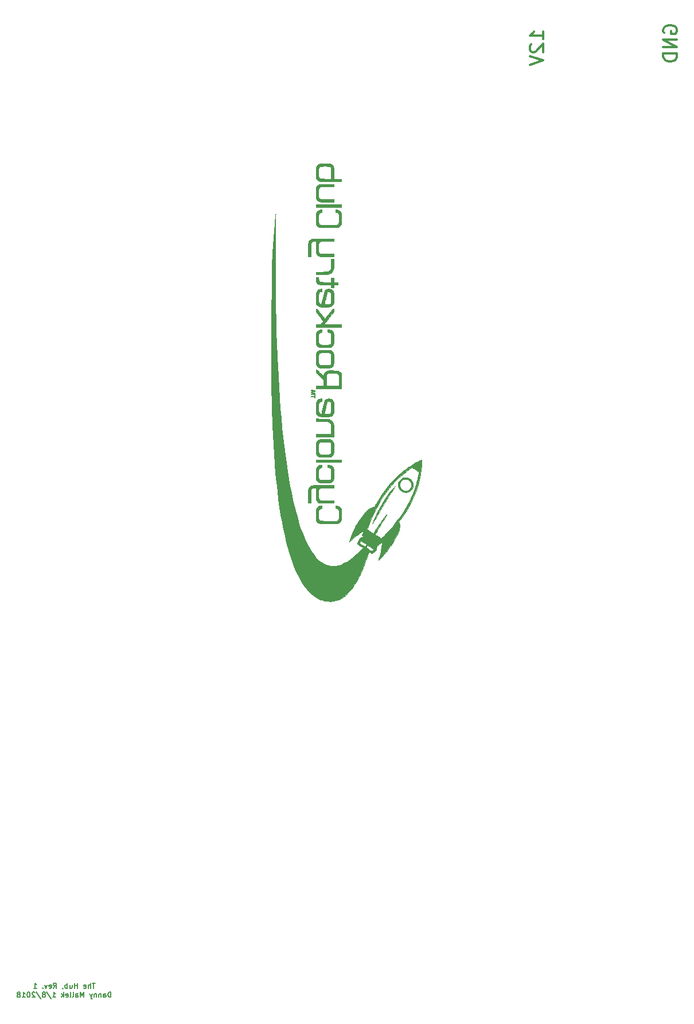
<source format=gbo>
G04 #@! TF.FileFunction,Legend,Bot*
%FSLAX46Y46*%
G04 Gerber Fmt 4.6, Leading zero omitted, Abs format (unit mm)*
G04 Created by KiCad (PCBNEW 4.0.7) date 01/21/18 23:10:00*
%MOMM*%
%LPD*%
G01*
G04 APERTURE LIST*
%ADD10C,0.100000*%
%ADD11C,0.300000*%
%ADD12C,0.190500*%
%ADD13C,0.010000*%
G04 APERTURE END LIST*
D10*
D11*
X171085000Y-89916191D02*
X170989762Y-89725714D01*
X170989762Y-89440000D01*
X171085000Y-89154286D01*
X171275476Y-88963810D01*
X171465952Y-88868571D01*
X171846905Y-88773333D01*
X172132619Y-88773333D01*
X172513571Y-88868571D01*
X172704048Y-88963810D01*
X172894524Y-89154286D01*
X172989762Y-89440000D01*
X172989762Y-89630476D01*
X172894524Y-89916191D01*
X172799286Y-90011429D01*
X172132619Y-90011429D01*
X172132619Y-89630476D01*
X172989762Y-90868571D02*
X170989762Y-90868571D01*
X172989762Y-92011429D01*
X170989762Y-92011429D01*
X172989762Y-92963809D02*
X170989762Y-92963809D01*
X170989762Y-93440000D01*
X171085000Y-93725714D01*
X171275476Y-93916190D01*
X171465952Y-94011429D01*
X171846905Y-94106667D01*
X172132619Y-94106667D01*
X172513571Y-94011429D01*
X172704048Y-93916190D01*
X172894524Y-93725714D01*
X172989762Y-93440000D01*
X172989762Y-92963809D01*
X171085000Y-89916191D02*
X170989762Y-89725714D01*
X170989762Y-89440000D01*
X171085000Y-89154286D01*
X171275476Y-88963810D01*
X171465952Y-88868571D01*
X171846905Y-88773333D01*
X172132619Y-88773333D01*
X172513571Y-88868571D01*
X172704048Y-88963810D01*
X172894524Y-89154286D01*
X172989762Y-89440000D01*
X172989762Y-89630476D01*
X172894524Y-89916191D01*
X172799286Y-90011429D01*
X172132619Y-90011429D01*
X172132619Y-89630476D01*
X172989762Y-90868571D02*
X170989762Y-90868571D01*
X172989762Y-92011429D01*
X170989762Y-92011429D01*
X172989762Y-92963809D02*
X170989762Y-92963809D01*
X170989762Y-93440000D01*
X171085000Y-93725714D01*
X171275476Y-93916190D01*
X171465952Y-94011429D01*
X171846905Y-94106667D01*
X172132619Y-94106667D01*
X172513571Y-94011429D01*
X172704048Y-93916190D01*
X172894524Y-93725714D01*
X172989762Y-93440000D01*
X172989762Y-92963809D01*
X153304762Y-90836905D02*
X153304762Y-89694047D01*
X153304762Y-90265476D02*
X151304762Y-90265476D01*
X151590476Y-90075000D01*
X151780952Y-89884524D01*
X151876190Y-89694047D01*
X151495238Y-91598809D02*
X151400000Y-91694047D01*
X151304762Y-91884524D01*
X151304762Y-92360714D01*
X151400000Y-92551190D01*
X151495238Y-92646428D01*
X151685714Y-92741667D01*
X151876190Y-92741667D01*
X152161905Y-92646428D01*
X153304762Y-91503571D01*
X153304762Y-92741667D01*
X151304762Y-93313095D02*
X153304762Y-93979762D01*
X151304762Y-94646429D01*
D12*
X87122000Y-230055964D02*
X86686571Y-230055964D01*
X86904285Y-230817964D02*
X86904285Y-230055964D01*
X86432571Y-230817964D02*
X86432571Y-230055964D01*
X86106000Y-230817964D02*
X86106000Y-230418821D01*
X86142286Y-230346250D01*
X86214857Y-230309964D01*
X86323714Y-230309964D01*
X86396286Y-230346250D01*
X86432571Y-230382536D01*
X85452857Y-230781679D02*
X85525428Y-230817964D01*
X85670571Y-230817964D01*
X85743142Y-230781679D01*
X85779428Y-230709107D01*
X85779428Y-230418821D01*
X85743142Y-230346250D01*
X85670571Y-230309964D01*
X85525428Y-230309964D01*
X85452857Y-230346250D01*
X85416571Y-230418821D01*
X85416571Y-230491393D01*
X85779428Y-230563964D01*
X84509428Y-230817964D02*
X84509428Y-230055964D01*
X84509428Y-230418821D02*
X84074000Y-230418821D01*
X84074000Y-230817964D02*
X84074000Y-230055964D01*
X83384571Y-230309964D02*
X83384571Y-230817964D01*
X83711142Y-230309964D02*
X83711142Y-230709107D01*
X83674857Y-230781679D01*
X83602285Y-230817964D01*
X83493428Y-230817964D01*
X83420857Y-230781679D01*
X83384571Y-230745393D01*
X83021713Y-230817964D02*
X83021713Y-230055964D01*
X83021713Y-230346250D02*
X82949142Y-230309964D01*
X82803999Y-230309964D01*
X82731428Y-230346250D01*
X82695142Y-230382536D01*
X82658856Y-230455107D01*
X82658856Y-230672821D01*
X82695142Y-230745393D01*
X82731428Y-230781679D01*
X82803999Y-230817964D01*
X82949142Y-230817964D01*
X83021713Y-230781679D01*
X82295999Y-230781679D02*
X82295999Y-230817964D01*
X82332284Y-230890536D01*
X82368570Y-230926821D01*
X80953428Y-230817964D02*
X81207428Y-230455107D01*
X81388856Y-230817964D02*
X81388856Y-230055964D01*
X81098571Y-230055964D01*
X81025999Y-230092250D01*
X80989714Y-230128536D01*
X80953428Y-230201107D01*
X80953428Y-230309964D01*
X80989714Y-230382536D01*
X81025999Y-230418821D01*
X81098571Y-230455107D01*
X81388856Y-230455107D01*
X80336571Y-230781679D02*
X80409142Y-230817964D01*
X80554285Y-230817964D01*
X80626856Y-230781679D01*
X80663142Y-230709107D01*
X80663142Y-230418821D01*
X80626856Y-230346250D01*
X80554285Y-230309964D01*
X80409142Y-230309964D01*
X80336571Y-230346250D01*
X80300285Y-230418821D01*
X80300285Y-230491393D01*
X80663142Y-230563964D01*
X80046285Y-230309964D02*
X79864856Y-230817964D01*
X79683428Y-230309964D01*
X79393142Y-230745393D02*
X79356857Y-230781679D01*
X79393142Y-230817964D01*
X79429428Y-230781679D01*
X79393142Y-230745393D01*
X79393142Y-230817964D01*
X78050572Y-230817964D02*
X78486000Y-230817964D01*
X78268286Y-230817964D02*
X78268286Y-230055964D01*
X78340857Y-230164821D01*
X78413429Y-230237393D01*
X78486000Y-230273679D01*
X89444285Y-232151464D02*
X89444285Y-231389464D01*
X89262857Y-231389464D01*
X89154000Y-231425750D01*
X89081428Y-231498321D01*
X89045143Y-231570893D01*
X89008857Y-231716036D01*
X89008857Y-231824893D01*
X89045143Y-231970036D01*
X89081428Y-232042607D01*
X89154000Y-232115179D01*
X89262857Y-232151464D01*
X89444285Y-232151464D01*
X88355714Y-232151464D02*
X88355714Y-231752321D01*
X88392000Y-231679750D01*
X88464571Y-231643464D01*
X88609714Y-231643464D01*
X88682285Y-231679750D01*
X88355714Y-232115179D02*
X88428285Y-232151464D01*
X88609714Y-232151464D01*
X88682285Y-232115179D01*
X88718571Y-232042607D01*
X88718571Y-231970036D01*
X88682285Y-231897464D01*
X88609714Y-231861179D01*
X88428285Y-231861179D01*
X88355714Y-231824893D01*
X87992856Y-231643464D02*
X87992856Y-232151464D01*
X87992856Y-231716036D02*
X87956571Y-231679750D01*
X87883999Y-231643464D01*
X87775142Y-231643464D01*
X87702571Y-231679750D01*
X87666285Y-231752321D01*
X87666285Y-232151464D01*
X87303427Y-231643464D02*
X87303427Y-232151464D01*
X87303427Y-231716036D02*
X87267142Y-231679750D01*
X87194570Y-231643464D01*
X87085713Y-231643464D01*
X87013142Y-231679750D01*
X86976856Y-231752321D01*
X86976856Y-232151464D01*
X86686570Y-231643464D02*
X86505141Y-232151464D01*
X86323713Y-231643464D02*
X86505141Y-232151464D01*
X86577713Y-232332893D01*
X86613998Y-232369179D01*
X86686570Y-232405464D01*
X85452856Y-232151464D02*
X85452856Y-231389464D01*
X85198856Y-231933750D01*
X84944856Y-231389464D01*
X84944856Y-232151464D01*
X84255428Y-232151464D02*
X84255428Y-231752321D01*
X84291714Y-231679750D01*
X84364285Y-231643464D01*
X84509428Y-231643464D01*
X84581999Y-231679750D01*
X84255428Y-232115179D02*
X84327999Y-232151464D01*
X84509428Y-232151464D01*
X84581999Y-232115179D01*
X84618285Y-232042607D01*
X84618285Y-231970036D01*
X84581999Y-231897464D01*
X84509428Y-231861179D01*
X84327999Y-231861179D01*
X84255428Y-231824893D01*
X83783713Y-232151464D02*
X83856285Y-232115179D01*
X83892570Y-232042607D01*
X83892570Y-231389464D01*
X83384570Y-232151464D02*
X83457142Y-232115179D01*
X83493427Y-232042607D01*
X83493427Y-231389464D01*
X82803999Y-232115179D02*
X82876570Y-232151464D01*
X83021713Y-232151464D01*
X83094284Y-232115179D01*
X83130570Y-232042607D01*
X83130570Y-231752321D01*
X83094284Y-231679750D01*
X83021713Y-231643464D01*
X82876570Y-231643464D01*
X82803999Y-231679750D01*
X82767713Y-231752321D01*
X82767713Y-231824893D01*
X83130570Y-231897464D01*
X82441141Y-232151464D02*
X82441141Y-231389464D01*
X82368570Y-231861179D02*
X82150856Y-232151464D01*
X82150856Y-231643464D02*
X82441141Y-231933750D01*
X80844571Y-232151464D02*
X81279999Y-232151464D01*
X81062285Y-232151464D02*
X81062285Y-231389464D01*
X81134856Y-231498321D01*
X81207428Y-231570893D01*
X81279999Y-231607179D01*
X79973714Y-231353179D02*
X80626857Y-232332893D01*
X79610856Y-231716036D02*
X79683428Y-231679750D01*
X79719713Y-231643464D01*
X79755999Y-231570893D01*
X79755999Y-231534607D01*
X79719713Y-231462036D01*
X79683428Y-231425750D01*
X79610856Y-231389464D01*
X79465713Y-231389464D01*
X79393142Y-231425750D01*
X79356856Y-231462036D01*
X79320571Y-231534607D01*
X79320571Y-231570893D01*
X79356856Y-231643464D01*
X79393142Y-231679750D01*
X79465713Y-231716036D01*
X79610856Y-231716036D01*
X79683428Y-231752321D01*
X79719713Y-231788607D01*
X79755999Y-231861179D01*
X79755999Y-232006321D01*
X79719713Y-232078893D01*
X79683428Y-232115179D01*
X79610856Y-232151464D01*
X79465713Y-232151464D01*
X79393142Y-232115179D01*
X79356856Y-232078893D01*
X79320571Y-232006321D01*
X79320571Y-231861179D01*
X79356856Y-231788607D01*
X79393142Y-231752321D01*
X79465713Y-231716036D01*
X78449714Y-231353179D02*
X79102857Y-232332893D01*
X78231999Y-231462036D02*
X78195713Y-231425750D01*
X78123142Y-231389464D01*
X77941713Y-231389464D01*
X77869142Y-231425750D01*
X77832856Y-231462036D01*
X77796571Y-231534607D01*
X77796571Y-231607179D01*
X77832856Y-231716036D01*
X78268285Y-232151464D01*
X77796571Y-232151464D01*
X77324857Y-231389464D02*
X77252285Y-231389464D01*
X77179714Y-231425750D01*
X77143428Y-231462036D01*
X77107142Y-231534607D01*
X77070857Y-231679750D01*
X77070857Y-231861179D01*
X77107142Y-232006321D01*
X77143428Y-232078893D01*
X77179714Y-232115179D01*
X77252285Y-232151464D01*
X77324857Y-232151464D01*
X77397428Y-232115179D01*
X77433714Y-232078893D01*
X77469999Y-232006321D01*
X77506285Y-231861179D01*
X77506285Y-231679750D01*
X77469999Y-231534607D01*
X77433714Y-231462036D01*
X77397428Y-231425750D01*
X77324857Y-231389464D01*
X76345143Y-232151464D02*
X76780571Y-232151464D01*
X76562857Y-232151464D02*
X76562857Y-231389464D01*
X76635428Y-231498321D01*
X76708000Y-231570893D01*
X76780571Y-231607179D01*
X75909714Y-231716036D02*
X75982286Y-231679750D01*
X76018571Y-231643464D01*
X76054857Y-231570893D01*
X76054857Y-231534607D01*
X76018571Y-231462036D01*
X75982286Y-231425750D01*
X75909714Y-231389464D01*
X75764571Y-231389464D01*
X75692000Y-231425750D01*
X75655714Y-231462036D01*
X75619429Y-231534607D01*
X75619429Y-231570893D01*
X75655714Y-231643464D01*
X75692000Y-231679750D01*
X75764571Y-231716036D01*
X75909714Y-231716036D01*
X75982286Y-231752321D01*
X76018571Y-231788607D01*
X76054857Y-231861179D01*
X76054857Y-232006321D01*
X76018571Y-232078893D01*
X75982286Y-232115179D01*
X75909714Y-232151464D01*
X75764571Y-232151464D01*
X75692000Y-232115179D01*
X75655714Y-232078893D01*
X75619429Y-232006321D01*
X75619429Y-231861179D01*
X75655714Y-231788607D01*
X75692000Y-231752321D01*
X75764571Y-231716036D01*
D13*
G36*
X135327219Y-153199851D02*
X135323044Y-153077219D01*
X135314943Y-152991454D01*
X135309619Y-152966012D01*
X135293100Y-152909724D01*
X135089900Y-152993674D01*
X134765487Y-153139946D01*
X134416253Y-153319912D01*
X134050354Y-153528621D01*
X133675947Y-153761124D01*
X133301186Y-154012472D01*
X132934228Y-154277716D01*
X132780428Y-154395151D01*
X132182587Y-154888227D01*
X131599108Y-155426599D01*
X131033645Y-156005904D01*
X130489851Y-156621778D01*
X129971378Y-157269859D01*
X129481881Y-157945784D01*
X129025013Y-158645189D01*
X128604428Y-159363713D01*
X128574800Y-159417607D01*
X128358900Y-159812108D01*
X128208996Y-159839264D01*
X127995481Y-159901100D01*
X127771686Y-160009547D01*
X127539552Y-160161911D01*
X127301021Y-160355496D01*
X127058035Y-160587606D01*
X126812536Y-160855544D01*
X126566464Y-161156617D01*
X126321763Y-161488127D01*
X126080373Y-161847378D01*
X125844236Y-162231676D01*
X125615295Y-162638325D01*
X125395490Y-163064628D01*
X125186764Y-163507891D01*
X124991057Y-163965417D01*
X124810313Y-164434510D01*
X124724814Y-164676474D01*
X124612908Y-165003183D01*
X124791653Y-164842042D01*
X125048535Y-164613049D01*
X125279276Y-164413191D01*
X125492891Y-164234927D01*
X125698393Y-164070719D01*
X125880750Y-163931051D01*
X126017970Y-163830098D01*
X126157634Y-163731175D01*
X126293364Y-163638404D01*
X126418783Y-163555907D01*
X126527510Y-163487806D01*
X126613169Y-163438223D01*
X126669380Y-163411279D01*
X126688882Y-163408816D01*
X126685592Y-163435558D01*
X126668941Y-163500574D01*
X126641669Y-163593955D01*
X126608296Y-163700293D01*
X126572572Y-163811669D01*
X126543450Y-163904119D01*
X126524033Y-163967680D01*
X126517400Y-163992217D01*
X126537343Y-164009956D01*
X126588491Y-164043832D01*
X126631700Y-164069958D01*
X126696131Y-164110891D01*
X126737488Y-164143267D01*
X126745794Y-164154921D01*
X126724504Y-164172720D01*
X126666333Y-164208854D01*
X126579591Y-164258451D01*
X126472587Y-164316640D01*
X126445566Y-164330946D01*
X126145544Y-164488992D01*
X125974603Y-164836922D01*
X125903401Y-164987412D01*
X125851024Y-165110022D01*
X125819622Y-165199319D01*
X125811281Y-165249345D01*
X125821173Y-165277048D01*
X125848148Y-165310125D01*
X125897514Y-165352730D01*
X125974579Y-165409017D01*
X126084651Y-165483141D01*
X126231570Y-165578318D01*
X126644240Y-165842798D01*
X126443950Y-166061949D01*
X126086711Y-166436985D01*
X125719647Y-166792074D01*
X125348851Y-167122048D01*
X124980413Y-167421737D01*
X124620425Y-167685969D01*
X124274980Y-167909575D01*
X124248513Y-167925341D01*
X123830118Y-168150463D01*
X123420147Y-168325633D01*
X123018539Y-168450832D01*
X122625232Y-168526040D01*
X122240166Y-168551236D01*
X121863278Y-168526399D01*
X121494508Y-168451510D01*
X121133794Y-168326548D01*
X120781075Y-168151493D01*
X120436290Y-167926324D01*
X120099378Y-167651021D01*
X119770276Y-167325564D01*
X119448925Y-166949932D01*
X119135262Y-166524105D01*
X118889814Y-166147271D01*
X118592903Y-165635566D01*
X118304224Y-165073956D01*
X118023817Y-164462670D01*
X117751723Y-163801938D01*
X117487983Y-163091991D01*
X117232637Y-162333058D01*
X116985728Y-161525369D01*
X116747294Y-160669154D01*
X116517378Y-159764644D01*
X116296021Y-158812067D01*
X116083262Y-157811654D01*
X115879143Y-156763635D01*
X115683704Y-155668239D01*
X115496987Y-154525697D01*
X115319032Y-153336239D01*
X115149880Y-152100094D01*
X114989573Y-150817492D01*
X114838150Y-149488664D01*
X114695652Y-148113839D01*
X114562121Y-146693247D01*
X114437598Y-145227118D01*
X114322122Y-143715682D01*
X114215735Y-142159169D01*
X114118478Y-140557809D01*
X114030392Y-138911831D01*
X114021597Y-138734800D01*
X113992639Y-138134675D01*
X113965377Y-137541919D01*
X113939637Y-136951449D01*
X113915243Y-136358185D01*
X113892019Y-135757044D01*
X113869791Y-135142943D01*
X113848382Y-134510800D01*
X113827618Y-133855532D01*
X113807323Y-133172059D01*
X113787322Y-132455296D01*
X113767440Y-131700163D01*
X113747500Y-130901576D01*
X113738556Y-130530600D01*
X113732785Y-130259877D01*
X113727452Y-129951578D01*
X113722553Y-129608480D01*
X113718085Y-129233358D01*
X113714042Y-128828989D01*
X113710422Y-128398149D01*
X113707221Y-127943615D01*
X113704435Y-127468162D01*
X113702060Y-126974566D01*
X113700092Y-126465604D01*
X113698527Y-125944053D01*
X113697362Y-125412687D01*
X113696593Y-124874284D01*
X113696215Y-124331619D01*
X113696226Y-123787469D01*
X113696621Y-123244610D01*
X113697396Y-122705819D01*
X113698548Y-122173870D01*
X113700072Y-121651541D01*
X113701966Y-121141607D01*
X113704224Y-120646846D01*
X113706844Y-120170032D01*
X113709822Y-119713943D01*
X113713152Y-119281354D01*
X113716833Y-118875042D01*
X113720860Y-118497782D01*
X113725229Y-118152352D01*
X113729936Y-117841526D01*
X113734977Y-117568082D01*
X113740349Y-117334796D01*
X113746048Y-117144443D01*
X113752070Y-116999800D01*
X113757331Y-116916200D01*
X113762596Y-116828008D01*
X113762624Y-116766008D01*
X113757518Y-116741176D01*
X113755720Y-116741787D01*
X113748842Y-116771410D01*
X113738728Y-116848177D01*
X113725653Y-116968555D01*
X113709896Y-117129010D01*
X113691733Y-117326007D01*
X113671440Y-117556012D01*
X113649294Y-117815493D01*
X113625572Y-118100914D01*
X113600551Y-118408742D01*
X113574507Y-118735443D01*
X113547718Y-119077483D01*
X113520460Y-119431328D01*
X113493009Y-119793444D01*
X113465643Y-120160297D01*
X113438638Y-120528353D01*
X113412272Y-120894079D01*
X113386820Y-121253940D01*
X113362559Y-121604402D01*
X113339767Y-121941932D01*
X113318720Y-122262995D01*
X113299695Y-122564058D01*
X113299470Y-122567700D01*
X113289021Y-122741064D01*
X113279629Y-122907494D01*
X113271190Y-123071139D01*
X113263603Y-123236147D01*
X113256765Y-123406665D01*
X113250573Y-123586840D01*
X113244924Y-123780821D01*
X113239716Y-123992755D01*
X113234846Y-124226790D01*
X113230211Y-124487073D01*
X113225710Y-124777753D01*
X113221239Y-125102976D01*
X113216695Y-125466891D01*
X113211977Y-125873645D01*
X113207398Y-126288800D01*
X113202969Y-126688908D01*
X113198261Y-127097837D01*
X113193350Y-127509818D01*
X113188312Y-127919083D01*
X113183223Y-128319864D01*
X113178159Y-128706391D01*
X113173196Y-129072896D01*
X113168410Y-129413611D01*
X113163877Y-129722766D01*
X113159674Y-129994593D01*
X113155875Y-130223324D01*
X113154706Y-130289300D01*
X113152481Y-130435734D01*
X113150240Y-130627793D01*
X113147993Y-130862193D01*
X113145749Y-131135651D01*
X113143519Y-131444884D01*
X113141312Y-131786609D01*
X113139138Y-132157542D01*
X113137007Y-132554399D01*
X113134930Y-132973898D01*
X113132915Y-133412756D01*
X113130973Y-133867688D01*
X113129114Y-134335411D01*
X113127347Y-134812643D01*
X113125683Y-135296100D01*
X113124132Y-135782498D01*
X113122703Y-136268554D01*
X113121407Y-136750985D01*
X113120252Y-137226508D01*
X113119250Y-137691839D01*
X113118410Y-138143695D01*
X113117742Y-138578792D01*
X113117256Y-138993848D01*
X113116961Y-139385579D01*
X113116869Y-139750701D01*
X113116988Y-140085931D01*
X113117328Y-140387986D01*
X113117900Y-140653583D01*
X113118713Y-140879438D01*
X113119778Y-141062269D01*
X113121103Y-141198790D01*
X113121659Y-141236700D01*
X113137665Y-142144653D01*
X113154766Y-143006571D01*
X113173107Y-143827213D01*
X113192835Y-144611335D01*
X113214094Y-145363695D01*
X113237029Y-146089050D01*
X113261786Y-146792157D01*
X113288511Y-147477773D01*
X113317349Y-148150655D01*
X113348445Y-148815562D01*
X113361158Y-149072600D01*
X113444448Y-150592781D01*
X113539207Y-152063600D01*
X113645462Y-153485191D01*
X113763243Y-154857687D01*
X113892578Y-156181222D01*
X114033497Y-157455929D01*
X114186027Y-158681941D01*
X114350198Y-159859393D01*
X114526039Y-160988418D01*
X114713578Y-162069149D01*
X114912843Y-163101719D01*
X115123865Y-164086263D01*
X115346671Y-165022913D01*
X115581290Y-165911804D01*
X115827751Y-166753068D01*
X116086083Y-167546839D01*
X116356314Y-168293251D01*
X116638474Y-168992437D01*
X116932590Y-169644531D01*
X117238692Y-170249666D01*
X117556809Y-170807975D01*
X117886969Y-171319593D01*
X118229201Y-171784652D01*
X118261570Y-171825450D01*
X118585803Y-172201278D01*
X118928974Y-172541764D01*
X119287282Y-172844082D01*
X119656925Y-173105408D01*
X120034101Y-173322916D01*
X120415009Y-173493782D01*
X120590529Y-173555972D01*
X121018630Y-173671638D01*
X121436985Y-173737706D01*
X121846176Y-173754056D01*
X122246785Y-173720570D01*
X122639394Y-173637127D01*
X123024585Y-173503609D01*
X123402941Y-173319897D01*
X123775042Y-173085872D01*
X124097870Y-172838142D01*
X124420466Y-172542792D01*
X124738938Y-172198351D01*
X125052296Y-171806432D01*
X125359551Y-171368647D01*
X125659713Y-170886609D01*
X125951795Y-170361930D01*
X126234805Y-169796223D01*
X126507755Y-169191100D01*
X126769655Y-168548173D01*
X126835221Y-168376600D01*
X126939812Y-168094539D01*
X126964758Y-168025155D01*
X126964758Y-165701623D01*
X126943290Y-165691087D01*
X126889435Y-165658906D01*
X126813341Y-165611214D01*
X126783611Y-165592172D01*
X126682295Y-165526984D01*
X126558171Y-165447199D01*
X126431196Y-165365640D01*
X126371350Y-165327225D01*
X126276668Y-165265412D01*
X126200239Y-165213511D01*
X126150764Y-165177564D01*
X126136400Y-165164107D01*
X126146837Y-165136923D01*
X126174352Y-165076730D01*
X126213254Y-164995932D01*
X126218052Y-164986181D01*
X126260578Y-164905509D01*
X126296873Y-164846581D01*
X126319769Y-164820902D01*
X126321218Y-164820600D01*
X126348282Y-164833787D01*
X126410989Y-164870526D01*
X126502451Y-164926589D01*
X126615780Y-164997749D01*
X126744089Y-165079774D01*
X126758793Y-165089260D01*
X127174854Y-165357920D01*
X127071724Y-165527410D01*
X127022708Y-165607778D01*
X126985238Y-165668861D01*
X126965941Y-165699866D01*
X126964758Y-165701623D01*
X126964758Y-168025155D01*
X127044459Y-167803477D01*
X127145491Y-167514129D01*
X127239236Y-167237206D01*
X127322022Y-166983423D01*
X127390178Y-166763491D01*
X127403510Y-166718440D01*
X127498552Y-166393780D01*
X127712826Y-166533825D01*
X127808022Y-166593333D01*
X127891168Y-166640378D01*
X127940359Y-166663772D01*
X127940359Y-166324496D01*
X127936467Y-166324414D01*
X127895583Y-166305576D01*
X127824939Y-166264711D01*
X127732326Y-166207090D01*
X127625534Y-166137983D01*
X127512354Y-166062661D01*
X127400575Y-165986396D01*
X127297987Y-165914459D01*
X127212382Y-165852121D01*
X127151549Y-165804652D01*
X127123278Y-165777323D01*
X127122427Y-165773616D01*
X127144770Y-165740055D01*
X127186530Y-165678081D01*
X127237171Y-165603317D01*
X127334642Y-165459744D01*
X127770571Y-165739468D01*
X127904424Y-165825821D01*
X128024685Y-165904282D01*
X128124386Y-165970234D01*
X128196560Y-166019060D01*
X128234241Y-166046145D01*
X128237024Y-166048546D01*
X128243854Y-166071781D01*
X128221587Y-166107745D01*
X128165321Y-166162794D01*
X128116451Y-166204900D01*
X128041257Y-166264273D01*
X127978743Y-166306672D01*
X127940359Y-166324496D01*
X127940359Y-166663772D01*
X127950902Y-166668787D01*
X127971374Y-166674336D01*
X128007095Y-166658452D01*
X128070912Y-166614937D01*
X128153560Y-166550585D01*
X128239245Y-166477950D01*
X128337621Y-166391659D01*
X128431085Y-166310231D01*
X128507833Y-166243921D01*
X128549548Y-166208409D01*
X128597918Y-166162579D01*
X128626948Y-166115068D01*
X128644236Y-166048493D01*
X128655022Y-165967109D01*
X128664920Y-165851322D01*
X128672196Y-165715863D01*
X128675096Y-165601650D01*
X128677506Y-165508917D01*
X128682726Y-165439687D01*
X128689735Y-165406173D01*
X128691529Y-165404800D01*
X128720602Y-165418128D01*
X128770849Y-165450530D01*
X128775321Y-165453693D01*
X128843984Y-165502585D01*
X129155220Y-165222188D01*
X129259521Y-165129509D01*
X129320692Y-165076796D01*
X129320692Y-164461995D01*
X128865196Y-164168893D01*
X128730594Y-164082215D01*
X128611415Y-164005349D01*
X128513923Y-163942344D01*
X128444383Y-163897250D01*
X128409058Y-163874117D01*
X128405924Y-163871945D01*
X128418073Y-163850430D01*
X128454271Y-163791423D01*
X128511190Y-163700226D01*
X128585502Y-163582139D01*
X128673880Y-163442463D01*
X128772995Y-163286498D01*
X128807018Y-163233100D01*
X128990735Y-162943078D01*
X129167994Y-162659609D01*
X129336805Y-162386092D01*
X129495178Y-162125927D01*
X129641123Y-161882512D01*
X129772651Y-161659247D01*
X129887770Y-161459530D01*
X129984491Y-161286761D01*
X130060824Y-161144339D01*
X130114779Y-161035662D01*
X130144367Y-160964130D01*
X130149600Y-160939910D01*
X130138899Y-160922712D01*
X130106165Y-160942368D01*
X130050451Y-160999992D01*
X129970812Y-161096695D01*
X129866303Y-161233590D01*
X129735977Y-161411789D01*
X129669188Y-161505004D01*
X129598337Y-161605966D01*
X129504250Y-161742399D01*
X129391333Y-161907730D01*
X129263992Y-162095386D01*
X129126633Y-162298794D01*
X128983661Y-162511380D01*
X128839484Y-162726571D01*
X128698505Y-162937794D01*
X128565133Y-163138476D01*
X128443771Y-163322043D01*
X128338827Y-163481922D01*
X128254706Y-163611540D01*
X128206500Y-163687218D01*
X128192739Y-163697306D01*
X128167163Y-163695113D01*
X128124507Y-163677849D01*
X128059504Y-163642728D01*
X127966888Y-163586963D01*
X127841393Y-163507766D01*
X127720443Y-163429968D01*
X127259785Y-163132276D01*
X127355707Y-162865188D01*
X127403907Y-162732836D01*
X127462835Y-162573804D01*
X127524788Y-162408750D01*
X127578389Y-162267900D01*
X127943197Y-161376349D01*
X128340383Y-160517190D01*
X128769025Y-159691661D01*
X129228203Y-158900998D01*
X129716997Y-158146437D01*
X130234485Y-157429216D01*
X130779748Y-156750570D01*
X131351864Y-156111736D01*
X131949914Y-155513951D01*
X132572977Y-154958451D01*
X133220132Y-154446473D01*
X133607516Y-154169018D01*
X133706226Y-154102557D01*
X133791076Y-154048414D01*
X133852680Y-154012381D01*
X133881011Y-154000200D01*
X133908525Y-154013379D01*
X133971122Y-154049783D01*
X134061446Y-154104717D01*
X134172141Y-154173484D01*
X134295852Y-154251389D01*
X134425223Y-154333735D01*
X134552899Y-154415827D01*
X134671523Y-154492968D01*
X134773740Y-154560462D01*
X134852195Y-154613613D01*
X134899532Y-154647725D01*
X134909939Y-154657103D01*
X134911194Y-154691626D01*
X134902312Y-154768455D01*
X134884675Y-154880419D01*
X134859667Y-155020349D01*
X134828673Y-155181072D01*
X134793076Y-155355420D01*
X134754261Y-155536222D01*
X134713610Y-155716307D01*
X134672508Y-155888505D01*
X134671430Y-155892878D01*
X134455972Y-156664422D01*
X134190869Y-157436015D01*
X133877234Y-158205636D01*
X133516180Y-158971267D01*
X133108819Y-159730890D01*
X132656265Y-160482485D01*
X132159630Y-161224034D01*
X131620027Y-161953518D01*
X131038568Y-162668918D01*
X130758162Y-162991800D01*
X130628042Y-163136579D01*
X130481505Y-163296210D01*
X130324687Y-163464303D01*
X130163721Y-163634468D01*
X130004743Y-163800316D01*
X129853886Y-163955457D01*
X129717285Y-164093501D01*
X129601076Y-164208058D01*
X129511391Y-164292738D01*
X129495474Y-164307039D01*
X129320692Y-164461995D01*
X129320692Y-165076796D01*
X129350401Y-165051194D01*
X129421401Y-164992615D01*
X129466059Y-164959145D01*
X129478265Y-164953598D01*
X129482338Y-164984730D01*
X129480178Y-165057087D01*
X129472704Y-165161600D01*
X129460833Y-165289200D01*
X129445485Y-165430820D01*
X129427577Y-165577389D01*
X129408028Y-165719839D01*
X129387756Y-165849101D01*
X129387312Y-165851712D01*
X129335633Y-166121644D01*
X129267314Y-166426430D01*
X129185292Y-166754049D01*
X129092501Y-167092476D01*
X129042891Y-167262301D01*
X129004508Y-167393696D01*
X128972935Y-167507089D01*
X128950408Y-167594002D01*
X128939164Y-167645959D01*
X128938788Y-167656854D01*
X128959602Y-167643487D01*
X129009611Y-167597749D01*
X129083842Y-167524860D01*
X129177323Y-167430041D01*
X129285081Y-167318514D01*
X129402142Y-167195500D01*
X129523535Y-167066220D01*
X129644286Y-166935895D01*
X129759423Y-166809746D01*
X129863973Y-166692994D01*
X129943083Y-166602390D01*
X130325583Y-166138366D01*
X130676527Y-165674115D01*
X130993914Y-165213027D01*
X131275745Y-164758491D01*
X131520019Y-164313897D01*
X131724736Y-163882635D01*
X131887897Y-163468096D01*
X131993575Y-163127091D01*
X132034507Y-162937914D01*
X132059688Y-162742163D01*
X132068929Y-162551286D01*
X132062040Y-162376733D01*
X132038831Y-162229954D01*
X132009903Y-162143462D01*
X131952506Y-162019024D01*
X132131921Y-161780327D01*
X132248721Y-161620918D01*
X132384355Y-161429169D01*
X132531323Y-161216182D01*
X132682128Y-160993061D01*
X132829270Y-160770908D01*
X132965251Y-160560826D01*
X133082574Y-160373917D01*
X133090378Y-160361197D01*
X133517146Y-159624022D01*
X133901469Y-158876326D01*
X134242397Y-158120891D01*
X134538979Y-157360500D01*
X134790265Y-156597936D01*
X134995306Y-155835982D01*
X135153150Y-155077421D01*
X135262848Y-154325036D01*
X135305501Y-153873200D01*
X135316609Y-153696026D01*
X135323959Y-153518547D01*
X135327510Y-153350058D01*
X135327219Y-153199851D01*
X135327219Y-153199851D01*
G37*
X135327219Y-153199851D02*
X135323044Y-153077219D01*
X135314943Y-152991454D01*
X135309619Y-152966012D01*
X135293100Y-152909724D01*
X135089900Y-152993674D01*
X134765487Y-153139946D01*
X134416253Y-153319912D01*
X134050354Y-153528621D01*
X133675947Y-153761124D01*
X133301186Y-154012472D01*
X132934228Y-154277716D01*
X132780428Y-154395151D01*
X132182587Y-154888227D01*
X131599108Y-155426599D01*
X131033645Y-156005904D01*
X130489851Y-156621778D01*
X129971378Y-157269859D01*
X129481881Y-157945784D01*
X129025013Y-158645189D01*
X128604428Y-159363713D01*
X128574800Y-159417607D01*
X128358900Y-159812108D01*
X128208996Y-159839264D01*
X127995481Y-159901100D01*
X127771686Y-160009547D01*
X127539552Y-160161911D01*
X127301021Y-160355496D01*
X127058035Y-160587606D01*
X126812536Y-160855544D01*
X126566464Y-161156617D01*
X126321763Y-161488127D01*
X126080373Y-161847378D01*
X125844236Y-162231676D01*
X125615295Y-162638325D01*
X125395490Y-163064628D01*
X125186764Y-163507891D01*
X124991057Y-163965417D01*
X124810313Y-164434510D01*
X124724814Y-164676474D01*
X124612908Y-165003183D01*
X124791653Y-164842042D01*
X125048535Y-164613049D01*
X125279276Y-164413191D01*
X125492891Y-164234927D01*
X125698393Y-164070719D01*
X125880750Y-163931051D01*
X126017970Y-163830098D01*
X126157634Y-163731175D01*
X126293364Y-163638404D01*
X126418783Y-163555907D01*
X126527510Y-163487806D01*
X126613169Y-163438223D01*
X126669380Y-163411279D01*
X126688882Y-163408816D01*
X126685592Y-163435558D01*
X126668941Y-163500574D01*
X126641669Y-163593955D01*
X126608296Y-163700293D01*
X126572572Y-163811669D01*
X126543450Y-163904119D01*
X126524033Y-163967680D01*
X126517400Y-163992217D01*
X126537343Y-164009956D01*
X126588491Y-164043832D01*
X126631700Y-164069958D01*
X126696131Y-164110891D01*
X126737488Y-164143267D01*
X126745794Y-164154921D01*
X126724504Y-164172720D01*
X126666333Y-164208854D01*
X126579591Y-164258451D01*
X126472587Y-164316640D01*
X126445566Y-164330946D01*
X126145544Y-164488992D01*
X125974603Y-164836922D01*
X125903401Y-164987412D01*
X125851024Y-165110022D01*
X125819622Y-165199319D01*
X125811281Y-165249345D01*
X125821173Y-165277048D01*
X125848148Y-165310125D01*
X125897514Y-165352730D01*
X125974579Y-165409017D01*
X126084651Y-165483141D01*
X126231570Y-165578318D01*
X126644240Y-165842798D01*
X126443950Y-166061949D01*
X126086711Y-166436985D01*
X125719647Y-166792074D01*
X125348851Y-167122048D01*
X124980413Y-167421737D01*
X124620425Y-167685969D01*
X124274980Y-167909575D01*
X124248513Y-167925341D01*
X123830118Y-168150463D01*
X123420147Y-168325633D01*
X123018539Y-168450832D01*
X122625232Y-168526040D01*
X122240166Y-168551236D01*
X121863278Y-168526399D01*
X121494508Y-168451510D01*
X121133794Y-168326548D01*
X120781075Y-168151493D01*
X120436290Y-167926324D01*
X120099378Y-167651021D01*
X119770276Y-167325564D01*
X119448925Y-166949932D01*
X119135262Y-166524105D01*
X118889814Y-166147271D01*
X118592903Y-165635566D01*
X118304224Y-165073956D01*
X118023817Y-164462670D01*
X117751723Y-163801938D01*
X117487983Y-163091991D01*
X117232637Y-162333058D01*
X116985728Y-161525369D01*
X116747294Y-160669154D01*
X116517378Y-159764644D01*
X116296021Y-158812067D01*
X116083262Y-157811654D01*
X115879143Y-156763635D01*
X115683704Y-155668239D01*
X115496987Y-154525697D01*
X115319032Y-153336239D01*
X115149880Y-152100094D01*
X114989573Y-150817492D01*
X114838150Y-149488664D01*
X114695652Y-148113839D01*
X114562121Y-146693247D01*
X114437598Y-145227118D01*
X114322122Y-143715682D01*
X114215735Y-142159169D01*
X114118478Y-140557809D01*
X114030392Y-138911831D01*
X114021597Y-138734800D01*
X113992639Y-138134675D01*
X113965377Y-137541919D01*
X113939637Y-136951449D01*
X113915243Y-136358185D01*
X113892019Y-135757044D01*
X113869791Y-135142943D01*
X113848382Y-134510800D01*
X113827618Y-133855532D01*
X113807323Y-133172059D01*
X113787322Y-132455296D01*
X113767440Y-131700163D01*
X113747500Y-130901576D01*
X113738556Y-130530600D01*
X113732785Y-130259877D01*
X113727452Y-129951578D01*
X113722553Y-129608480D01*
X113718085Y-129233358D01*
X113714042Y-128828989D01*
X113710422Y-128398149D01*
X113707221Y-127943615D01*
X113704435Y-127468162D01*
X113702060Y-126974566D01*
X113700092Y-126465604D01*
X113698527Y-125944053D01*
X113697362Y-125412687D01*
X113696593Y-124874284D01*
X113696215Y-124331619D01*
X113696226Y-123787469D01*
X113696621Y-123244610D01*
X113697396Y-122705819D01*
X113698548Y-122173870D01*
X113700072Y-121651541D01*
X113701966Y-121141607D01*
X113704224Y-120646846D01*
X113706844Y-120170032D01*
X113709822Y-119713943D01*
X113713152Y-119281354D01*
X113716833Y-118875042D01*
X113720860Y-118497782D01*
X113725229Y-118152352D01*
X113729936Y-117841526D01*
X113734977Y-117568082D01*
X113740349Y-117334796D01*
X113746048Y-117144443D01*
X113752070Y-116999800D01*
X113757331Y-116916200D01*
X113762596Y-116828008D01*
X113762624Y-116766008D01*
X113757518Y-116741176D01*
X113755720Y-116741787D01*
X113748842Y-116771410D01*
X113738728Y-116848177D01*
X113725653Y-116968555D01*
X113709896Y-117129010D01*
X113691733Y-117326007D01*
X113671440Y-117556012D01*
X113649294Y-117815493D01*
X113625572Y-118100914D01*
X113600551Y-118408742D01*
X113574507Y-118735443D01*
X113547718Y-119077483D01*
X113520460Y-119431328D01*
X113493009Y-119793444D01*
X113465643Y-120160297D01*
X113438638Y-120528353D01*
X113412272Y-120894079D01*
X113386820Y-121253940D01*
X113362559Y-121604402D01*
X113339767Y-121941932D01*
X113318720Y-122262995D01*
X113299695Y-122564058D01*
X113299470Y-122567700D01*
X113289021Y-122741064D01*
X113279629Y-122907494D01*
X113271190Y-123071139D01*
X113263603Y-123236147D01*
X113256765Y-123406665D01*
X113250573Y-123586840D01*
X113244924Y-123780821D01*
X113239716Y-123992755D01*
X113234846Y-124226790D01*
X113230211Y-124487073D01*
X113225710Y-124777753D01*
X113221239Y-125102976D01*
X113216695Y-125466891D01*
X113211977Y-125873645D01*
X113207398Y-126288800D01*
X113202969Y-126688908D01*
X113198261Y-127097837D01*
X113193350Y-127509818D01*
X113188312Y-127919083D01*
X113183223Y-128319864D01*
X113178159Y-128706391D01*
X113173196Y-129072896D01*
X113168410Y-129413611D01*
X113163877Y-129722766D01*
X113159674Y-129994593D01*
X113155875Y-130223324D01*
X113154706Y-130289300D01*
X113152481Y-130435734D01*
X113150240Y-130627793D01*
X113147993Y-130862193D01*
X113145749Y-131135651D01*
X113143519Y-131444884D01*
X113141312Y-131786609D01*
X113139138Y-132157542D01*
X113137007Y-132554399D01*
X113134930Y-132973898D01*
X113132915Y-133412756D01*
X113130973Y-133867688D01*
X113129114Y-134335411D01*
X113127347Y-134812643D01*
X113125683Y-135296100D01*
X113124132Y-135782498D01*
X113122703Y-136268554D01*
X113121407Y-136750985D01*
X113120252Y-137226508D01*
X113119250Y-137691839D01*
X113118410Y-138143695D01*
X113117742Y-138578792D01*
X113117256Y-138993848D01*
X113116961Y-139385579D01*
X113116869Y-139750701D01*
X113116988Y-140085931D01*
X113117328Y-140387986D01*
X113117900Y-140653583D01*
X113118713Y-140879438D01*
X113119778Y-141062269D01*
X113121103Y-141198790D01*
X113121659Y-141236700D01*
X113137665Y-142144653D01*
X113154766Y-143006571D01*
X113173107Y-143827213D01*
X113192835Y-144611335D01*
X113214094Y-145363695D01*
X113237029Y-146089050D01*
X113261786Y-146792157D01*
X113288511Y-147477773D01*
X113317349Y-148150655D01*
X113348445Y-148815562D01*
X113361158Y-149072600D01*
X113444448Y-150592781D01*
X113539207Y-152063600D01*
X113645462Y-153485191D01*
X113763243Y-154857687D01*
X113892578Y-156181222D01*
X114033497Y-157455929D01*
X114186027Y-158681941D01*
X114350198Y-159859393D01*
X114526039Y-160988418D01*
X114713578Y-162069149D01*
X114912843Y-163101719D01*
X115123865Y-164086263D01*
X115346671Y-165022913D01*
X115581290Y-165911804D01*
X115827751Y-166753068D01*
X116086083Y-167546839D01*
X116356314Y-168293251D01*
X116638474Y-168992437D01*
X116932590Y-169644531D01*
X117238692Y-170249666D01*
X117556809Y-170807975D01*
X117886969Y-171319593D01*
X118229201Y-171784652D01*
X118261570Y-171825450D01*
X118585803Y-172201278D01*
X118928974Y-172541764D01*
X119287282Y-172844082D01*
X119656925Y-173105408D01*
X120034101Y-173322916D01*
X120415009Y-173493782D01*
X120590529Y-173555972D01*
X121018630Y-173671638D01*
X121436985Y-173737706D01*
X121846176Y-173754056D01*
X122246785Y-173720570D01*
X122639394Y-173637127D01*
X123024585Y-173503609D01*
X123402941Y-173319897D01*
X123775042Y-173085872D01*
X124097870Y-172838142D01*
X124420466Y-172542792D01*
X124738938Y-172198351D01*
X125052296Y-171806432D01*
X125359551Y-171368647D01*
X125659713Y-170886609D01*
X125951795Y-170361930D01*
X126234805Y-169796223D01*
X126507755Y-169191100D01*
X126769655Y-168548173D01*
X126835221Y-168376600D01*
X126939812Y-168094539D01*
X126964758Y-168025155D01*
X126964758Y-165701623D01*
X126943290Y-165691087D01*
X126889435Y-165658906D01*
X126813341Y-165611214D01*
X126783611Y-165592172D01*
X126682295Y-165526984D01*
X126558171Y-165447199D01*
X126431196Y-165365640D01*
X126371350Y-165327225D01*
X126276668Y-165265412D01*
X126200239Y-165213511D01*
X126150764Y-165177564D01*
X126136400Y-165164107D01*
X126146837Y-165136923D01*
X126174352Y-165076730D01*
X126213254Y-164995932D01*
X126218052Y-164986181D01*
X126260578Y-164905509D01*
X126296873Y-164846581D01*
X126319769Y-164820902D01*
X126321218Y-164820600D01*
X126348282Y-164833787D01*
X126410989Y-164870526D01*
X126502451Y-164926589D01*
X126615780Y-164997749D01*
X126744089Y-165079774D01*
X126758793Y-165089260D01*
X127174854Y-165357920D01*
X127071724Y-165527410D01*
X127022708Y-165607778D01*
X126985238Y-165668861D01*
X126965941Y-165699866D01*
X126964758Y-165701623D01*
X126964758Y-168025155D01*
X127044459Y-167803477D01*
X127145491Y-167514129D01*
X127239236Y-167237206D01*
X127322022Y-166983423D01*
X127390178Y-166763491D01*
X127403510Y-166718440D01*
X127498552Y-166393780D01*
X127712826Y-166533825D01*
X127808022Y-166593333D01*
X127891168Y-166640378D01*
X127940359Y-166663772D01*
X127940359Y-166324496D01*
X127936467Y-166324414D01*
X127895583Y-166305576D01*
X127824939Y-166264711D01*
X127732326Y-166207090D01*
X127625534Y-166137983D01*
X127512354Y-166062661D01*
X127400575Y-165986396D01*
X127297987Y-165914459D01*
X127212382Y-165852121D01*
X127151549Y-165804652D01*
X127123278Y-165777323D01*
X127122427Y-165773616D01*
X127144770Y-165740055D01*
X127186530Y-165678081D01*
X127237171Y-165603317D01*
X127334642Y-165459744D01*
X127770571Y-165739468D01*
X127904424Y-165825821D01*
X128024685Y-165904282D01*
X128124386Y-165970234D01*
X128196560Y-166019060D01*
X128234241Y-166046145D01*
X128237024Y-166048546D01*
X128243854Y-166071781D01*
X128221587Y-166107745D01*
X128165321Y-166162794D01*
X128116451Y-166204900D01*
X128041257Y-166264273D01*
X127978743Y-166306672D01*
X127940359Y-166324496D01*
X127940359Y-166663772D01*
X127950902Y-166668787D01*
X127971374Y-166674336D01*
X128007095Y-166658452D01*
X128070912Y-166614937D01*
X128153560Y-166550585D01*
X128239245Y-166477950D01*
X128337621Y-166391659D01*
X128431085Y-166310231D01*
X128507833Y-166243921D01*
X128549548Y-166208409D01*
X128597918Y-166162579D01*
X128626948Y-166115068D01*
X128644236Y-166048493D01*
X128655022Y-165967109D01*
X128664920Y-165851322D01*
X128672196Y-165715863D01*
X128675096Y-165601650D01*
X128677506Y-165508917D01*
X128682726Y-165439687D01*
X128689735Y-165406173D01*
X128691529Y-165404800D01*
X128720602Y-165418128D01*
X128770849Y-165450530D01*
X128775321Y-165453693D01*
X128843984Y-165502585D01*
X129155220Y-165222188D01*
X129259521Y-165129509D01*
X129320692Y-165076796D01*
X129320692Y-164461995D01*
X128865196Y-164168893D01*
X128730594Y-164082215D01*
X128611415Y-164005349D01*
X128513923Y-163942344D01*
X128444383Y-163897250D01*
X128409058Y-163874117D01*
X128405924Y-163871945D01*
X128418073Y-163850430D01*
X128454271Y-163791423D01*
X128511190Y-163700226D01*
X128585502Y-163582139D01*
X128673880Y-163442463D01*
X128772995Y-163286498D01*
X128807018Y-163233100D01*
X128990735Y-162943078D01*
X129167994Y-162659609D01*
X129336805Y-162386092D01*
X129495178Y-162125927D01*
X129641123Y-161882512D01*
X129772651Y-161659247D01*
X129887770Y-161459530D01*
X129984491Y-161286761D01*
X130060824Y-161144339D01*
X130114779Y-161035662D01*
X130144367Y-160964130D01*
X130149600Y-160939910D01*
X130138899Y-160922712D01*
X130106165Y-160942368D01*
X130050451Y-160999992D01*
X129970812Y-161096695D01*
X129866303Y-161233590D01*
X129735977Y-161411789D01*
X129669188Y-161505004D01*
X129598337Y-161605966D01*
X129504250Y-161742399D01*
X129391333Y-161907730D01*
X129263992Y-162095386D01*
X129126633Y-162298794D01*
X128983661Y-162511380D01*
X128839484Y-162726571D01*
X128698505Y-162937794D01*
X128565133Y-163138476D01*
X128443771Y-163322043D01*
X128338827Y-163481922D01*
X128254706Y-163611540D01*
X128206500Y-163687218D01*
X128192739Y-163697306D01*
X128167163Y-163695113D01*
X128124507Y-163677849D01*
X128059504Y-163642728D01*
X127966888Y-163586963D01*
X127841393Y-163507766D01*
X127720443Y-163429968D01*
X127259785Y-163132276D01*
X127355707Y-162865188D01*
X127403907Y-162732836D01*
X127462835Y-162573804D01*
X127524788Y-162408750D01*
X127578389Y-162267900D01*
X127943197Y-161376349D01*
X128340383Y-160517190D01*
X128769025Y-159691661D01*
X129228203Y-158900998D01*
X129716997Y-158146437D01*
X130234485Y-157429216D01*
X130779748Y-156750570D01*
X131351864Y-156111736D01*
X131949914Y-155513951D01*
X132572977Y-154958451D01*
X133220132Y-154446473D01*
X133607516Y-154169018D01*
X133706226Y-154102557D01*
X133791076Y-154048414D01*
X133852680Y-154012381D01*
X133881011Y-154000200D01*
X133908525Y-154013379D01*
X133971122Y-154049783D01*
X134061446Y-154104717D01*
X134172141Y-154173484D01*
X134295852Y-154251389D01*
X134425223Y-154333735D01*
X134552899Y-154415827D01*
X134671523Y-154492968D01*
X134773740Y-154560462D01*
X134852195Y-154613613D01*
X134899532Y-154647725D01*
X134909939Y-154657103D01*
X134911194Y-154691626D01*
X134902312Y-154768455D01*
X134884675Y-154880419D01*
X134859667Y-155020349D01*
X134828673Y-155181072D01*
X134793076Y-155355420D01*
X134754261Y-155536222D01*
X134713610Y-155716307D01*
X134672508Y-155888505D01*
X134671430Y-155892878D01*
X134455972Y-156664422D01*
X134190869Y-157436015D01*
X133877234Y-158205636D01*
X133516180Y-158971267D01*
X133108819Y-159730890D01*
X132656265Y-160482485D01*
X132159630Y-161224034D01*
X131620027Y-161953518D01*
X131038568Y-162668918D01*
X130758162Y-162991800D01*
X130628042Y-163136579D01*
X130481505Y-163296210D01*
X130324687Y-163464303D01*
X130163721Y-163634468D01*
X130004743Y-163800316D01*
X129853886Y-163955457D01*
X129717285Y-164093501D01*
X129601076Y-164208058D01*
X129511391Y-164292738D01*
X129495474Y-164307039D01*
X129320692Y-164461995D01*
X129320692Y-165076796D01*
X129350401Y-165051194D01*
X129421401Y-164992615D01*
X129466059Y-164959145D01*
X129478265Y-164953598D01*
X129482338Y-164984730D01*
X129480178Y-165057087D01*
X129472704Y-165161600D01*
X129460833Y-165289200D01*
X129445485Y-165430820D01*
X129427577Y-165577389D01*
X129408028Y-165719839D01*
X129387756Y-165849101D01*
X129387312Y-165851712D01*
X129335633Y-166121644D01*
X129267314Y-166426430D01*
X129185292Y-166754049D01*
X129092501Y-167092476D01*
X129042891Y-167262301D01*
X129004508Y-167393696D01*
X128972935Y-167507089D01*
X128950408Y-167594002D01*
X128939164Y-167645959D01*
X128938788Y-167656854D01*
X128959602Y-167643487D01*
X129009611Y-167597749D01*
X129083842Y-167524860D01*
X129177323Y-167430041D01*
X129285081Y-167318514D01*
X129402142Y-167195500D01*
X129523535Y-167066220D01*
X129644286Y-166935895D01*
X129759423Y-166809746D01*
X129863973Y-166692994D01*
X129943083Y-166602390D01*
X130325583Y-166138366D01*
X130676527Y-165674115D01*
X130993914Y-165213027D01*
X131275745Y-164758491D01*
X131520019Y-164313897D01*
X131724736Y-163882635D01*
X131887897Y-163468096D01*
X131993575Y-163127091D01*
X132034507Y-162937914D01*
X132059688Y-162742163D01*
X132068929Y-162551286D01*
X132062040Y-162376733D01*
X132038831Y-162229954D01*
X132009903Y-162143462D01*
X131952506Y-162019024D01*
X132131921Y-161780327D01*
X132248721Y-161620918D01*
X132384355Y-161429169D01*
X132531323Y-161216182D01*
X132682128Y-160993061D01*
X132829270Y-160770908D01*
X132965251Y-160560826D01*
X133082574Y-160373917D01*
X133090378Y-160361197D01*
X133517146Y-159624022D01*
X133901469Y-158876326D01*
X134242397Y-158120891D01*
X134538979Y-157360500D01*
X134790265Y-156597936D01*
X134995306Y-155835982D01*
X135153150Y-155077421D01*
X135262848Y-154325036D01*
X135305501Y-153873200D01*
X135316609Y-153696026D01*
X135323959Y-153518547D01*
X135327510Y-153350058D01*
X135327219Y-153199851D01*
G36*
X113753900Y-116662200D02*
X113741200Y-116674900D01*
X113753900Y-116687600D01*
X113766600Y-116674900D01*
X113753900Y-116662200D01*
X113753900Y-116662200D01*
G37*
X113753900Y-116662200D02*
X113741200Y-116674900D01*
X113753900Y-116687600D01*
X113766600Y-116674900D01*
X113753900Y-116662200D01*
G36*
X121367550Y-158871768D02*
X121117842Y-158869795D01*
X120913782Y-158867834D01*
X120750222Y-158865584D01*
X120622012Y-158862744D01*
X120524002Y-158859012D01*
X120451043Y-158854086D01*
X120397985Y-158847665D01*
X120359677Y-158839447D01*
X120330971Y-158829130D01*
X120306717Y-158816413D01*
X120294400Y-158808905D01*
X120221556Y-158749825D01*
X120160445Y-158678243D01*
X120154700Y-158669205D01*
X120139072Y-158640221D01*
X120127011Y-158607167D01*
X120118060Y-158563435D01*
X120111760Y-158502419D01*
X120107653Y-158417513D01*
X120105280Y-158302109D01*
X120104182Y-158149600D01*
X120103901Y-157953381D01*
X120103900Y-157937200D01*
X120104140Y-157737539D01*
X120105162Y-157582069D01*
X120107427Y-157464185D01*
X120111393Y-157377280D01*
X120117517Y-157314747D01*
X120126260Y-157269979D01*
X120138078Y-157236370D01*
X120153432Y-157207313D01*
X120154700Y-157205196D01*
X120211893Y-157134239D01*
X120284910Y-157071693D01*
X120294400Y-157065496D01*
X120318367Y-157051438D01*
X120344159Y-157039935D01*
X120376926Y-157030684D01*
X120421817Y-157023384D01*
X120483982Y-157017733D01*
X120568570Y-157013430D01*
X120680733Y-157010173D01*
X120825618Y-157007660D01*
X121008377Y-157005589D01*
X121234158Y-157003660D01*
X121367550Y-157002633D01*
X122351800Y-156995165D01*
X122351800Y-156614269D01*
X120745250Y-156621685D01*
X120419697Y-156623228D01*
X120140986Y-156624718D01*
X119905160Y-156626293D01*
X119708263Y-156628092D01*
X119546337Y-156630255D01*
X119415425Y-156632921D01*
X119311571Y-156636229D01*
X119230817Y-156640318D01*
X119169206Y-156645328D01*
X119122782Y-156651398D01*
X119087586Y-156658667D01*
X119059662Y-156667274D01*
X119035054Y-156677359D01*
X119024400Y-156682233D01*
X118862358Y-156779972D01*
X118738558Y-156906725D01*
X118649536Y-157067049D01*
X118595760Y-157246301D01*
X118587308Y-157314237D01*
X118580239Y-157430316D01*
X118574623Y-157591899D01*
X118570532Y-157796347D01*
X118568034Y-158041019D01*
X118567200Y-158319451D01*
X118567200Y-159258000D01*
X118973600Y-159258000D01*
X118973600Y-158291985D01*
X118973794Y-158030667D01*
X118974745Y-157815118D01*
X118977006Y-157640304D01*
X118981129Y-157501195D01*
X118987669Y-157392759D01*
X118997179Y-157309963D01*
X119010211Y-157247776D01*
X119027319Y-157201167D01*
X119049056Y-157165104D01*
X119075976Y-157134554D01*
X119103677Y-157108869D01*
X119179602Y-157056803D01*
X119274953Y-157022459D01*
X119399707Y-157003455D01*
X119563842Y-156997407D01*
X119570349Y-156997400D01*
X119803916Y-156997400D01*
X119755609Y-157140492D01*
X119741177Y-157187363D01*
X119730068Y-157236543D01*
X119721955Y-157294864D01*
X119716510Y-157369159D01*
X119713405Y-157466258D01*
X119712313Y-157592996D01*
X119712905Y-157756205D01*
X119714855Y-157962716D01*
X119715101Y-157985042D01*
X119717597Y-158193271D01*
X119720269Y-158357383D01*
X119723653Y-158484058D01*
X119728284Y-158579978D01*
X119734695Y-158651822D01*
X119743422Y-158706273D01*
X119754999Y-158750010D01*
X119769961Y-158789716D01*
X119781620Y-158816228D01*
X119880997Y-158975790D01*
X120018773Y-159106630D01*
X120154700Y-159186897D01*
X120187360Y-159201377D01*
X120219791Y-159213285D01*
X120257164Y-159222912D01*
X120304652Y-159230551D01*
X120367427Y-159236497D01*
X120450659Y-159241041D01*
X120559521Y-159244476D01*
X120699185Y-159247096D01*
X120874823Y-159249194D01*
X121091605Y-159251062D01*
X121316750Y-159252722D01*
X122351800Y-159260143D01*
X122351800Y-158879236D01*
X121367550Y-158871768D01*
X121367550Y-158871768D01*
G37*
X121367550Y-158871768D02*
X121117842Y-158869795D01*
X120913782Y-158867834D01*
X120750222Y-158865584D01*
X120622012Y-158862744D01*
X120524002Y-158859012D01*
X120451043Y-158854086D01*
X120397985Y-158847665D01*
X120359677Y-158839447D01*
X120330971Y-158829130D01*
X120306717Y-158816413D01*
X120294400Y-158808905D01*
X120221556Y-158749825D01*
X120160445Y-158678243D01*
X120154700Y-158669205D01*
X120139072Y-158640221D01*
X120127011Y-158607167D01*
X120118060Y-158563435D01*
X120111760Y-158502419D01*
X120107653Y-158417513D01*
X120105280Y-158302109D01*
X120104182Y-158149600D01*
X120103901Y-157953381D01*
X120103900Y-157937200D01*
X120104140Y-157737539D01*
X120105162Y-157582069D01*
X120107427Y-157464185D01*
X120111393Y-157377280D01*
X120117517Y-157314747D01*
X120126260Y-157269979D01*
X120138078Y-157236370D01*
X120153432Y-157207313D01*
X120154700Y-157205196D01*
X120211893Y-157134239D01*
X120284910Y-157071693D01*
X120294400Y-157065496D01*
X120318367Y-157051438D01*
X120344159Y-157039935D01*
X120376926Y-157030684D01*
X120421817Y-157023384D01*
X120483982Y-157017733D01*
X120568570Y-157013430D01*
X120680733Y-157010173D01*
X120825618Y-157007660D01*
X121008377Y-157005589D01*
X121234158Y-157003660D01*
X121367550Y-157002633D01*
X122351800Y-156995165D01*
X122351800Y-156614269D01*
X120745250Y-156621685D01*
X120419697Y-156623228D01*
X120140986Y-156624718D01*
X119905160Y-156626293D01*
X119708263Y-156628092D01*
X119546337Y-156630255D01*
X119415425Y-156632921D01*
X119311571Y-156636229D01*
X119230817Y-156640318D01*
X119169206Y-156645328D01*
X119122782Y-156651398D01*
X119087586Y-156658667D01*
X119059662Y-156667274D01*
X119035054Y-156677359D01*
X119024400Y-156682233D01*
X118862358Y-156779972D01*
X118738558Y-156906725D01*
X118649536Y-157067049D01*
X118595760Y-157246301D01*
X118587308Y-157314237D01*
X118580239Y-157430316D01*
X118574623Y-157591899D01*
X118570532Y-157796347D01*
X118568034Y-158041019D01*
X118567200Y-158319451D01*
X118567200Y-159258000D01*
X118973600Y-159258000D01*
X118973600Y-158291985D01*
X118973794Y-158030667D01*
X118974745Y-157815118D01*
X118977006Y-157640304D01*
X118981129Y-157501195D01*
X118987669Y-157392759D01*
X118997179Y-157309963D01*
X119010211Y-157247776D01*
X119027319Y-157201167D01*
X119049056Y-157165104D01*
X119075976Y-157134554D01*
X119103677Y-157108869D01*
X119179602Y-157056803D01*
X119274953Y-157022459D01*
X119399707Y-157003455D01*
X119563842Y-156997407D01*
X119570349Y-156997400D01*
X119803916Y-156997400D01*
X119755609Y-157140492D01*
X119741177Y-157187363D01*
X119730068Y-157236543D01*
X119721955Y-157294864D01*
X119716510Y-157369159D01*
X119713405Y-157466258D01*
X119712313Y-157592996D01*
X119712905Y-157756205D01*
X119714855Y-157962716D01*
X119715101Y-157985042D01*
X119717597Y-158193271D01*
X119720269Y-158357383D01*
X119723653Y-158484058D01*
X119728284Y-158579978D01*
X119734695Y-158651822D01*
X119743422Y-158706273D01*
X119754999Y-158750010D01*
X119769961Y-158789716D01*
X119781620Y-158816228D01*
X119880997Y-158975790D01*
X120018773Y-159106630D01*
X120154700Y-159186897D01*
X120187360Y-159201377D01*
X120219791Y-159213285D01*
X120257164Y-159222912D01*
X120304652Y-159230551D01*
X120367427Y-159236497D01*
X120450659Y-159241041D01*
X120559521Y-159244476D01*
X120699185Y-159247096D01*
X120874823Y-159249194D01*
X121091605Y-159251062D01*
X121316750Y-159252722D01*
X122351800Y-159260143D01*
X122351800Y-158879236D01*
X121367550Y-158871768D01*
G36*
X121367550Y-122498968D02*
X121117842Y-122496995D01*
X120913782Y-122495034D01*
X120750222Y-122492784D01*
X120622012Y-122489944D01*
X120524002Y-122486212D01*
X120451043Y-122481286D01*
X120397985Y-122474865D01*
X120359677Y-122466647D01*
X120330971Y-122456330D01*
X120306717Y-122443613D01*
X120294400Y-122436105D01*
X120221556Y-122377025D01*
X120160445Y-122305443D01*
X120154700Y-122296405D01*
X120139072Y-122267421D01*
X120127011Y-122234367D01*
X120118060Y-122190635D01*
X120111760Y-122129619D01*
X120107653Y-122044713D01*
X120105280Y-121929309D01*
X120104182Y-121776800D01*
X120103901Y-121580581D01*
X120103900Y-121564400D01*
X120104140Y-121364739D01*
X120105162Y-121209269D01*
X120107427Y-121091385D01*
X120111393Y-121004480D01*
X120117517Y-120941947D01*
X120126260Y-120897179D01*
X120138078Y-120863570D01*
X120153432Y-120834513D01*
X120154700Y-120832396D01*
X120211893Y-120761439D01*
X120284910Y-120698893D01*
X120294400Y-120692696D01*
X120318367Y-120678638D01*
X120344159Y-120667135D01*
X120376926Y-120657884D01*
X120421817Y-120650584D01*
X120483982Y-120644933D01*
X120568570Y-120640630D01*
X120680733Y-120637373D01*
X120825618Y-120634860D01*
X121008377Y-120632789D01*
X121234158Y-120630860D01*
X121367550Y-120629833D01*
X122351800Y-120622365D01*
X122351800Y-120241469D01*
X120745250Y-120248885D01*
X120419697Y-120250428D01*
X120140986Y-120251918D01*
X119905160Y-120253493D01*
X119708263Y-120255292D01*
X119546337Y-120257455D01*
X119415425Y-120260121D01*
X119311571Y-120263429D01*
X119230817Y-120267518D01*
X119169206Y-120272528D01*
X119122782Y-120278598D01*
X119087586Y-120285867D01*
X119059662Y-120294474D01*
X119035054Y-120304559D01*
X119024400Y-120309433D01*
X118862358Y-120407172D01*
X118738558Y-120533925D01*
X118649536Y-120694249D01*
X118595760Y-120873501D01*
X118587308Y-120941437D01*
X118580239Y-121057516D01*
X118574623Y-121219099D01*
X118570532Y-121423547D01*
X118568034Y-121668219D01*
X118567200Y-121946651D01*
X118567200Y-122885200D01*
X118973600Y-122885200D01*
X118973600Y-121919185D01*
X118973794Y-121657867D01*
X118974745Y-121442318D01*
X118977006Y-121267504D01*
X118981129Y-121128395D01*
X118987669Y-121019959D01*
X118997179Y-120937163D01*
X119010211Y-120874976D01*
X119027319Y-120828367D01*
X119049056Y-120792304D01*
X119075976Y-120761754D01*
X119103677Y-120736069D01*
X119179602Y-120684003D01*
X119274953Y-120649659D01*
X119399707Y-120630655D01*
X119563842Y-120624607D01*
X119570349Y-120624600D01*
X119803916Y-120624600D01*
X119755609Y-120767692D01*
X119741177Y-120814563D01*
X119730068Y-120863743D01*
X119721955Y-120922064D01*
X119716510Y-120996359D01*
X119713405Y-121093458D01*
X119712313Y-121220196D01*
X119712905Y-121383405D01*
X119714855Y-121589916D01*
X119715101Y-121612242D01*
X119717597Y-121820471D01*
X119720269Y-121984583D01*
X119723653Y-122111258D01*
X119728284Y-122207178D01*
X119734695Y-122279022D01*
X119743422Y-122333473D01*
X119754999Y-122377210D01*
X119769961Y-122416916D01*
X119781620Y-122443428D01*
X119880997Y-122602990D01*
X120018773Y-122733830D01*
X120154700Y-122814097D01*
X120187360Y-122828577D01*
X120219791Y-122840485D01*
X120257164Y-122850112D01*
X120304652Y-122857751D01*
X120367427Y-122863697D01*
X120450659Y-122868241D01*
X120559521Y-122871676D01*
X120699185Y-122874296D01*
X120874823Y-122876394D01*
X121091605Y-122878262D01*
X121316750Y-122879922D01*
X122351800Y-122887343D01*
X122351800Y-122506436D01*
X121367550Y-122498968D01*
X121367550Y-122498968D01*
G37*
X121367550Y-122498968D02*
X121117842Y-122496995D01*
X120913782Y-122495034D01*
X120750222Y-122492784D01*
X120622012Y-122489944D01*
X120524002Y-122486212D01*
X120451043Y-122481286D01*
X120397985Y-122474865D01*
X120359677Y-122466647D01*
X120330971Y-122456330D01*
X120306717Y-122443613D01*
X120294400Y-122436105D01*
X120221556Y-122377025D01*
X120160445Y-122305443D01*
X120154700Y-122296405D01*
X120139072Y-122267421D01*
X120127011Y-122234367D01*
X120118060Y-122190635D01*
X120111760Y-122129619D01*
X120107653Y-122044713D01*
X120105280Y-121929309D01*
X120104182Y-121776800D01*
X120103901Y-121580581D01*
X120103900Y-121564400D01*
X120104140Y-121364739D01*
X120105162Y-121209269D01*
X120107427Y-121091385D01*
X120111393Y-121004480D01*
X120117517Y-120941947D01*
X120126260Y-120897179D01*
X120138078Y-120863570D01*
X120153432Y-120834513D01*
X120154700Y-120832396D01*
X120211893Y-120761439D01*
X120284910Y-120698893D01*
X120294400Y-120692696D01*
X120318367Y-120678638D01*
X120344159Y-120667135D01*
X120376926Y-120657884D01*
X120421817Y-120650584D01*
X120483982Y-120644933D01*
X120568570Y-120640630D01*
X120680733Y-120637373D01*
X120825618Y-120634860D01*
X121008377Y-120632789D01*
X121234158Y-120630860D01*
X121367550Y-120629833D01*
X122351800Y-120622365D01*
X122351800Y-120241469D01*
X120745250Y-120248885D01*
X120419697Y-120250428D01*
X120140986Y-120251918D01*
X119905160Y-120253493D01*
X119708263Y-120255292D01*
X119546337Y-120257455D01*
X119415425Y-120260121D01*
X119311571Y-120263429D01*
X119230817Y-120267518D01*
X119169206Y-120272528D01*
X119122782Y-120278598D01*
X119087586Y-120285867D01*
X119059662Y-120294474D01*
X119035054Y-120304559D01*
X119024400Y-120309433D01*
X118862358Y-120407172D01*
X118738558Y-120533925D01*
X118649536Y-120694249D01*
X118595760Y-120873501D01*
X118587308Y-120941437D01*
X118580239Y-121057516D01*
X118574623Y-121219099D01*
X118570532Y-121423547D01*
X118568034Y-121668219D01*
X118567200Y-121946651D01*
X118567200Y-122885200D01*
X118973600Y-122885200D01*
X118973600Y-121919185D01*
X118973794Y-121657867D01*
X118974745Y-121442318D01*
X118977006Y-121267504D01*
X118981129Y-121128395D01*
X118987669Y-121019959D01*
X118997179Y-120937163D01*
X119010211Y-120874976D01*
X119027319Y-120828367D01*
X119049056Y-120792304D01*
X119075976Y-120761754D01*
X119103677Y-120736069D01*
X119179602Y-120684003D01*
X119274953Y-120649659D01*
X119399707Y-120630655D01*
X119563842Y-120624607D01*
X119570349Y-120624600D01*
X119803916Y-120624600D01*
X119755609Y-120767692D01*
X119741177Y-120814563D01*
X119730068Y-120863743D01*
X119721955Y-120922064D01*
X119716510Y-120996359D01*
X119713405Y-121093458D01*
X119712313Y-121220196D01*
X119712905Y-121383405D01*
X119714855Y-121589916D01*
X119715101Y-121612242D01*
X119717597Y-121820471D01*
X119720269Y-121984583D01*
X119723653Y-122111258D01*
X119728284Y-122207178D01*
X119734695Y-122279022D01*
X119743422Y-122333473D01*
X119754999Y-122377210D01*
X119769961Y-122416916D01*
X119781620Y-122443428D01*
X119880997Y-122602990D01*
X120018773Y-122733830D01*
X120154700Y-122814097D01*
X120187360Y-122828577D01*
X120219791Y-122840485D01*
X120257164Y-122850112D01*
X120304652Y-122857751D01*
X120367427Y-122863697D01*
X120450659Y-122868241D01*
X120559521Y-122871676D01*
X120699185Y-122874296D01*
X120874823Y-122876394D01*
X121091605Y-122878262D01*
X121316750Y-122879922D01*
X122351800Y-122887343D01*
X122351800Y-122506436D01*
X121367550Y-122498968D01*
G36*
X119582352Y-143375990D02*
X119578373Y-143308501D01*
X119569115Y-143272466D01*
X119552430Y-143258214D01*
X119532400Y-143256000D01*
X119497388Y-143265945D01*
X119483261Y-143304767D01*
X119481600Y-143344900D01*
X119481600Y-143433800D01*
X119227600Y-143433800D01*
X119111875Y-143434544D01*
X119037776Y-143437961D01*
X118996141Y-143445831D01*
X118977806Y-143459931D01*
X118973604Y-143482041D01*
X118973600Y-143483101D01*
X118985350Y-143531785D01*
X118999179Y-143548211D01*
X119035401Y-143555341D01*
X119107974Y-143559829D01*
X119202479Y-143560869D01*
X119221429Y-143560615D01*
X119319540Y-143559206D01*
X119399460Y-143558585D01*
X119446201Y-143558859D01*
X119449850Y-143559006D01*
X119472637Y-143582682D01*
X119481600Y-143637000D01*
X119489584Y-143692777D01*
X119519287Y-143712414D01*
X119532400Y-143713200D01*
X119556536Y-143709381D01*
X119571534Y-143691476D01*
X119579542Y-143649817D01*
X119582709Y-143574735D01*
X119583200Y-143484600D01*
X119582352Y-143375990D01*
X119582352Y-143375990D01*
G37*
X119582352Y-143375990D02*
X119578373Y-143308501D01*
X119569115Y-143272466D01*
X119552430Y-143258214D01*
X119532400Y-143256000D01*
X119497388Y-143265945D01*
X119483261Y-143304767D01*
X119481600Y-143344900D01*
X119481600Y-143433800D01*
X119227600Y-143433800D01*
X119111875Y-143434544D01*
X119037776Y-143437961D01*
X118996141Y-143445831D01*
X118977806Y-143459931D01*
X118973604Y-143482041D01*
X118973600Y-143483101D01*
X118985350Y-143531785D01*
X118999179Y-143548211D01*
X119035401Y-143555341D01*
X119107974Y-143559829D01*
X119202479Y-143560869D01*
X119221429Y-143560615D01*
X119319540Y-143559206D01*
X119399460Y-143558585D01*
X119446201Y-143558859D01*
X119449850Y-143559006D01*
X119472637Y-143582682D01*
X119481600Y-143637000D01*
X119489584Y-143692777D01*
X119519287Y-143712414D01*
X119532400Y-143713200D01*
X119556536Y-143709381D01*
X119571534Y-143691476D01*
X119579542Y-143649817D01*
X119582709Y-143574735D01*
X119583200Y-143484600D01*
X119582352Y-143375990D01*
G36*
X119413077Y-142586878D02*
X119298368Y-142578029D01*
X119180518Y-142572029D01*
X119106950Y-142570381D01*
X119028051Y-142572902D01*
X118987817Y-142583586D01*
X118974262Y-142606696D01*
X118973600Y-142617825D01*
X118990299Y-142653674D01*
X119043473Y-142678363D01*
X119137737Y-142693136D01*
X119275225Y-142699206D01*
X119418100Y-142701211D01*
X119195850Y-142777522D01*
X119073082Y-142823041D01*
X118998021Y-142861160D01*
X118971077Y-142895118D01*
X118992658Y-142928151D01*
X119063170Y-142963497D01*
X119183023Y-143004393D01*
X119226084Y-143017461D01*
X119317094Y-143045641D01*
X119363199Y-143063257D01*
X119368608Y-143072724D01*
X119337528Y-143076462D01*
X119329200Y-143076695D01*
X119249787Y-143081031D01*
X119151069Y-143089764D01*
X119106950Y-143094659D01*
X119026596Y-143107847D01*
X118985891Y-143125978D01*
X118973683Y-143154344D01*
X118973600Y-143157938D01*
X118982678Y-143188112D01*
X119018271Y-143202069D01*
X119084068Y-143205200D01*
X119165772Y-143202966D01*
X119274763Y-143197102D01*
X119387763Y-143188866D01*
X119390191Y-143188662D01*
X119585846Y-143172123D01*
X119578173Y-143094065D01*
X119571298Y-143054818D01*
X119553163Y-143026764D01*
X119513616Y-143003118D01*
X119442506Y-142977097D01*
X119368139Y-142953721D01*
X119165777Y-142891436D01*
X119368139Y-142824082D01*
X119467447Y-142789756D01*
X119528212Y-142763350D01*
X119560485Y-142737967D01*
X119574315Y-142706710D01*
X119578177Y-142679961D01*
X119585853Y-142603194D01*
X119413077Y-142586878D01*
X119413077Y-142586878D01*
G37*
X119413077Y-142586878D02*
X119298368Y-142578029D01*
X119180518Y-142572029D01*
X119106950Y-142570381D01*
X119028051Y-142572902D01*
X118987817Y-142583586D01*
X118974262Y-142606696D01*
X118973600Y-142617825D01*
X118990299Y-142653674D01*
X119043473Y-142678363D01*
X119137737Y-142693136D01*
X119275225Y-142699206D01*
X119418100Y-142701211D01*
X119195850Y-142777522D01*
X119073082Y-142823041D01*
X118998021Y-142861160D01*
X118971077Y-142895118D01*
X118992658Y-142928151D01*
X119063170Y-142963497D01*
X119183023Y-143004393D01*
X119226084Y-143017461D01*
X119317094Y-143045641D01*
X119363199Y-143063257D01*
X119368608Y-143072724D01*
X119337528Y-143076462D01*
X119329200Y-143076695D01*
X119249787Y-143081031D01*
X119151069Y-143089764D01*
X119106950Y-143094659D01*
X119026596Y-143107847D01*
X118985891Y-143125978D01*
X118973683Y-143154344D01*
X118973600Y-143157938D01*
X118982678Y-143188112D01*
X119018271Y-143202069D01*
X119084068Y-143205200D01*
X119165772Y-143202966D01*
X119274763Y-143197102D01*
X119387763Y-143188866D01*
X119390191Y-143188662D01*
X119585846Y-143172123D01*
X119578173Y-143094065D01*
X119571298Y-143054818D01*
X119553163Y-143026764D01*
X119513616Y-143003118D01*
X119442506Y-142977097D01*
X119368139Y-142953721D01*
X119165777Y-142891436D01*
X119368139Y-142824082D01*
X119467447Y-142789756D01*
X119528212Y-142763350D01*
X119560485Y-142737967D01*
X119574315Y-142706710D01*
X119578177Y-142679961D01*
X119585853Y-142603194D01*
X119413077Y-142586878D01*
G36*
X123481416Y-160724983D02*
X123478594Y-160534488D01*
X123472487Y-160381847D01*
X123461943Y-160260593D01*
X123445814Y-160164257D01*
X123422949Y-160086372D01*
X123392199Y-160020470D01*
X123352413Y-159960082D01*
X123302443Y-159898741D01*
X123291187Y-159885859D01*
X123155262Y-159769598D01*
X122985266Y-159690126D01*
X122783011Y-159648274D01*
X122770159Y-159647003D01*
X122605800Y-159631655D01*
X122605800Y-160020000D01*
X122676619Y-160020000D01*
X122761796Y-160036674D01*
X122861023Y-160079418D01*
X122953522Y-160137315D01*
X123018520Y-160199451D01*
X123018750Y-160199766D01*
X123049174Y-160249648D01*
X123072483Y-160309738D01*
X123089541Y-160387036D01*
X123101213Y-160488538D01*
X123108361Y-160621241D01*
X123111851Y-160792144D01*
X123112589Y-160959800D01*
X123111118Y-161179374D01*
X123105482Y-161354576D01*
X123093847Y-161491783D01*
X123074377Y-161597368D01*
X123045237Y-161677707D01*
X123004592Y-161739175D01*
X122950608Y-161788148D01*
X122881448Y-161831001D01*
X122858314Y-161843182D01*
X122745500Y-161901063D01*
X121564400Y-161893982D01*
X121288199Y-161892243D01*
X121058181Y-161890493D01*
X120869730Y-161888521D01*
X120718230Y-161886116D01*
X120599064Y-161883066D01*
X120507617Y-161879161D01*
X120439271Y-161874189D01*
X120389411Y-161867939D01*
X120353421Y-161860200D01*
X120326684Y-161850761D01*
X120304584Y-161839410D01*
X120298996Y-161836100D01*
X120228039Y-161778908D01*
X120165493Y-161705891D01*
X120159296Y-161696400D01*
X120142323Y-161667064D01*
X120129222Y-161635846D01*
X120119492Y-161596100D01*
X120112633Y-161541181D01*
X120108146Y-161464440D01*
X120105531Y-161359232D01*
X120104288Y-161218909D01*
X120103917Y-161036825D01*
X120103900Y-160959800D01*
X120104080Y-160761062D01*
X120104952Y-160606476D01*
X120107015Y-160489397D01*
X120110771Y-160403177D01*
X120116719Y-160341170D01*
X120125358Y-160296729D01*
X120137189Y-160263208D01*
X120152711Y-160233960D01*
X120159296Y-160223200D01*
X120250652Y-160119810D01*
X120373828Y-160054051D01*
X120482806Y-160029049D01*
X120599200Y-160013096D01*
X120599200Y-159632045D01*
X120438896Y-159644913D01*
X120238226Y-159683235D01*
X120062985Y-159762156D01*
X119917770Y-159878628D01*
X119807180Y-160029602D01*
X119781620Y-160080773D01*
X119764328Y-160120983D01*
X119750743Y-160160687D01*
X119740359Y-160206498D01*
X119732675Y-160265030D01*
X119727184Y-160342897D01*
X119723383Y-160446714D01*
X119720768Y-160583093D01*
X119718834Y-160758650D01*
X119717515Y-160921700D01*
X119716484Y-161156287D01*
X119717425Y-161344786D01*
X119720493Y-161491876D01*
X119725849Y-161602236D01*
X119733649Y-161680547D01*
X119744053Y-161731488D01*
X119744996Y-161734500D01*
X119827373Y-161920654D01*
X119941805Y-162067689D01*
X120089217Y-162176629D01*
X120182549Y-162219860D01*
X120213039Y-162230611D01*
X120247012Y-162239633D01*
X120288956Y-162247078D01*
X120343358Y-162253094D01*
X120414707Y-162257834D01*
X120507490Y-162261446D01*
X120626196Y-162264083D01*
X120775311Y-162265893D01*
X120959324Y-162267029D01*
X121182723Y-162267639D01*
X121449996Y-162267876D01*
X121615200Y-162267900D01*
X122923300Y-162267900D01*
X123057607Y-162207211D01*
X123201814Y-162116498D01*
X123325569Y-161989310D01*
X123416463Y-161839333D01*
X123436280Y-161789632D01*
X123450183Y-161744232D01*
X123461009Y-161692790D01*
X123469130Y-161628611D01*
X123474913Y-161544998D01*
X123478729Y-161435257D01*
X123480948Y-161292692D01*
X123481939Y-161110606D01*
X123482100Y-160959800D01*
X123481416Y-160724983D01*
X123481416Y-160724983D01*
G37*
X123481416Y-160724983D02*
X123478594Y-160534488D01*
X123472487Y-160381847D01*
X123461943Y-160260593D01*
X123445814Y-160164257D01*
X123422949Y-160086372D01*
X123392199Y-160020470D01*
X123352413Y-159960082D01*
X123302443Y-159898741D01*
X123291187Y-159885859D01*
X123155262Y-159769598D01*
X122985266Y-159690126D01*
X122783011Y-159648274D01*
X122770159Y-159647003D01*
X122605800Y-159631655D01*
X122605800Y-160020000D01*
X122676619Y-160020000D01*
X122761796Y-160036674D01*
X122861023Y-160079418D01*
X122953522Y-160137315D01*
X123018520Y-160199451D01*
X123018750Y-160199766D01*
X123049174Y-160249648D01*
X123072483Y-160309738D01*
X123089541Y-160387036D01*
X123101213Y-160488538D01*
X123108361Y-160621241D01*
X123111851Y-160792144D01*
X123112589Y-160959800D01*
X123111118Y-161179374D01*
X123105482Y-161354576D01*
X123093847Y-161491783D01*
X123074377Y-161597368D01*
X123045237Y-161677707D01*
X123004592Y-161739175D01*
X122950608Y-161788148D01*
X122881448Y-161831001D01*
X122858314Y-161843182D01*
X122745500Y-161901063D01*
X121564400Y-161893982D01*
X121288199Y-161892243D01*
X121058181Y-161890493D01*
X120869730Y-161888521D01*
X120718230Y-161886116D01*
X120599064Y-161883066D01*
X120507617Y-161879161D01*
X120439271Y-161874189D01*
X120389411Y-161867939D01*
X120353421Y-161860200D01*
X120326684Y-161850761D01*
X120304584Y-161839410D01*
X120298996Y-161836100D01*
X120228039Y-161778908D01*
X120165493Y-161705891D01*
X120159296Y-161696400D01*
X120142323Y-161667064D01*
X120129222Y-161635846D01*
X120119492Y-161596100D01*
X120112633Y-161541181D01*
X120108146Y-161464440D01*
X120105531Y-161359232D01*
X120104288Y-161218909D01*
X120103917Y-161036825D01*
X120103900Y-160959800D01*
X120104080Y-160761062D01*
X120104952Y-160606476D01*
X120107015Y-160489397D01*
X120110771Y-160403177D01*
X120116719Y-160341170D01*
X120125358Y-160296729D01*
X120137189Y-160263208D01*
X120152711Y-160233960D01*
X120159296Y-160223200D01*
X120250652Y-160119810D01*
X120373828Y-160054051D01*
X120482806Y-160029049D01*
X120599200Y-160013096D01*
X120599200Y-159632045D01*
X120438896Y-159644913D01*
X120238226Y-159683235D01*
X120062985Y-159762156D01*
X119917770Y-159878628D01*
X119807180Y-160029602D01*
X119781620Y-160080773D01*
X119764328Y-160120983D01*
X119750743Y-160160687D01*
X119740359Y-160206498D01*
X119732675Y-160265030D01*
X119727184Y-160342897D01*
X119723383Y-160446714D01*
X119720768Y-160583093D01*
X119718834Y-160758650D01*
X119717515Y-160921700D01*
X119716484Y-161156287D01*
X119717425Y-161344786D01*
X119720493Y-161491876D01*
X119725849Y-161602236D01*
X119733649Y-161680547D01*
X119744053Y-161731488D01*
X119744996Y-161734500D01*
X119827373Y-161920654D01*
X119941805Y-162067689D01*
X120089217Y-162176629D01*
X120182549Y-162219860D01*
X120213039Y-162230611D01*
X120247012Y-162239633D01*
X120288956Y-162247078D01*
X120343358Y-162253094D01*
X120414707Y-162257834D01*
X120507490Y-162261446D01*
X120626196Y-162264083D01*
X120775311Y-162265893D01*
X120959324Y-162267029D01*
X121182723Y-162267639D01*
X121449996Y-162267876D01*
X121615200Y-162267900D01*
X122923300Y-162267900D01*
X123057607Y-162207211D01*
X123201814Y-162116498D01*
X123325569Y-161989310D01*
X123416463Y-161839333D01*
X123436280Y-161789632D01*
X123450183Y-161744232D01*
X123461009Y-161692790D01*
X123469130Y-161628611D01*
X123474913Y-161544998D01*
X123478729Y-161435257D01*
X123480948Y-161292692D01*
X123481939Y-161110606D01*
X123482100Y-160959800D01*
X123481416Y-160724983D01*
G36*
X122354582Y-154823533D02*
X122351092Y-154638211D01*
X122344495Y-154468215D01*
X122334779Y-154322978D01*
X122321935Y-154211934D01*
X122312627Y-154165278D01*
X122257272Y-154017565D01*
X122176396Y-153885334D01*
X122098834Y-153801841D01*
X122005203Y-153741683D01*
X121880237Y-153687532D01*
X121743385Y-153646628D01*
X121630387Y-153627504D01*
X121462800Y-153611855D01*
X121462800Y-153993296D01*
X121579195Y-154009249D01*
X121727087Y-154049441D01*
X121840758Y-154125824D01*
X121902705Y-154203400D01*
X121919678Y-154232737D01*
X121932779Y-154263955D01*
X121942509Y-154303701D01*
X121949368Y-154358620D01*
X121953855Y-154435361D01*
X121956470Y-154540569D01*
X121957713Y-154680892D01*
X121958084Y-154862976D01*
X121958100Y-154940000D01*
X121957921Y-155138739D01*
X121957049Y-155293325D01*
X121954986Y-155410404D01*
X121951230Y-155496624D01*
X121945282Y-155558631D01*
X121936643Y-155603072D01*
X121924812Y-155636593D01*
X121909290Y-155665841D01*
X121902705Y-155676600D01*
X121843625Y-155749445D01*
X121772043Y-155810556D01*
X121763005Y-155816300D01*
X121734021Y-155831929D01*
X121700967Y-155843990D01*
X121657235Y-155852941D01*
X121596219Y-155859241D01*
X121511313Y-155863348D01*
X121395909Y-155865721D01*
X121243400Y-155866819D01*
X121047181Y-155867100D01*
X121031000Y-155867100D01*
X120831339Y-155866861D01*
X120675869Y-155865839D01*
X120557985Y-155863574D01*
X120471080Y-155859608D01*
X120408547Y-155853484D01*
X120363779Y-155844741D01*
X120330170Y-155832923D01*
X120301113Y-155817569D01*
X120298996Y-155816300D01*
X120228039Y-155759108D01*
X120165493Y-155686091D01*
X120159296Y-155676600D01*
X120142323Y-155647264D01*
X120129222Y-155616046D01*
X120119492Y-155576300D01*
X120112633Y-155521381D01*
X120108146Y-155444640D01*
X120105531Y-155339432D01*
X120104288Y-155199109D01*
X120103917Y-155017025D01*
X120103900Y-154940000D01*
X120104080Y-154741262D01*
X120104952Y-154586676D01*
X120107015Y-154469597D01*
X120110771Y-154383377D01*
X120116719Y-154321370D01*
X120125358Y-154276929D01*
X120137189Y-154243408D01*
X120152711Y-154214160D01*
X120159296Y-154203400D01*
X120250652Y-154100010D01*
X120373828Y-154034251D01*
X120482806Y-154009249D01*
X120599200Y-153993296D01*
X120599200Y-153612245D01*
X120438896Y-153625113D01*
X120238226Y-153663435D01*
X120062985Y-153742356D01*
X119917770Y-153858828D01*
X119807180Y-154009802D01*
X119781620Y-154060973D01*
X119764328Y-154101183D01*
X119750743Y-154140887D01*
X119740359Y-154186698D01*
X119732675Y-154245230D01*
X119727184Y-154323097D01*
X119723383Y-154426914D01*
X119720768Y-154563293D01*
X119718834Y-154738850D01*
X119717515Y-154901900D01*
X119716484Y-155136487D01*
X119717425Y-155324986D01*
X119720493Y-155472076D01*
X119725849Y-155582436D01*
X119733649Y-155660747D01*
X119744053Y-155711688D01*
X119744996Y-155714700D01*
X119822243Y-155894272D01*
X119927689Y-156035015D01*
X120067199Y-156143728D01*
X120154700Y-156189649D01*
X120194792Y-156207087D01*
X120234829Y-156220773D01*
X120281523Y-156231249D01*
X120341586Y-156239059D01*
X120421729Y-156244745D01*
X120528664Y-156248849D01*
X120669103Y-156251914D01*
X120849756Y-156254482D01*
X120974891Y-156255950D01*
X121193917Y-156257908D01*
X121368623Y-156258108D01*
X121505465Y-156256311D01*
X121610898Y-156252276D01*
X121691380Y-156245762D01*
X121753367Y-156236530D01*
X121800391Y-156225200D01*
X121984847Y-156149574D01*
X122130995Y-156040890D01*
X122240181Y-155897836D01*
X122310864Y-155729028D01*
X122325795Y-155649856D01*
X122337682Y-155529409D01*
X122346515Y-155377119D01*
X122352283Y-155202421D01*
X122354976Y-155014748D01*
X122354582Y-154823533D01*
X122354582Y-154823533D01*
G37*
X122354582Y-154823533D02*
X122351092Y-154638211D01*
X122344495Y-154468215D01*
X122334779Y-154322978D01*
X122321935Y-154211934D01*
X122312627Y-154165278D01*
X122257272Y-154017565D01*
X122176396Y-153885334D01*
X122098834Y-153801841D01*
X122005203Y-153741683D01*
X121880237Y-153687532D01*
X121743385Y-153646628D01*
X121630387Y-153627504D01*
X121462800Y-153611855D01*
X121462800Y-153993296D01*
X121579195Y-154009249D01*
X121727087Y-154049441D01*
X121840758Y-154125824D01*
X121902705Y-154203400D01*
X121919678Y-154232737D01*
X121932779Y-154263955D01*
X121942509Y-154303701D01*
X121949368Y-154358620D01*
X121953855Y-154435361D01*
X121956470Y-154540569D01*
X121957713Y-154680892D01*
X121958084Y-154862976D01*
X121958100Y-154940000D01*
X121957921Y-155138739D01*
X121957049Y-155293325D01*
X121954986Y-155410404D01*
X121951230Y-155496624D01*
X121945282Y-155558631D01*
X121936643Y-155603072D01*
X121924812Y-155636593D01*
X121909290Y-155665841D01*
X121902705Y-155676600D01*
X121843625Y-155749445D01*
X121772043Y-155810556D01*
X121763005Y-155816300D01*
X121734021Y-155831929D01*
X121700967Y-155843990D01*
X121657235Y-155852941D01*
X121596219Y-155859241D01*
X121511313Y-155863348D01*
X121395909Y-155865721D01*
X121243400Y-155866819D01*
X121047181Y-155867100D01*
X121031000Y-155867100D01*
X120831339Y-155866861D01*
X120675869Y-155865839D01*
X120557985Y-155863574D01*
X120471080Y-155859608D01*
X120408547Y-155853484D01*
X120363779Y-155844741D01*
X120330170Y-155832923D01*
X120301113Y-155817569D01*
X120298996Y-155816300D01*
X120228039Y-155759108D01*
X120165493Y-155686091D01*
X120159296Y-155676600D01*
X120142323Y-155647264D01*
X120129222Y-155616046D01*
X120119492Y-155576300D01*
X120112633Y-155521381D01*
X120108146Y-155444640D01*
X120105531Y-155339432D01*
X120104288Y-155199109D01*
X120103917Y-155017025D01*
X120103900Y-154940000D01*
X120104080Y-154741262D01*
X120104952Y-154586676D01*
X120107015Y-154469597D01*
X120110771Y-154383377D01*
X120116719Y-154321370D01*
X120125358Y-154276929D01*
X120137189Y-154243408D01*
X120152711Y-154214160D01*
X120159296Y-154203400D01*
X120250652Y-154100010D01*
X120373828Y-154034251D01*
X120482806Y-154009249D01*
X120599200Y-153993296D01*
X120599200Y-153612245D01*
X120438896Y-153625113D01*
X120238226Y-153663435D01*
X120062985Y-153742356D01*
X119917770Y-153858828D01*
X119807180Y-154009802D01*
X119781620Y-154060973D01*
X119764328Y-154101183D01*
X119750743Y-154140887D01*
X119740359Y-154186698D01*
X119732675Y-154245230D01*
X119727184Y-154323097D01*
X119723383Y-154426914D01*
X119720768Y-154563293D01*
X119718834Y-154738850D01*
X119717515Y-154901900D01*
X119716484Y-155136487D01*
X119717425Y-155324986D01*
X119720493Y-155472076D01*
X119725849Y-155582436D01*
X119733649Y-155660747D01*
X119744053Y-155711688D01*
X119744996Y-155714700D01*
X119822243Y-155894272D01*
X119927689Y-156035015D01*
X120067199Y-156143728D01*
X120154700Y-156189649D01*
X120194792Y-156207087D01*
X120234829Y-156220773D01*
X120281523Y-156231249D01*
X120341586Y-156239059D01*
X120421729Y-156244745D01*
X120528664Y-156248849D01*
X120669103Y-156251914D01*
X120849756Y-156254482D01*
X120974891Y-156255950D01*
X121193917Y-156257908D01*
X121368623Y-156258108D01*
X121505465Y-156256311D01*
X121610898Y-156252276D01*
X121691380Y-156245762D01*
X121753367Y-156236530D01*
X121800391Y-156225200D01*
X121984847Y-156149574D01*
X122130995Y-156040890D01*
X122240181Y-155897836D01*
X122310864Y-155729028D01*
X122325795Y-155649856D01*
X122337682Y-155529409D01*
X122346515Y-155377119D01*
X122352283Y-155202421D01*
X122354976Y-155014748D01*
X122354582Y-154823533D01*
G36*
X119710200Y-152857200D02*
X119710200Y-153238200D01*
X123494800Y-153238200D01*
X123494800Y-152857200D01*
X119710200Y-152857200D01*
X119710200Y-152857200D01*
G37*
X119710200Y-152857200D02*
X119710200Y-153238200D01*
X123494800Y-153238200D01*
X123494800Y-152857200D01*
X119710200Y-152857200D01*
G36*
X122350807Y-150921709D02*
X122347192Y-150732237D01*
X122340004Y-150580430D01*
X122328292Y-150459734D01*
X122311105Y-150363597D01*
X122287491Y-150285464D01*
X122256500Y-150218782D01*
X122217181Y-150156998D01*
X122204339Y-150139400D01*
X122147215Y-150067484D01*
X122093917Y-150015875D01*
X122028182Y-149971777D01*
X121933750Y-149922392D01*
X121920000Y-149915641D01*
X121780300Y-149847300D01*
X121043700Y-149847300D01*
X120827120Y-149847571D01*
X120654897Y-149848625D01*
X120520590Y-149850824D01*
X120417758Y-149854529D01*
X120339961Y-149860102D01*
X120280757Y-149867904D01*
X120233705Y-149878298D01*
X120192366Y-149891644D01*
X120181590Y-149895707D01*
X120029934Y-149979069D01*
X119897082Y-150099626D01*
X119797168Y-150243993D01*
X119782928Y-150273333D01*
X119765266Y-150314223D01*
X119751391Y-150354049D01*
X119740788Y-150399442D01*
X119732941Y-150457035D01*
X119727336Y-150533459D01*
X119723457Y-150635347D01*
X119720789Y-150769330D01*
X119718816Y-150942040D01*
X119717355Y-151117300D01*
X119716263Y-151351016D01*
X119717125Y-151538740D01*
X119720102Y-151685248D01*
X119725355Y-151795316D01*
X119733045Y-151873722D01*
X119743335Y-151925242D01*
X119744836Y-151930100D01*
X119822208Y-152109601D01*
X119927449Y-152250174D01*
X120066518Y-152358726D01*
X120154700Y-152405049D01*
X120194792Y-152422487D01*
X120234829Y-152436173D01*
X120281523Y-152446649D01*
X120341586Y-152454459D01*
X120421729Y-152460145D01*
X120528664Y-152464249D01*
X120669103Y-152467314D01*
X120849756Y-152469882D01*
X120974891Y-152471350D01*
X121054731Y-152472092D01*
X121054731Y-152095059D01*
X120883637Y-152093865D01*
X120724393Y-152090603D01*
X120585847Y-152085624D01*
X120476850Y-152079279D01*
X120406248Y-152071917D01*
X120390700Y-152068755D01*
X120286786Y-152018532D01*
X120194199Y-151936422D01*
X120129895Y-151838674D01*
X120118371Y-151807794D01*
X120111723Y-151759967D01*
X120106186Y-151669570D01*
X120101990Y-151544824D01*
X120099367Y-151393950D01*
X120098545Y-151225171D01*
X120099024Y-151117300D01*
X120100788Y-150924775D01*
X120103010Y-150776135D01*
X120106285Y-150664467D01*
X120111211Y-150582856D01*
X120118385Y-150524388D01*
X120128403Y-150482150D01*
X120141861Y-150449227D01*
X120159296Y-150418800D01*
X120218376Y-150345956D01*
X120289958Y-150284845D01*
X120298996Y-150279100D01*
X120327980Y-150263472D01*
X120361034Y-150251411D01*
X120404766Y-150242460D01*
X120465782Y-150236160D01*
X120550688Y-150232053D01*
X120666092Y-150229680D01*
X120818601Y-150228582D01*
X121014820Y-150228301D01*
X121031000Y-150228300D01*
X121229242Y-150228436D01*
X121383376Y-150229201D01*
X121500097Y-150231131D01*
X121586097Y-150234763D01*
X121648070Y-150240633D01*
X121692709Y-150249278D01*
X121726707Y-150261235D01*
X121756757Y-150277040D01*
X121774566Y-150287903D01*
X121827123Y-150322375D01*
X121868559Y-150357140D01*
X121900193Y-150398435D01*
X121923347Y-150452499D01*
X121939339Y-150525573D01*
X121949491Y-150623894D01*
X121955121Y-150753703D01*
X121957550Y-150921237D01*
X121958098Y-151132736D01*
X121958100Y-151155400D01*
X121957950Y-151353799D01*
X121957149Y-151508077D01*
X121955173Y-151624911D01*
X121951500Y-151710982D01*
X121945606Y-151772966D01*
X121936967Y-151817544D01*
X121925059Y-151851393D01*
X121909360Y-151881191D01*
X121899993Y-151896548D01*
X121829410Y-151977093D01*
X121736861Y-152040808D01*
X121733223Y-152042598D01*
X121694220Y-152059790D01*
X121652719Y-152072783D01*
X121601239Y-152082157D01*
X121532299Y-152088490D01*
X121438418Y-152092360D01*
X121312116Y-152094346D01*
X121145912Y-152095025D01*
X121054731Y-152095059D01*
X121054731Y-152472092D01*
X121190111Y-152473351D01*
X121361346Y-152473744D01*
X121495389Y-152472254D01*
X121599036Y-152468603D01*
X121679085Y-152462516D01*
X121742330Y-152453717D01*
X121795567Y-152441927D01*
X121812246Y-152437291D01*
X121992810Y-152362364D01*
X122136276Y-152252856D01*
X122243709Y-152107714D01*
X122310864Y-151944428D01*
X122324146Y-151890146D01*
X122334359Y-151823349D01*
X122341856Y-151737237D01*
X122346988Y-151625010D01*
X122350109Y-151479869D01*
X122351572Y-151295014D01*
X122351800Y-151155400D01*
X122350807Y-150921709D01*
X122350807Y-150921709D01*
G37*
X122350807Y-150921709D02*
X122347192Y-150732237D01*
X122340004Y-150580430D01*
X122328292Y-150459734D01*
X122311105Y-150363597D01*
X122287491Y-150285464D01*
X122256500Y-150218782D01*
X122217181Y-150156998D01*
X122204339Y-150139400D01*
X122147215Y-150067484D01*
X122093917Y-150015875D01*
X122028182Y-149971777D01*
X121933750Y-149922392D01*
X121920000Y-149915641D01*
X121780300Y-149847300D01*
X121043700Y-149847300D01*
X120827120Y-149847571D01*
X120654897Y-149848625D01*
X120520590Y-149850824D01*
X120417758Y-149854529D01*
X120339961Y-149860102D01*
X120280757Y-149867904D01*
X120233705Y-149878298D01*
X120192366Y-149891644D01*
X120181590Y-149895707D01*
X120029934Y-149979069D01*
X119897082Y-150099626D01*
X119797168Y-150243993D01*
X119782928Y-150273333D01*
X119765266Y-150314223D01*
X119751391Y-150354049D01*
X119740788Y-150399442D01*
X119732941Y-150457035D01*
X119727336Y-150533459D01*
X119723457Y-150635347D01*
X119720789Y-150769330D01*
X119718816Y-150942040D01*
X119717355Y-151117300D01*
X119716263Y-151351016D01*
X119717125Y-151538740D01*
X119720102Y-151685248D01*
X119725355Y-151795316D01*
X119733045Y-151873722D01*
X119743335Y-151925242D01*
X119744836Y-151930100D01*
X119822208Y-152109601D01*
X119927449Y-152250174D01*
X120066518Y-152358726D01*
X120154700Y-152405049D01*
X120194792Y-152422487D01*
X120234829Y-152436173D01*
X120281523Y-152446649D01*
X120341586Y-152454459D01*
X120421729Y-152460145D01*
X120528664Y-152464249D01*
X120669103Y-152467314D01*
X120849756Y-152469882D01*
X120974891Y-152471350D01*
X121054731Y-152472092D01*
X121054731Y-152095059D01*
X120883637Y-152093865D01*
X120724393Y-152090603D01*
X120585847Y-152085624D01*
X120476850Y-152079279D01*
X120406248Y-152071917D01*
X120390700Y-152068755D01*
X120286786Y-152018532D01*
X120194199Y-151936422D01*
X120129895Y-151838674D01*
X120118371Y-151807794D01*
X120111723Y-151759967D01*
X120106186Y-151669570D01*
X120101990Y-151544824D01*
X120099367Y-151393950D01*
X120098545Y-151225171D01*
X120099024Y-151117300D01*
X120100788Y-150924775D01*
X120103010Y-150776135D01*
X120106285Y-150664467D01*
X120111211Y-150582856D01*
X120118385Y-150524388D01*
X120128403Y-150482150D01*
X120141861Y-150449227D01*
X120159296Y-150418800D01*
X120218376Y-150345956D01*
X120289958Y-150284845D01*
X120298996Y-150279100D01*
X120327980Y-150263472D01*
X120361034Y-150251411D01*
X120404766Y-150242460D01*
X120465782Y-150236160D01*
X120550688Y-150232053D01*
X120666092Y-150229680D01*
X120818601Y-150228582D01*
X121014820Y-150228301D01*
X121031000Y-150228300D01*
X121229242Y-150228436D01*
X121383376Y-150229201D01*
X121500097Y-150231131D01*
X121586097Y-150234763D01*
X121648070Y-150240633D01*
X121692709Y-150249278D01*
X121726707Y-150261235D01*
X121756757Y-150277040D01*
X121774566Y-150287903D01*
X121827123Y-150322375D01*
X121868559Y-150357140D01*
X121900193Y-150398435D01*
X121923347Y-150452499D01*
X121939339Y-150525573D01*
X121949491Y-150623894D01*
X121955121Y-150753703D01*
X121957550Y-150921237D01*
X121958098Y-151132736D01*
X121958100Y-151155400D01*
X121957950Y-151353799D01*
X121957149Y-151508077D01*
X121955173Y-151624911D01*
X121951500Y-151710982D01*
X121945606Y-151772966D01*
X121936967Y-151817544D01*
X121925059Y-151851393D01*
X121909360Y-151881191D01*
X121899993Y-151896548D01*
X121829410Y-151977093D01*
X121736861Y-152040808D01*
X121733223Y-152042598D01*
X121694220Y-152059790D01*
X121652719Y-152072783D01*
X121601239Y-152082157D01*
X121532299Y-152088490D01*
X121438418Y-152092360D01*
X121312116Y-152094346D01*
X121145912Y-152095025D01*
X121054731Y-152095059D01*
X121054731Y-152472092D01*
X121190111Y-152473351D01*
X121361346Y-152473744D01*
X121495389Y-152472254D01*
X121599036Y-152468603D01*
X121679085Y-152462516D01*
X121742330Y-152453717D01*
X121795567Y-152441927D01*
X121812246Y-152437291D01*
X121992810Y-152362364D01*
X122136276Y-152252856D01*
X122243709Y-152107714D01*
X122310864Y-151944428D01*
X122324146Y-151890146D01*
X122334359Y-151823349D01*
X122341856Y-151737237D01*
X122346988Y-151625010D01*
X122350109Y-151479869D01*
X122351572Y-151295014D01*
X122351800Y-151155400D01*
X122350807Y-150921709D01*
G36*
X122346514Y-148570950D02*
X122344162Y-148334574D01*
X122341750Y-148143031D01*
X122338900Y-147990354D01*
X122335233Y-147870578D01*
X122330369Y-147777736D01*
X122323930Y-147705863D01*
X122315538Y-147648992D01*
X122304813Y-147601156D01*
X122291376Y-147556391D01*
X122279982Y-147523200D01*
X122181489Y-147312057D01*
X122047628Y-147137356D01*
X121877896Y-146998597D01*
X121671789Y-146895274D01*
X121640600Y-146883819D01*
X121594393Y-146868227D01*
X121549351Y-146855615D01*
X121499510Y-146845606D01*
X121438902Y-146837819D01*
X121361561Y-146831876D01*
X121261522Y-146827398D01*
X121132818Y-146824007D01*
X120969484Y-146821323D01*
X120765552Y-146818968D01*
X120592850Y-146817287D01*
X119710200Y-146809001D01*
X119710200Y-147193000D01*
X120470950Y-147193000D01*
X120738493Y-147193997D01*
X120960793Y-147197654D01*
X121143380Y-147204970D01*
X121291784Y-147216945D01*
X121411535Y-147234579D01*
X121508163Y-147258872D01*
X121587198Y-147290822D01*
X121654170Y-147331430D01*
X121714609Y-147381695D01*
X121758407Y-147425725D01*
X121818159Y-147495536D01*
X121865828Y-147568478D01*
X121902711Y-147651123D01*
X121930104Y-147750045D01*
X121949305Y-147871819D01*
X121961609Y-148023018D01*
X121968315Y-148210216D01*
X121970720Y-148439987D01*
X121970800Y-148502351D01*
X121970800Y-149072600D01*
X119710200Y-149072600D01*
X119710200Y-149453600D01*
X122354800Y-149453600D01*
X122346514Y-148570950D01*
X122346514Y-148570950D01*
G37*
X122346514Y-148570950D02*
X122344162Y-148334574D01*
X122341750Y-148143031D01*
X122338900Y-147990354D01*
X122335233Y-147870578D01*
X122330369Y-147777736D01*
X122323930Y-147705863D01*
X122315538Y-147648992D01*
X122304813Y-147601156D01*
X122291376Y-147556391D01*
X122279982Y-147523200D01*
X122181489Y-147312057D01*
X122047628Y-147137356D01*
X121877896Y-146998597D01*
X121671789Y-146895274D01*
X121640600Y-146883819D01*
X121594393Y-146868227D01*
X121549351Y-146855615D01*
X121499510Y-146845606D01*
X121438902Y-146837819D01*
X121361561Y-146831876D01*
X121261522Y-146827398D01*
X121132818Y-146824007D01*
X120969484Y-146821323D01*
X120765552Y-146818968D01*
X120592850Y-146817287D01*
X119710200Y-146809001D01*
X119710200Y-147193000D01*
X120470950Y-147193000D01*
X120738493Y-147193997D01*
X120960793Y-147197654D01*
X121143380Y-147204970D01*
X121291784Y-147216945D01*
X121411535Y-147234579D01*
X121508163Y-147258872D01*
X121587198Y-147290822D01*
X121654170Y-147331430D01*
X121714609Y-147381695D01*
X121758407Y-147425725D01*
X121818159Y-147495536D01*
X121865828Y-147568478D01*
X121902711Y-147651123D01*
X121930104Y-147750045D01*
X121949305Y-147871819D01*
X121961609Y-148023018D01*
X121968315Y-148210216D01*
X121970720Y-148439987D01*
X121970800Y-148502351D01*
X121970800Y-149072600D01*
X119710200Y-149072600D01*
X119710200Y-149453600D01*
X122354800Y-149453600D01*
X122346514Y-148570950D01*
G36*
X122338982Y-144941773D02*
X122338356Y-144767111D01*
X122336817Y-144630779D01*
X122333962Y-144526541D01*
X122329384Y-144448163D01*
X122322681Y-144389409D01*
X122313445Y-144344045D01*
X122301274Y-144305835D01*
X122285761Y-144268544D01*
X122280381Y-144256573D01*
X122201213Y-144123656D01*
X122096736Y-144008109D01*
X121980678Y-143924219D01*
X121944309Y-143906797D01*
X121793705Y-143862493D01*
X121631786Y-143846116D01*
X121468783Y-143855604D01*
X121314926Y-143888896D01*
X121180445Y-143943931D01*
X121075570Y-144018647D01*
X121018778Y-144093278D01*
X121001755Y-144141022D01*
X120974440Y-144238223D01*
X120936899Y-144384604D01*
X120889198Y-144579889D01*
X120831402Y-144823802D01*
X120763580Y-145116068D01*
X120685795Y-145456408D01*
X120598116Y-145844548D01*
X120581305Y-145919389D01*
X120539361Y-146106277D01*
X120438130Y-146092699D01*
X120309905Y-146051962D01*
X120205740Y-145966881D01*
X120154700Y-145894945D01*
X120138925Y-145865019D01*
X120126788Y-145831044D01*
X120117816Y-145786311D01*
X120111537Y-145724109D01*
X120107479Y-145637728D01*
X120105169Y-145520459D01*
X120104133Y-145365591D01*
X120103900Y-145173700D01*
X120104152Y-144976080D01*
X120105222Y-144822548D01*
X120107582Y-144706396D01*
X120111705Y-144620912D01*
X120118064Y-144559387D01*
X120127132Y-144515112D01*
X120139381Y-144481375D01*
X120154700Y-144452456D01*
X120239427Y-144345617D01*
X120347800Y-144279569D01*
X120461122Y-144251279D01*
X120586500Y-144233415D01*
X120593919Y-144036808D01*
X120597201Y-143938467D01*
X120592069Y-143877350D01*
X120569538Y-143847044D01*
X120520625Y-143841136D01*
X120436345Y-143853212D01*
X120357237Y-143867873D01*
X120159558Y-143923626D01*
X120000315Y-144011682D01*
X119877245Y-144133947D01*
X119788085Y-144292321D01*
X119760248Y-144369926D01*
X119744640Y-144425047D01*
X119732651Y-144482043D01*
X119723837Y-144548326D01*
X119717756Y-144631311D01*
X119713962Y-144738409D01*
X119712014Y-144877034D01*
X119711467Y-145054600D01*
X119711627Y-145182726D01*
X119712483Y-145388327D01*
X119714347Y-145550427D01*
X119717674Y-145676325D01*
X119722916Y-145773316D01*
X119730528Y-145848699D01*
X119740964Y-145909769D01*
X119754677Y-145963825D01*
X119761622Y-145986500D01*
X119840314Y-146160130D01*
X119954478Y-146297692D01*
X120104616Y-146399610D01*
X120291233Y-146466309D01*
X120346694Y-146478103D01*
X120413991Y-146485881D01*
X120522063Y-146492718D01*
X120660887Y-146498235D01*
X120820439Y-146502056D01*
X120990699Y-146503802D01*
X121031000Y-146503871D01*
X121202318Y-146502664D01*
X121337241Y-146499875D01*
X121337241Y-146108630D01*
X121217659Y-146106830D01*
X121109221Y-146101264D01*
X121022502Y-146092226D01*
X120968082Y-146080008D01*
X120954823Y-146069050D01*
X120960343Y-146037656D01*
X120976025Y-145962625D01*
X121000574Y-145849812D01*
X121032689Y-145705071D01*
X121071075Y-145534256D01*
X121114434Y-145343222D01*
X121155199Y-145165095D01*
X121202550Y-144961374D01*
X121247384Y-144773064D01*
X121288233Y-144605983D01*
X121323631Y-144465950D01*
X121352110Y-144358783D01*
X121372202Y-144290303D01*
X121381719Y-144266722D01*
X121427548Y-144248752D01*
X121505202Y-144242876D01*
X121597228Y-144248852D01*
X121686173Y-144266437D01*
X121701560Y-144271162D01*
X121812002Y-144332905D01*
X121897649Y-144437791D01*
X121931488Y-144506481D01*
X121944825Y-144547956D01*
X121954893Y-144604593D01*
X121962082Y-144683130D01*
X121966780Y-144790307D01*
X121969374Y-144932860D01*
X121970253Y-145117527D01*
X121970243Y-145179235D01*
X121969634Y-145370188D01*
X121967883Y-145517646D01*
X121964481Y-145628913D01*
X121958917Y-145711289D01*
X121950683Y-145772076D01*
X121939268Y-145818577D01*
X121924164Y-145858094D01*
X121922634Y-145861497D01*
X121847443Y-145977446D01*
X121747391Y-146056758D01*
X121657074Y-146088507D01*
X121567525Y-146099762D01*
X121457389Y-146106372D01*
X121337241Y-146108630D01*
X121337241Y-146499875D01*
X121365274Y-146499295D01*
X121509845Y-146494141D01*
X121626010Y-146487579D01*
X121703745Y-146479987D01*
X121715307Y-146478103D01*
X121910751Y-146421229D01*
X122070584Y-146329045D01*
X122197693Y-146199384D01*
X122285968Y-146050000D01*
X122301038Y-146015130D01*
X122312959Y-145978559D01*
X122322100Y-145934144D01*
X122328826Y-145875740D01*
X122333506Y-145797203D01*
X122336506Y-145692390D01*
X122338193Y-145555155D01*
X122338936Y-145379355D01*
X122339100Y-145161000D01*
X122338982Y-144941773D01*
X122338982Y-144941773D01*
G37*
X122338982Y-144941773D02*
X122338356Y-144767111D01*
X122336817Y-144630779D01*
X122333962Y-144526541D01*
X122329384Y-144448163D01*
X122322681Y-144389409D01*
X122313445Y-144344045D01*
X122301274Y-144305835D01*
X122285761Y-144268544D01*
X122280381Y-144256573D01*
X122201213Y-144123656D01*
X122096736Y-144008109D01*
X121980678Y-143924219D01*
X121944309Y-143906797D01*
X121793705Y-143862493D01*
X121631786Y-143846116D01*
X121468783Y-143855604D01*
X121314926Y-143888896D01*
X121180445Y-143943931D01*
X121075570Y-144018647D01*
X121018778Y-144093278D01*
X121001755Y-144141022D01*
X120974440Y-144238223D01*
X120936899Y-144384604D01*
X120889198Y-144579889D01*
X120831402Y-144823802D01*
X120763580Y-145116068D01*
X120685795Y-145456408D01*
X120598116Y-145844548D01*
X120581305Y-145919389D01*
X120539361Y-146106277D01*
X120438130Y-146092699D01*
X120309905Y-146051962D01*
X120205740Y-145966881D01*
X120154700Y-145894945D01*
X120138925Y-145865019D01*
X120126788Y-145831044D01*
X120117816Y-145786311D01*
X120111537Y-145724109D01*
X120107479Y-145637728D01*
X120105169Y-145520459D01*
X120104133Y-145365591D01*
X120103900Y-145173700D01*
X120104152Y-144976080D01*
X120105222Y-144822548D01*
X120107582Y-144706396D01*
X120111705Y-144620912D01*
X120118064Y-144559387D01*
X120127132Y-144515112D01*
X120139381Y-144481375D01*
X120154700Y-144452456D01*
X120239427Y-144345617D01*
X120347800Y-144279569D01*
X120461122Y-144251279D01*
X120586500Y-144233415D01*
X120593919Y-144036808D01*
X120597201Y-143938467D01*
X120592069Y-143877350D01*
X120569538Y-143847044D01*
X120520625Y-143841136D01*
X120436345Y-143853212D01*
X120357237Y-143867873D01*
X120159558Y-143923626D01*
X120000315Y-144011682D01*
X119877245Y-144133947D01*
X119788085Y-144292321D01*
X119760248Y-144369926D01*
X119744640Y-144425047D01*
X119732651Y-144482043D01*
X119723837Y-144548326D01*
X119717756Y-144631311D01*
X119713962Y-144738409D01*
X119712014Y-144877034D01*
X119711467Y-145054600D01*
X119711627Y-145182726D01*
X119712483Y-145388327D01*
X119714347Y-145550427D01*
X119717674Y-145676325D01*
X119722916Y-145773316D01*
X119730528Y-145848699D01*
X119740964Y-145909769D01*
X119754677Y-145963825D01*
X119761622Y-145986500D01*
X119840314Y-146160130D01*
X119954478Y-146297692D01*
X120104616Y-146399610D01*
X120291233Y-146466309D01*
X120346694Y-146478103D01*
X120413991Y-146485881D01*
X120522063Y-146492718D01*
X120660887Y-146498235D01*
X120820439Y-146502056D01*
X120990699Y-146503802D01*
X121031000Y-146503871D01*
X121202318Y-146502664D01*
X121337241Y-146499875D01*
X121337241Y-146108630D01*
X121217659Y-146106830D01*
X121109221Y-146101264D01*
X121022502Y-146092226D01*
X120968082Y-146080008D01*
X120954823Y-146069050D01*
X120960343Y-146037656D01*
X120976025Y-145962625D01*
X121000574Y-145849812D01*
X121032689Y-145705071D01*
X121071075Y-145534256D01*
X121114434Y-145343222D01*
X121155199Y-145165095D01*
X121202550Y-144961374D01*
X121247384Y-144773064D01*
X121288233Y-144605983D01*
X121323631Y-144465950D01*
X121352110Y-144358783D01*
X121372202Y-144290303D01*
X121381719Y-144266722D01*
X121427548Y-144248752D01*
X121505202Y-144242876D01*
X121597228Y-144248852D01*
X121686173Y-144266437D01*
X121701560Y-144271162D01*
X121812002Y-144332905D01*
X121897649Y-144437791D01*
X121931488Y-144506481D01*
X121944825Y-144547956D01*
X121954893Y-144604593D01*
X121962082Y-144683130D01*
X121966780Y-144790307D01*
X121969374Y-144932860D01*
X121970253Y-145117527D01*
X121970243Y-145179235D01*
X121969634Y-145370188D01*
X121967883Y-145517646D01*
X121964481Y-145628913D01*
X121958917Y-145711289D01*
X121950683Y-145772076D01*
X121939268Y-145818577D01*
X121924164Y-145858094D01*
X121922634Y-145861497D01*
X121847443Y-145977446D01*
X121747391Y-146056758D01*
X121657074Y-146088507D01*
X121567525Y-146099762D01*
X121457389Y-146106372D01*
X121337241Y-146108630D01*
X121337241Y-146499875D01*
X121365274Y-146499295D01*
X121509845Y-146494141D01*
X121626010Y-146487579D01*
X121703745Y-146479987D01*
X121715307Y-146478103D01*
X121910751Y-146421229D01*
X122070584Y-146329045D01*
X122197693Y-146199384D01*
X122285968Y-146050000D01*
X122301038Y-146015130D01*
X122312959Y-145978559D01*
X122322100Y-145934144D01*
X122328826Y-145875740D01*
X122333506Y-145797203D01*
X122336506Y-145692390D01*
X122338193Y-145555155D01*
X122338936Y-145379355D01*
X122339100Y-145161000D01*
X122338982Y-144941773D01*
G36*
X123488907Y-141319250D02*
X123486418Y-141059825D01*
X123483799Y-140846062D01*
X123480807Y-140672822D01*
X123477198Y-140534967D01*
X123472726Y-140427359D01*
X123467149Y-140344860D01*
X123460221Y-140282332D01*
X123451698Y-140234636D01*
X123441337Y-140196635D01*
X123434634Y-140177659D01*
X123354777Y-140029332D01*
X123239427Y-139897195D01*
X123102502Y-139796173D01*
X123057607Y-139773398D01*
X123015707Y-139755333D01*
X122974905Y-139741156D01*
X122928442Y-139730307D01*
X122869561Y-139722223D01*
X122791505Y-139716343D01*
X122687515Y-139712105D01*
X122550836Y-139708947D01*
X122374708Y-139706308D01*
X122229046Y-139704523D01*
X122020411Y-139702297D01*
X121855374Y-139701366D01*
X121726738Y-139702106D01*
X121627310Y-139704897D01*
X121549894Y-139710115D01*
X121487297Y-139718139D01*
X121432322Y-139729347D01*
X121377776Y-139744115D01*
X121357086Y-139750307D01*
X121236653Y-139794192D01*
X121144985Y-139847823D01*
X121070406Y-139913258D01*
X120984922Y-140021134D01*
X120914479Y-140151855D01*
X120867658Y-140286499D01*
X120852812Y-140393103D01*
X120846723Y-140460011D01*
X120832740Y-140505678D01*
X120809097Y-140499438D01*
X120752910Y-140456922D01*
X120663821Y-140377808D01*
X120541471Y-140261773D01*
X120385500Y-140108493D01*
X120331729Y-140054828D01*
X120181516Y-139905331D01*
X120062198Y-139788863D01*
X119969557Y-139701740D01*
X119899379Y-139640278D01*
X119847446Y-139600792D01*
X119809542Y-139579598D01*
X119781451Y-139573012D01*
X119780301Y-139573000D01*
X119710200Y-139573000D01*
X119710200Y-139965276D01*
X120840500Y-141109700D01*
X120832966Y-141535150D01*
X120825431Y-141960600D01*
X119710200Y-141960600D01*
X119710200Y-142341600D01*
X121235058Y-142341600D01*
X121235058Y-141960600D01*
X121228279Y-141306550D01*
X121226343Y-141058158D01*
X121226472Y-140855095D01*
X121229084Y-140691919D01*
X121234600Y-140563187D01*
X121243438Y-140463456D01*
X121256019Y-140387281D01*
X121272761Y-140329220D01*
X121294085Y-140283830D01*
X121308859Y-140260965D01*
X121346122Y-140211943D01*
X121384257Y-140173518D01*
X121429803Y-140144309D01*
X121489302Y-140122934D01*
X121569294Y-140108010D01*
X121676319Y-140098158D01*
X121816919Y-140091994D01*
X121997632Y-140088138D01*
X122135900Y-140086261D01*
X122327861Y-140084087D01*
X122476168Y-140083178D01*
X122587964Y-140084036D01*
X122670390Y-140087162D01*
X122730587Y-140093059D01*
X122775698Y-140102228D01*
X122812863Y-140115173D01*
X122849224Y-140132396D01*
X122858314Y-140137061D01*
X122975223Y-140216571D01*
X123050406Y-140317053D01*
X123090202Y-140440203D01*
X123095899Y-140494666D01*
X123101105Y-140592050D01*
X123105605Y-140724478D01*
X123109180Y-140884072D01*
X123111615Y-141062954D01*
X123112690Y-141253246D01*
X123112694Y-141255750D01*
X123113800Y-141960600D01*
X121235058Y-141960600D01*
X121235058Y-142341600D01*
X123497931Y-142341600D01*
X123488907Y-141319250D01*
X123488907Y-141319250D01*
G37*
X123488907Y-141319250D02*
X123486418Y-141059825D01*
X123483799Y-140846062D01*
X123480807Y-140672822D01*
X123477198Y-140534967D01*
X123472726Y-140427359D01*
X123467149Y-140344860D01*
X123460221Y-140282332D01*
X123451698Y-140234636D01*
X123441337Y-140196635D01*
X123434634Y-140177659D01*
X123354777Y-140029332D01*
X123239427Y-139897195D01*
X123102502Y-139796173D01*
X123057607Y-139773398D01*
X123015707Y-139755333D01*
X122974905Y-139741156D01*
X122928442Y-139730307D01*
X122869561Y-139722223D01*
X122791505Y-139716343D01*
X122687515Y-139712105D01*
X122550836Y-139708947D01*
X122374708Y-139706308D01*
X122229046Y-139704523D01*
X122020411Y-139702297D01*
X121855374Y-139701366D01*
X121726738Y-139702106D01*
X121627310Y-139704897D01*
X121549894Y-139710115D01*
X121487297Y-139718139D01*
X121432322Y-139729347D01*
X121377776Y-139744115D01*
X121357086Y-139750307D01*
X121236653Y-139794192D01*
X121144985Y-139847823D01*
X121070406Y-139913258D01*
X120984922Y-140021134D01*
X120914479Y-140151855D01*
X120867658Y-140286499D01*
X120852812Y-140393103D01*
X120846723Y-140460011D01*
X120832740Y-140505678D01*
X120809097Y-140499438D01*
X120752910Y-140456922D01*
X120663821Y-140377808D01*
X120541471Y-140261773D01*
X120385500Y-140108493D01*
X120331729Y-140054828D01*
X120181516Y-139905331D01*
X120062198Y-139788863D01*
X119969557Y-139701740D01*
X119899379Y-139640278D01*
X119847446Y-139600792D01*
X119809542Y-139579598D01*
X119781451Y-139573012D01*
X119780301Y-139573000D01*
X119710200Y-139573000D01*
X119710200Y-139965276D01*
X120840500Y-141109700D01*
X120832966Y-141535150D01*
X120825431Y-141960600D01*
X119710200Y-141960600D01*
X119710200Y-142341600D01*
X121235058Y-142341600D01*
X121235058Y-141960600D01*
X121228279Y-141306550D01*
X121226343Y-141058158D01*
X121226472Y-140855095D01*
X121229084Y-140691919D01*
X121234600Y-140563187D01*
X121243438Y-140463456D01*
X121256019Y-140387281D01*
X121272761Y-140329220D01*
X121294085Y-140283830D01*
X121308859Y-140260965D01*
X121346122Y-140211943D01*
X121384257Y-140173518D01*
X121429803Y-140144309D01*
X121489302Y-140122934D01*
X121569294Y-140108010D01*
X121676319Y-140098158D01*
X121816919Y-140091994D01*
X121997632Y-140088138D01*
X122135900Y-140086261D01*
X122327861Y-140084087D01*
X122476168Y-140083178D01*
X122587964Y-140084036D01*
X122670390Y-140087162D01*
X122730587Y-140093059D01*
X122775698Y-140102228D01*
X122812863Y-140115173D01*
X122849224Y-140132396D01*
X122858314Y-140137061D01*
X122975223Y-140216571D01*
X123050406Y-140317053D01*
X123090202Y-140440203D01*
X123095899Y-140494666D01*
X123101105Y-140592050D01*
X123105605Y-140724478D01*
X123109180Y-140884072D01*
X123111615Y-141062954D01*
X123112690Y-141253246D01*
X123112694Y-141255750D01*
X123113800Y-141960600D01*
X121235058Y-141960600D01*
X121235058Y-142341600D01*
X123497931Y-142341600D01*
X123488907Y-141319250D01*
G36*
X122353589Y-137842551D02*
X122349558Y-137658671D01*
X122342456Y-137492504D01*
X122332283Y-137353825D01*
X122319038Y-137252408D01*
X122313271Y-137225947D01*
X122243875Y-137047618D01*
X122137208Y-136903546D01*
X121992663Y-136793123D01*
X121809633Y-136715742D01*
X121800391Y-136713001D01*
X121749873Y-136701003D01*
X121686908Y-136691949D01*
X121605041Y-136685599D01*
X121497813Y-136681713D01*
X121358770Y-136680049D01*
X121181453Y-136680367D01*
X120974891Y-136682251D01*
X120767972Y-136684780D01*
X120605141Y-136687494D01*
X120479684Y-136690935D01*
X120384891Y-136695645D01*
X120314048Y-136702166D01*
X120260444Y-136711040D01*
X120217368Y-136722809D01*
X120178106Y-136738016D01*
X120154700Y-136748504D01*
X119991376Y-136849945D01*
X119859956Y-136986561D01*
X119781620Y-137119173D01*
X119764328Y-137159383D01*
X119750743Y-137199087D01*
X119740359Y-137244898D01*
X119732675Y-137303430D01*
X119727184Y-137381297D01*
X119723383Y-137485114D01*
X119720768Y-137621493D01*
X119718834Y-137797050D01*
X119717515Y-137960100D01*
X119716484Y-138194687D01*
X119717425Y-138383186D01*
X119720493Y-138530276D01*
X119725849Y-138640636D01*
X119733649Y-138718947D01*
X119744053Y-138769888D01*
X119744996Y-138772900D01*
X119822243Y-138952472D01*
X119927689Y-139093215D01*
X120067199Y-139201928D01*
X120154700Y-139247849D01*
X120194792Y-139265287D01*
X120234829Y-139278973D01*
X120281523Y-139289449D01*
X120341586Y-139297259D01*
X120421729Y-139302945D01*
X120528664Y-139307049D01*
X120669103Y-139310114D01*
X120849756Y-139312682D01*
X120974891Y-139314150D01*
X121054731Y-139314892D01*
X121054731Y-138937859D01*
X120883637Y-138936665D01*
X120724393Y-138933403D01*
X120585847Y-138928424D01*
X120476850Y-138922079D01*
X120406248Y-138914717D01*
X120390700Y-138911555D01*
X120286786Y-138861332D01*
X120194199Y-138779222D01*
X120129895Y-138681474D01*
X120118371Y-138650594D01*
X120111723Y-138602767D01*
X120106186Y-138512370D01*
X120101990Y-138387624D01*
X120099367Y-138236750D01*
X120098545Y-138067971D01*
X120099024Y-137960100D01*
X120100788Y-137767575D01*
X120103010Y-137618935D01*
X120106285Y-137507267D01*
X120111211Y-137425656D01*
X120118385Y-137367188D01*
X120128403Y-137324950D01*
X120141861Y-137292027D01*
X120159296Y-137261600D01*
X120195902Y-137206328D01*
X120233128Y-137162891D01*
X120277419Y-137129767D01*
X120335222Y-137105437D01*
X120412983Y-137088378D01*
X120517148Y-137077070D01*
X120654162Y-137069993D01*
X120830472Y-137065624D01*
X121000531Y-137063104D01*
X121194527Y-137060807D01*
X121344833Y-137059866D01*
X121458553Y-137060735D01*
X121542789Y-137063862D01*
X121604644Y-137069698D01*
X121651220Y-137078695D01*
X121689620Y-137091301D01*
X121726946Y-137107968D01*
X121729823Y-137109357D01*
X121827036Y-137174440D01*
X121899993Y-137257053D01*
X121917770Y-137287322D01*
X121931495Y-137318325D01*
X121941692Y-137356740D01*
X121948884Y-137409246D01*
X121953594Y-137482522D01*
X121956347Y-137583245D01*
X121957666Y-137718096D01*
X121958074Y-137893751D01*
X121958100Y-137998200D01*
X121957950Y-138196599D01*
X121957149Y-138350877D01*
X121955173Y-138467711D01*
X121951500Y-138553782D01*
X121945606Y-138615766D01*
X121936967Y-138660344D01*
X121925059Y-138694193D01*
X121909360Y-138723991D01*
X121899993Y-138739348D01*
X121829410Y-138819893D01*
X121736861Y-138883608D01*
X121733223Y-138885398D01*
X121694220Y-138902590D01*
X121652719Y-138915583D01*
X121601239Y-138924957D01*
X121532299Y-138931290D01*
X121438418Y-138935160D01*
X121312116Y-138937146D01*
X121145912Y-138937825D01*
X121054731Y-138937859D01*
X121054731Y-139314892D01*
X121190111Y-139316151D01*
X121361346Y-139316544D01*
X121495389Y-139315054D01*
X121599036Y-139311403D01*
X121679085Y-139305316D01*
X121742330Y-139296517D01*
X121795567Y-139284727D01*
X121812246Y-139280091D01*
X121993090Y-139204925D01*
X122136649Y-139095277D01*
X122243200Y-138950864D01*
X122313023Y-138771401D01*
X122313271Y-138770454D01*
X122327669Y-138685554D01*
X122338996Y-138559721D01*
X122347251Y-138402730D01*
X122352435Y-138224355D01*
X122354548Y-138034371D01*
X122353589Y-137842551D01*
X122353589Y-137842551D01*
G37*
X122353589Y-137842551D02*
X122349558Y-137658671D01*
X122342456Y-137492504D01*
X122332283Y-137353825D01*
X122319038Y-137252408D01*
X122313271Y-137225947D01*
X122243875Y-137047618D01*
X122137208Y-136903546D01*
X121992663Y-136793123D01*
X121809633Y-136715742D01*
X121800391Y-136713001D01*
X121749873Y-136701003D01*
X121686908Y-136691949D01*
X121605041Y-136685599D01*
X121497813Y-136681713D01*
X121358770Y-136680049D01*
X121181453Y-136680367D01*
X120974891Y-136682251D01*
X120767972Y-136684780D01*
X120605141Y-136687494D01*
X120479684Y-136690935D01*
X120384891Y-136695645D01*
X120314048Y-136702166D01*
X120260444Y-136711040D01*
X120217368Y-136722809D01*
X120178106Y-136738016D01*
X120154700Y-136748504D01*
X119991376Y-136849945D01*
X119859956Y-136986561D01*
X119781620Y-137119173D01*
X119764328Y-137159383D01*
X119750743Y-137199087D01*
X119740359Y-137244898D01*
X119732675Y-137303430D01*
X119727184Y-137381297D01*
X119723383Y-137485114D01*
X119720768Y-137621493D01*
X119718834Y-137797050D01*
X119717515Y-137960100D01*
X119716484Y-138194687D01*
X119717425Y-138383186D01*
X119720493Y-138530276D01*
X119725849Y-138640636D01*
X119733649Y-138718947D01*
X119744053Y-138769888D01*
X119744996Y-138772900D01*
X119822243Y-138952472D01*
X119927689Y-139093215D01*
X120067199Y-139201928D01*
X120154700Y-139247849D01*
X120194792Y-139265287D01*
X120234829Y-139278973D01*
X120281523Y-139289449D01*
X120341586Y-139297259D01*
X120421729Y-139302945D01*
X120528664Y-139307049D01*
X120669103Y-139310114D01*
X120849756Y-139312682D01*
X120974891Y-139314150D01*
X121054731Y-139314892D01*
X121054731Y-138937859D01*
X120883637Y-138936665D01*
X120724393Y-138933403D01*
X120585847Y-138928424D01*
X120476850Y-138922079D01*
X120406248Y-138914717D01*
X120390700Y-138911555D01*
X120286786Y-138861332D01*
X120194199Y-138779222D01*
X120129895Y-138681474D01*
X120118371Y-138650594D01*
X120111723Y-138602767D01*
X120106186Y-138512370D01*
X120101990Y-138387624D01*
X120099367Y-138236750D01*
X120098545Y-138067971D01*
X120099024Y-137960100D01*
X120100788Y-137767575D01*
X120103010Y-137618935D01*
X120106285Y-137507267D01*
X120111211Y-137425656D01*
X120118385Y-137367188D01*
X120128403Y-137324950D01*
X120141861Y-137292027D01*
X120159296Y-137261600D01*
X120195902Y-137206328D01*
X120233128Y-137162891D01*
X120277419Y-137129767D01*
X120335222Y-137105437D01*
X120412983Y-137088378D01*
X120517148Y-137077070D01*
X120654162Y-137069993D01*
X120830472Y-137065624D01*
X121000531Y-137063104D01*
X121194527Y-137060807D01*
X121344833Y-137059866D01*
X121458553Y-137060735D01*
X121542789Y-137063862D01*
X121604644Y-137069698D01*
X121651220Y-137078695D01*
X121689620Y-137091301D01*
X121726946Y-137107968D01*
X121729823Y-137109357D01*
X121827036Y-137174440D01*
X121899993Y-137257053D01*
X121917770Y-137287322D01*
X121931495Y-137318325D01*
X121941692Y-137356740D01*
X121948884Y-137409246D01*
X121953594Y-137482522D01*
X121956347Y-137583245D01*
X121957666Y-137718096D01*
X121958074Y-137893751D01*
X121958100Y-137998200D01*
X121957950Y-138196599D01*
X121957149Y-138350877D01*
X121955173Y-138467711D01*
X121951500Y-138553782D01*
X121945606Y-138615766D01*
X121936967Y-138660344D01*
X121925059Y-138694193D01*
X121909360Y-138723991D01*
X121899993Y-138739348D01*
X121829410Y-138819893D01*
X121736861Y-138883608D01*
X121733223Y-138885398D01*
X121694220Y-138902590D01*
X121652719Y-138915583D01*
X121601239Y-138924957D01*
X121532299Y-138931290D01*
X121438418Y-138935160D01*
X121312116Y-138937146D01*
X121145912Y-138937825D01*
X121054731Y-138937859D01*
X121054731Y-139314892D01*
X121190111Y-139316151D01*
X121361346Y-139316544D01*
X121495389Y-139315054D01*
X121599036Y-139311403D01*
X121679085Y-139305316D01*
X121742330Y-139296517D01*
X121795567Y-139284727D01*
X121812246Y-139280091D01*
X121993090Y-139204925D01*
X122136649Y-139095277D01*
X122243200Y-138950864D01*
X122313023Y-138771401D01*
X122313271Y-138770454D01*
X122327669Y-138685554D01*
X122338996Y-138559721D01*
X122347251Y-138402730D01*
X122352435Y-138224355D01*
X122354548Y-138034371D01*
X122353589Y-137842551D01*
G36*
X122354974Y-134856491D02*
X122351557Y-134670608D01*
X122345055Y-134499993D01*
X122335469Y-134354072D01*
X122322794Y-134242271D01*
X122311255Y-134186461D01*
X122256485Y-134050754D01*
X122179454Y-133925833D01*
X122098834Y-133837441D01*
X122005203Y-133777283D01*
X121880237Y-133723132D01*
X121743385Y-133682228D01*
X121630387Y-133663104D01*
X121462800Y-133647455D01*
X121462800Y-134028896D01*
X121580397Y-134045014D01*
X121719249Y-134083221D01*
X121834264Y-134152752D01*
X121913450Y-134246322D01*
X121914266Y-134247803D01*
X121927934Y-134278148D01*
X121938479Y-134317373D01*
X121946293Y-134371950D01*
X121951765Y-134448351D01*
X121955284Y-134553049D01*
X121957241Y-134692518D01*
X121958026Y-134873229D01*
X121958100Y-134975600D01*
X121957921Y-135174339D01*
X121957049Y-135328925D01*
X121954986Y-135446004D01*
X121951230Y-135532224D01*
X121945282Y-135594231D01*
X121936643Y-135638672D01*
X121924812Y-135672193D01*
X121909290Y-135701441D01*
X121902705Y-135712200D01*
X121843625Y-135785045D01*
X121772043Y-135846156D01*
X121763005Y-135851900D01*
X121734021Y-135867529D01*
X121700967Y-135879590D01*
X121657235Y-135888541D01*
X121596219Y-135894841D01*
X121511313Y-135898948D01*
X121395909Y-135901321D01*
X121243400Y-135902419D01*
X121047181Y-135902700D01*
X121031000Y-135902700D01*
X120831339Y-135902461D01*
X120675869Y-135901439D01*
X120557985Y-135899174D01*
X120471080Y-135895208D01*
X120408547Y-135889084D01*
X120363779Y-135880341D01*
X120330170Y-135868523D01*
X120301113Y-135853169D01*
X120298996Y-135851900D01*
X120228039Y-135794708D01*
X120165493Y-135721691D01*
X120159296Y-135712200D01*
X120142323Y-135682864D01*
X120129222Y-135651646D01*
X120119492Y-135611900D01*
X120112633Y-135556981D01*
X120108146Y-135480240D01*
X120105531Y-135375032D01*
X120104288Y-135234709D01*
X120103917Y-135052625D01*
X120103900Y-134975600D01*
X120104080Y-134776862D01*
X120104952Y-134622276D01*
X120107015Y-134505197D01*
X120110771Y-134418977D01*
X120116719Y-134356970D01*
X120125358Y-134312529D01*
X120137189Y-134279008D01*
X120152711Y-134249760D01*
X120159296Y-134239000D01*
X120250652Y-134135610D01*
X120373828Y-134069851D01*
X120482806Y-134044849D01*
X120599200Y-134028896D01*
X120599200Y-133647455D01*
X120433433Y-133662934D01*
X120228694Y-133703601D01*
X120053479Y-133783606D01*
X119910415Y-133901202D01*
X119802127Y-134054642D01*
X119781620Y-134096573D01*
X119764328Y-134136783D01*
X119750743Y-134176487D01*
X119740359Y-134222298D01*
X119732675Y-134280830D01*
X119727184Y-134358697D01*
X119723383Y-134462514D01*
X119720768Y-134598893D01*
X119718834Y-134774450D01*
X119717515Y-134937500D01*
X119716484Y-135172087D01*
X119717425Y-135360586D01*
X119720493Y-135507676D01*
X119725849Y-135618036D01*
X119733649Y-135696347D01*
X119744053Y-135747288D01*
X119744996Y-135750300D01*
X119822243Y-135929872D01*
X119927689Y-136070615D01*
X120067199Y-136179328D01*
X120154700Y-136225249D01*
X120194792Y-136242687D01*
X120234829Y-136256373D01*
X120281523Y-136266849D01*
X120341586Y-136274659D01*
X120421729Y-136280345D01*
X120528664Y-136284449D01*
X120669103Y-136287514D01*
X120849756Y-136290082D01*
X120974891Y-136291550D01*
X121190111Y-136293551D01*
X121361346Y-136293944D01*
X121495389Y-136292454D01*
X121599036Y-136288803D01*
X121679085Y-136282716D01*
X121742330Y-136273917D01*
X121795567Y-136262127D01*
X121812246Y-136257491D01*
X121992810Y-136182564D01*
X122136276Y-136073056D01*
X122243709Y-135927914D01*
X122310864Y-135764628D01*
X122325897Y-135685060D01*
X122337860Y-135564210D01*
X122346752Y-135411503D01*
X122352570Y-135236364D01*
X122355311Y-135048219D01*
X122354974Y-134856491D01*
X122354974Y-134856491D01*
G37*
X122354974Y-134856491D02*
X122351557Y-134670608D01*
X122345055Y-134499993D01*
X122335469Y-134354072D01*
X122322794Y-134242271D01*
X122311255Y-134186461D01*
X122256485Y-134050754D01*
X122179454Y-133925833D01*
X122098834Y-133837441D01*
X122005203Y-133777283D01*
X121880237Y-133723132D01*
X121743385Y-133682228D01*
X121630387Y-133663104D01*
X121462800Y-133647455D01*
X121462800Y-134028896D01*
X121580397Y-134045014D01*
X121719249Y-134083221D01*
X121834264Y-134152752D01*
X121913450Y-134246322D01*
X121914266Y-134247803D01*
X121927934Y-134278148D01*
X121938479Y-134317373D01*
X121946293Y-134371950D01*
X121951765Y-134448351D01*
X121955284Y-134553049D01*
X121957241Y-134692518D01*
X121958026Y-134873229D01*
X121958100Y-134975600D01*
X121957921Y-135174339D01*
X121957049Y-135328925D01*
X121954986Y-135446004D01*
X121951230Y-135532224D01*
X121945282Y-135594231D01*
X121936643Y-135638672D01*
X121924812Y-135672193D01*
X121909290Y-135701441D01*
X121902705Y-135712200D01*
X121843625Y-135785045D01*
X121772043Y-135846156D01*
X121763005Y-135851900D01*
X121734021Y-135867529D01*
X121700967Y-135879590D01*
X121657235Y-135888541D01*
X121596219Y-135894841D01*
X121511313Y-135898948D01*
X121395909Y-135901321D01*
X121243400Y-135902419D01*
X121047181Y-135902700D01*
X121031000Y-135902700D01*
X120831339Y-135902461D01*
X120675869Y-135901439D01*
X120557985Y-135899174D01*
X120471080Y-135895208D01*
X120408547Y-135889084D01*
X120363779Y-135880341D01*
X120330170Y-135868523D01*
X120301113Y-135853169D01*
X120298996Y-135851900D01*
X120228039Y-135794708D01*
X120165493Y-135721691D01*
X120159296Y-135712200D01*
X120142323Y-135682864D01*
X120129222Y-135651646D01*
X120119492Y-135611900D01*
X120112633Y-135556981D01*
X120108146Y-135480240D01*
X120105531Y-135375032D01*
X120104288Y-135234709D01*
X120103917Y-135052625D01*
X120103900Y-134975600D01*
X120104080Y-134776862D01*
X120104952Y-134622276D01*
X120107015Y-134505197D01*
X120110771Y-134418977D01*
X120116719Y-134356970D01*
X120125358Y-134312529D01*
X120137189Y-134279008D01*
X120152711Y-134249760D01*
X120159296Y-134239000D01*
X120250652Y-134135610D01*
X120373828Y-134069851D01*
X120482806Y-134044849D01*
X120599200Y-134028896D01*
X120599200Y-133647455D01*
X120433433Y-133662934D01*
X120228694Y-133703601D01*
X120053479Y-133783606D01*
X119910415Y-133901202D01*
X119802127Y-134054642D01*
X119781620Y-134096573D01*
X119764328Y-134136783D01*
X119750743Y-134176487D01*
X119740359Y-134222298D01*
X119732675Y-134280830D01*
X119727184Y-134358697D01*
X119723383Y-134462514D01*
X119720768Y-134598893D01*
X119718834Y-134774450D01*
X119717515Y-134937500D01*
X119716484Y-135172087D01*
X119717425Y-135360586D01*
X119720493Y-135507676D01*
X119725849Y-135618036D01*
X119733649Y-135696347D01*
X119744053Y-135747288D01*
X119744996Y-135750300D01*
X119822243Y-135929872D01*
X119927689Y-136070615D01*
X120067199Y-136179328D01*
X120154700Y-136225249D01*
X120194792Y-136242687D01*
X120234829Y-136256373D01*
X120281523Y-136266849D01*
X120341586Y-136274659D01*
X120421729Y-136280345D01*
X120528664Y-136284449D01*
X120669103Y-136287514D01*
X120849756Y-136290082D01*
X120974891Y-136291550D01*
X121190111Y-136293551D01*
X121361346Y-136293944D01*
X121495389Y-136292454D01*
X121599036Y-136288803D01*
X121679085Y-136282716D01*
X121742330Y-136273917D01*
X121795567Y-136262127D01*
X121812246Y-136257491D01*
X121992810Y-136182564D01*
X122136276Y-136073056D01*
X122243709Y-135927914D01*
X122310864Y-135764628D01*
X122325897Y-135685060D01*
X122337860Y-135564210D01*
X122346752Y-135411503D01*
X122352570Y-135236364D01*
X122355311Y-135048219D01*
X122354974Y-134856491D01*
G36*
X122199400Y-132892800D02*
X121948245Y-132892565D01*
X121713140Y-132891888D01*
X121498847Y-132890816D01*
X121310128Y-132889394D01*
X121151745Y-132887668D01*
X121028460Y-132885683D01*
X120945034Y-132883486D01*
X120906229Y-132881121D01*
X120904000Y-132880392D01*
X120919195Y-132858504D01*
X120962712Y-132800704D01*
X121031450Y-132710998D01*
X121122308Y-132593389D01*
X121232185Y-132451881D01*
X121357980Y-132290479D01*
X121496593Y-132113186D01*
X121626917Y-131946942D01*
X122349833Y-131025900D01*
X122350817Y-130829050D01*
X122351800Y-130632200D01*
X122256550Y-130632341D01*
X122230834Y-130633178D01*
X122206689Y-130638198D01*
X122180566Y-130651280D01*
X122148912Y-130676305D01*
X122108177Y-130717154D01*
X122054808Y-130777708D01*
X121985255Y-130861847D01*
X121895965Y-130973453D01*
X121783389Y-131116407D01*
X121643974Y-131294588D01*
X121605723Y-131343541D01*
X121476644Y-131508010D01*
X121357009Y-131659038D01*
X121250484Y-131792107D01*
X121160730Y-131902701D01*
X121091412Y-131986301D01*
X121046193Y-132038391D01*
X121029054Y-132054600D01*
X121009104Y-132035250D01*
X120961766Y-131980218D01*
X120890700Y-131894028D01*
X120799565Y-131781209D01*
X120692019Y-131646285D01*
X120571721Y-131493784D01*
X120454332Y-131343649D01*
X120308293Y-131156250D01*
X120189893Y-131005062D01*
X120095583Y-130886197D01*
X120021814Y-130795765D01*
X119965039Y-130729877D01*
X119921709Y-130684644D01*
X119888275Y-130656177D01*
X119861190Y-130640588D01*
X119836904Y-130633986D01*
X119811871Y-130632483D01*
X119805450Y-130632449D01*
X119710200Y-130632200D01*
X119710200Y-131016131D01*
X120244323Y-131701722D01*
X120390202Y-131890527D01*
X120514871Y-132055081D01*
X120616271Y-132192524D01*
X120692344Y-132299997D01*
X120741031Y-132374642D01*
X120760272Y-132413600D01*
X120760054Y-132417807D01*
X120737554Y-132449296D01*
X120690773Y-132511100D01*
X120626975Y-132593716D01*
X120566881Y-132670550D01*
X120392099Y-132892800D01*
X119710200Y-132892800D01*
X119710200Y-133273800D01*
X123494800Y-133273800D01*
X123494800Y-132892800D01*
X122199400Y-132892800D01*
X122199400Y-132892800D01*
G37*
X122199400Y-132892800D02*
X121948245Y-132892565D01*
X121713140Y-132891888D01*
X121498847Y-132890816D01*
X121310128Y-132889394D01*
X121151745Y-132887668D01*
X121028460Y-132885683D01*
X120945034Y-132883486D01*
X120906229Y-132881121D01*
X120904000Y-132880392D01*
X120919195Y-132858504D01*
X120962712Y-132800704D01*
X121031450Y-132710998D01*
X121122308Y-132593389D01*
X121232185Y-132451881D01*
X121357980Y-132290479D01*
X121496593Y-132113186D01*
X121626917Y-131946942D01*
X122349833Y-131025900D01*
X122350817Y-130829050D01*
X122351800Y-130632200D01*
X122256550Y-130632341D01*
X122230834Y-130633178D01*
X122206689Y-130638198D01*
X122180566Y-130651280D01*
X122148912Y-130676305D01*
X122108177Y-130717154D01*
X122054808Y-130777708D01*
X121985255Y-130861847D01*
X121895965Y-130973453D01*
X121783389Y-131116407D01*
X121643974Y-131294588D01*
X121605723Y-131343541D01*
X121476644Y-131508010D01*
X121357009Y-131659038D01*
X121250484Y-131792107D01*
X121160730Y-131902701D01*
X121091412Y-131986301D01*
X121046193Y-132038391D01*
X121029054Y-132054600D01*
X121009104Y-132035250D01*
X120961766Y-131980218D01*
X120890700Y-131894028D01*
X120799565Y-131781209D01*
X120692019Y-131646285D01*
X120571721Y-131493784D01*
X120454332Y-131343649D01*
X120308293Y-131156250D01*
X120189893Y-131005062D01*
X120095583Y-130886197D01*
X120021814Y-130795765D01*
X119965039Y-130729877D01*
X119921709Y-130684644D01*
X119888275Y-130656177D01*
X119861190Y-130640588D01*
X119836904Y-130633986D01*
X119811871Y-130632483D01*
X119805450Y-130632449D01*
X119710200Y-130632200D01*
X119710200Y-131016131D01*
X120244323Y-131701722D01*
X120390202Y-131890527D01*
X120514871Y-132055081D01*
X120616271Y-132192524D01*
X120692344Y-132299997D01*
X120741031Y-132374642D01*
X120760272Y-132413600D01*
X120760054Y-132417807D01*
X120737554Y-132449296D01*
X120690773Y-132511100D01*
X120626975Y-132593716D01*
X120566881Y-132670550D01*
X120392099Y-132892800D01*
X119710200Y-132892800D01*
X119710200Y-133273800D01*
X123494800Y-133273800D01*
X123494800Y-132892800D01*
X122199400Y-132892800D01*
G36*
X122338982Y-128761973D02*
X122338356Y-128587311D01*
X122336817Y-128450979D01*
X122333962Y-128346741D01*
X122329384Y-128268363D01*
X122322681Y-128209609D01*
X122313445Y-128164245D01*
X122301274Y-128126035D01*
X122285761Y-128088744D01*
X122280381Y-128076773D01*
X122195606Y-127936117D01*
X122083042Y-127816836D01*
X121955971Y-127732520D01*
X121934597Y-127722939D01*
X121819510Y-127691087D01*
X121675452Y-127674486D01*
X121522192Y-127674057D01*
X121379495Y-127690723D01*
X121355066Y-127695931D01*
X121198430Y-127750720D01*
X121083365Y-127833217D01*
X121008012Y-127944773D01*
X121005669Y-127950160D01*
X120990065Y-127998250D01*
X120965029Y-128089707D01*
X120932094Y-128218299D01*
X120892795Y-128377790D01*
X120848668Y-128561947D01*
X120801247Y-128764536D01*
X120752068Y-128979323D01*
X120749608Y-128990189D01*
X120537876Y-129926278D01*
X120437387Y-129912799D01*
X120309412Y-129871935D01*
X120205244Y-129786493D01*
X120154700Y-129715145D01*
X120138925Y-129685219D01*
X120126788Y-129651244D01*
X120117816Y-129606511D01*
X120111537Y-129544309D01*
X120107479Y-129457928D01*
X120105169Y-129340659D01*
X120104133Y-129185791D01*
X120103900Y-128993900D01*
X120104152Y-128796280D01*
X120105222Y-128642748D01*
X120107582Y-128526596D01*
X120111705Y-128441112D01*
X120118064Y-128379587D01*
X120127132Y-128335312D01*
X120139381Y-128301575D01*
X120154700Y-128272656D01*
X120239427Y-128165817D01*
X120347800Y-128099769D01*
X120461122Y-128071479D01*
X120586500Y-128053615D01*
X120593919Y-127857008D01*
X120596810Y-127760460D01*
X120591091Y-127698932D01*
X120568278Y-127667153D01*
X120519891Y-127659852D01*
X120437449Y-127671758D01*
X120331127Y-127693700D01*
X120137999Y-127753890D01*
X119983153Y-127846560D01*
X119864094Y-127973898D01*
X119778324Y-128138090D01*
X119758579Y-128195286D01*
X119743443Y-128249212D01*
X119731821Y-128306414D01*
X119723285Y-128374227D01*
X119717410Y-128459983D01*
X119713768Y-128571018D01*
X119711934Y-128714666D01*
X119711480Y-128898260D01*
X119711627Y-129002513D01*
X119712483Y-129208177D01*
X119714345Y-129370336D01*
X119717667Y-129496286D01*
X119722904Y-129593320D01*
X119730507Y-129668731D01*
X119740931Y-129729813D01*
X119754629Y-129783860D01*
X119761622Y-129806700D01*
X119838987Y-129978804D01*
X119950670Y-130114779D01*
X120098294Y-130215968D01*
X120283479Y-130283713D01*
X120357237Y-130299728D01*
X120429223Y-130308277D01*
X120541386Y-130315753D01*
X120683109Y-130321720D01*
X120843772Y-130325742D01*
X121012757Y-130327384D01*
X121031000Y-130327400D01*
X121192520Y-130326104D01*
X121192520Y-129923050D01*
X121087616Y-129923002D01*
X121011710Y-129922761D01*
X120975096Y-129922345D01*
X120973850Y-129922286D01*
X120965716Y-129919927D01*
X120960706Y-129911022D01*
X120959721Y-129890930D01*
X120963659Y-129855006D01*
X120973419Y-129798607D01*
X120989901Y-129717091D01*
X121014004Y-129605815D01*
X121046627Y-129460135D01*
X121088669Y-129275408D01*
X121141029Y-129046992D01*
X121155853Y-128982447D01*
X121217423Y-128718511D01*
X121270814Y-128498256D01*
X121315697Y-128322917D01*
X121351743Y-128193732D01*
X121378625Y-128111937D01*
X121395801Y-128078919D01*
X121454260Y-128060539D01*
X121543468Y-128059843D01*
X121646820Y-128076124D01*
X121703483Y-128091997D01*
X121804674Y-128149192D01*
X121890149Y-128241712D01*
X121941944Y-128343641D01*
X121951960Y-128400511D01*
X121959886Y-128498549D01*
X121965723Y-128628179D01*
X121969471Y-128779822D01*
X121971132Y-128943902D01*
X121970704Y-129110841D01*
X121968190Y-129271063D01*
X121963589Y-129414990D01*
X121956902Y-129533045D01*
X121948129Y-129615651D01*
X121941882Y-129644160D01*
X121899771Y-129741465D01*
X121842866Y-129814287D01*
X121764197Y-129865732D01*
X121656794Y-129898904D01*
X121513686Y-129916908D01*
X121327903Y-129922849D01*
X121316125Y-129922888D01*
X121192520Y-129923050D01*
X121192520Y-130326104D01*
X121200249Y-130326041D01*
X121362318Y-130322254D01*
X121506589Y-130316475D01*
X121622445Y-130309141D01*
X121699266Y-130300687D01*
X121704764Y-130299728D01*
X121901518Y-130244422D01*
X122061113Y-130156546D01*
X122187795Y-130032963D01*
X122285813Y-129870533D01*
X122285968Y-129870200D01*
X122301038Y-129835330D01*
X122312959Y-129798759D01*
X122322100Y-129754344D01*
X122328826Y-129695940D01*
X122333506Y-129617403D01*
X122336506Y-129512590D01*
X122338193Y-129375355D01*
X122338936Y-129199555D01*
X122339100Y-128981200D01*
X122338982Y-128761973D01*
X122338982Y-128761973D01*
G37*
X122338982Y-128761973D02*
X122338356Y-128587311D01*
X122336817Y-128450979D01*
X122333962Y-128346741D01*
X122329384Y-128268363D01*
X122322681Y-128209609D01*
X122313445Y-128164245D01*
X122301274Y-128126035D01*
X122285761Y-128088744D01*
X122280381Y-128076773D01*
X122195606Y-127936117D01*
X122083042Y-127816836D01*
X121955971Y-127732520D01*
X121934597Y-127722939D01*
X121819510Y-127691087D01*
X121675452Y-127674486D01*
X121522192Y-127674057D01*
X121379495Y-127690723D01*
X121355066Y-127695931D01*
X121198430Y-127750720D01*
X121083365Y-127833217D01*
X121008012Y-127944773D01*
X121005669Y-127950160D01*
X120990065Y-127998250D01*
X120965029Y-128089707D01*
X120932094Y-128218299D01*
X120892795Y-128377790D01*
X120848668Y-128561947D01*
X120801247Y-128764536D01*
X120752068Y-128979323D01*
X120749608Y-128990189D01*
X120537876Y-129926278D01*
X120437387Y-129912799D01*
X120309412Y-129871935D01*
X120205244Y-129786493D01*
X120154700Y-129715145D01*
X120138925Y-129685219D01*
X120126788Y-129651244D01*
X120117816Y-129606511D01*
X120111537Y-129544309D01*
X120107479Y-129457928D01*
X120105169Y-129340659D01*
X120104133Y-129185791D01*
X120103900Y-128993900D01*
X120104152Y-128796280D01*
X120105222Y-128642748D01*
X120107582Y-128526596D01*
X120111705Y-128441112D01*
X120118064Y-128379587D01*
X120127132Y-128335312D01*
X120139381Y-128301575D01*
X120154700Y-128272656D01*
X120239427Y-128165817D01*
X120347800Y-128099769D01*
X120461122Y-128071479D01*
X120586500Y-128053615D01*
X120593919Y-127857008D01*
X120596810Y-127760460D01*
X120591091Y-127698932D01*
X120568278Y-127667153D01*
X120519891Y-127659852D01*
X120437449Y-127671758D01*
X120331127Y-127693700D01*
X120137999Y-127753890D01*
X119983153Y-127846560D01*
X119864094Y-127973898D01*
X119778324Y-128138090D01*
X119758579Y-128195286D01*
X119743443Y-128249212D01*
X119731821Y-128306414D01*
X119723285Y-128374227D01*
X119717410Y-128459983D01*
X119713768Y-128571018D01*
X119711934Y-128714666D01*
X119711480Y-128898260D01*
X119711627Y-129002513D01*
X119712483Y-129208177D01*
X119714345Y-129370336D01*
X119717667Y-129496286D01*
X119722904Y-129593320D01*
X119730507Y-129668731D01*
X119740931Y-129729813D01*
X119754629Y-129783860D01*
X119761622Y-129806700D01*
X119838987Y-129978804D01*
X119950670Y-130114779D01*
X120098294Y-130215968D01*
X120283479Y-130283713D01*
X120357237Y-130299728D01*
X120429223Y-130308277D01*
X120541386Y-130315753D01*
X120683109Y-130321720D01*
X120843772Y-130325742D01*
X121012757Y-130327384D01*
X121031000Y-130327400D01*
X121192520Y-130326104D01*
X121192520Y-129923050D01*
X121087616Y-129923002D01*
X121011710Y-129922761D01*
X120975096Y-129922345D01*
X120973850Y-129922286D01*
X120965716Y-129919927D01*
X120960706Y-129911022D01*
X120959721Y-129890930D01*
X120963659Y-129855006D01*
X120973419Y-129798607D01*
X120989901Y-129717091D01*
X121014004Y-129605815D01*
X121046627Y-129460135D01*
X121088669Y-129275408D01*
X121141029Y-129046992D01*
X121155853Y-128982447D01*
X121217423Y-128718511D01*
X121270814Y-128498256D01*
X121315697Y-128322917D01*
X121351743Y-128193732D01*
X121378625Y-128111937D01*
X121395801Y-128078919D01*
X121454260Y-128060539D01*
X121543468Y-128059843D01*
X121646820Y-128076124D01*
X121703483Y-128091997D01*
X121804674Y-128149192D01*
X121890149Y-128241712D01*
X121941944Y-128343641D01*
X121951960Y-128400511D01*
X121959886Y-128498549D01*
X121965723Y-128628179D01*
X121969471Y-128779822D01*
X121971132Y-128943902D01*
X121970704Y-129110841D01*
X121968190Y-129271063D01*
X121963589Y-129414990D01*
X121956902Y-129533045D01*
X121948129Y-129615651D01*
X121941882Y-129644160D01*
X121899771Y-129741465D01*
X121842866Y-129814287D01*
X121764197Y-129865732D01*
X121656794Y-129898904D01*
X121513686Y-129916908D01*
X121327903Y-129922849D01*
X121316125Y-129922888D01*
X121192520Y-129923050D01*
X121192520Y-130326104D01*
X121200249Y-130326041D01*
X121362318Y-130322254D01*
X121506589Y-130316475D01*
X121622445Y-130309141D01*
X121699266Y-130300687D01*
X121704764Y-130299728D01*
X121901518Y-130244422D01*
X122061113Y-130156546D01*
X122187795Y-130032963D01*
X122285813Y-129870533D01*
X122285968Y-129870200D01*
X122301038Y-129835330D01*
X122312959Y-129798759D01*
X122322100Y-129754344D01*
X122328826Y-129695940D01*
X122333506Y-129617403D01*
X122336506Y-129512590D01*
X122338193Y-129375355D01*
X122338936Y-129199555D01*
X122339100Y-128981200D01*
X122338982Y-128761973D01*
G36*
X122351800Y-126669800D02*
X122351800Y-126044275D01*
X121970800Y-126034721D01*
X121970800Y-126669800D01*
X121202450Y-126669243D01*
X120981479Y-126668838D01*
X120805226Y-126667757D01*
X120667610Y-126665667D01*
X120562552Y-126662235D01*
X120483970Y-126657127D01*
X120425783Y-126650011D01*
X120381912Y-126640553D01*
X120346276Y-126628420D01*
X120330076Y-126621442D01*
X120236041Y-126564180D01*
X120169236Y-126486034D01*
X120125737Y-126379010D01*
X120101617Y-126235116D01*
X120095458Y-126143695D01*
X120085141Y-125907800D01*
X119710200Y-125907800D01*
X119711970Y-126155450D01*
X119717460Y-126293878D01*
X119730622Y-126421589D01*
X119749439Y-126519887D01*
X119752368Y-126530100D01*
X119828032Y-126705447D01*
X119937825Y-126843437D01*
X120083548Y-126945901D01*
X120214526Y-126999598D01*
X120263671Y-127014056D01*
X120314068Y-127025523D01*
X120372116Y-127034343D01*
X120444214Y-127040857D01*
X120536762Y-127045406D01*
X120656158Y-127048332D01*
X120808801Y-127049977D01*
X121001091Y-127050682D01*
X121173376Y-127050800D01*
X121970800Y-127050800D01*
X121970800Y-127431800D01*
X122351800Y-127431800D01*
X122351800Y-127050800D01*
X122986800Y-127050800D01*
X122986800Y-126669800D01*
X122351800Y-126669800D01*
X122351800Y-126669800D01*
G37*
X122351800Y-126669800D02*
X122351800Y-126044275D01*
X121970800Y-126034721D01*
X121970800Y-126669800D01*
X121202450Y-126669243D01*
X120981479Y-126668838D01*
X120805226Y-126667757D01*
X120667610Y-126665667D01*
X120562552Y-126662235D01*
X120483970Y-126657127D01*
X120425783Y-126650011D01*
X120381912Y-126640553D01*
X120346276Y-126628420D01*
X120330076Y-126621442D01*
X120236041Y-126564180D01*
X120169236Y-126486034D01*
X120125737Y-126379010D01*
X120101617Y-126235116D01*
X120095458Y-126143695D01*
X120085141Y-125907800D01*
X119710200Y-125907800D01*
X119711970Y-126155450D01*
X119717460Y-126293878D01*
X119730622Y-126421589D01*
X119749439Y-126519887D01*
X119752368Y-126530100D01*
X119828032Y-126705447D01*
X119937825Y-126843437D01*
X120083548Y-126945901D01*
X120214526Y-126999598D01*
X120263671Y-127014056D01*
X120314068Y-127025523D01*
X120372116Y-127034343D01*
X120444214Y-127040857D01*
X120536762Y-127045406D01*
X120656158Y-127048332D01*
X120808801Y-127049977D01*
X121001091Y-127050682D01*
X121173376Y-127050800D01*
X121970800Y-127050800D01*
X121970800Y-127431800D01*
X122351800Y-127431800D01*
X122351800Y-127050800D01*
X122986800Y-127050800D01*
X122986800Y-126669800D01*
X122351800Y-126669800D01*
G36*
X121970800Y-123266200D02*
X121970800Y-123836450D01*
X121969238Y-124077445D01*
X121963685Y-124274285D01*
X121952846Y-124433544D01*
X121935423Y-124561796D01*
X121910119Y-124665615D01*
X121875638Y-124751575D01*
X121830682Y-124826251D01*
X121773955Y-124896215D01*
X121758407Y-124913076D01*
X121699242Y-124971136D01*
X121637639Y-125018799D01*
X121568067Y-125057063D01*
X121484997Y-125086930D01*
X121382899Y-125109398D01*
X121256242Y-125125467D01*
X121099497Y-125136137D01*
X120907134Y-125142408D01*
X120673623Y-125145278D01*
X120470950Y-125145800D01*
X119710200Y-125145800D01*
X119710200Y-125526800D01*
X120529350Y-125526425D01*
X120787279Y-125525717D01*
X121000659Y-125523348D01*
X121175734Y-125518560D01*
X121318749Y-125510594D01*
X121435945Y-125498693D01*
X121533568Y-125482100D01*
X121617860Y-125460055D01*
X121695065Y-125431803D01*
X121771427Y-125396584D01*
X121824188Y-125369266D01*
X121990025Y-125254828D01*
X122129548Y-125106532D01*
X122222862Y-124953750D01*
X122260734Y-124866142D01*
X122290561Y-124777875D01*
X122313250Y-124681475D01*
X122329709Y-124569469D01*
X122340844Y-124434383D01*
X122347565Y-124268743D01*
X122350777Y-124065076D01*
X122351425Y-123894850D01*
X122351800Y-123266200D01*
X121970800Y-123266200D01*
X121970800Y-123266200D01*
G37*
X121970800Y-123266200D02*
X121970800Y-123836450D01*
X121969238Y-124077445D01*
X121963685Y-124274285D01*
X121952846Y-124433544D01*
X121935423Y-124561796D01*
X121910119Y-124665615D01*
X121875638Y-124751575D01*
X121830682Y-124826251D01*
X121773955Y-124896215D01*
X121758407Y-124913076D01*
X121699242Y-124971136D01*
X121637639Y-125018799D01*
X121568067Y-125057063D01*
X121484997Y-125086930D01*
X121382899Y-125109398D01*
X121256242Y-125125467D01*
X121099497Y-125136137D01*
X120907134Y-125142408D01*
X120673623Y-125145278D01*
X120470950Y-125145800D01*
X119710200Y-125145800D01*
X119710200Y-125526800D01*
X120529350Y-125526425D01*
X120787279Y-125525717D01*
X121000659Y-125523348D01*
X121175734Y-125518560D01*
X121318749Y-125510594D01*
X121435945Y-125498693D01*
X121533568Y-125482100D01*
X121617860Y-125460055D01*
X121695065Y-125431803D01*
X121771427Y-125396584D01*
X121824188Y-125369266D01*
X121990025Y-125254828D01*
X122129548Y-125106532D01*
X122222862Y-124953750D01*
X122260734Y-124866142D01*
X122290561Y-124777875D01*
X122313250Y-124681475D01*
X122329709Y-124569469D01*
X122340844Y-124434383D01*
X122347565Y-124268743D01*
X122350777Y-124065076D01*
X122351425Y-123894850D01*
X122351800Y-123266200D01*
X121970800Y-123266200D01*
G36*
X123481416Y-117062383D02*
X123478594Y-116871888D01*
X123472487Y-116719247D01*
X123461943Y-116597993D01*
X123445814Y-116501657D01*
X123422949Y-116423772D01*
X123392199Y-116357870D01*
X123352413Y-116297482D01*
X123302443Y-116236141D01*
X123291187Y-116223259D01*
X123155262Y-116106998D01*
X122985266Y-116027526D01*
X122783011Y-115985674D01*
X122770159Y-115984403D01*
X122605800Y-115969055D01*
X122605800Y-116357400D01*
X122676619Y-116357400D01*
X122762431Y-116374221D01*
X122862085Y-116417404D01*
X122954912Y-116476031D01*
X123019972Y-116538803D01*
X123049918Y-116589110D01*
X123072863Y-116651926D01*
X123089633Y-116734069D01*
X123101049Y-116842355D01*
X123107935Y-116983601D01*
X123111116Y-117164624D01*
X123111588Y-117297200D01*
X123110091Y-117517002D01*
X123104385Y-117692425D01*
X123092643Y-117829833D01*
X123073042Y-117935591D01*
X123043757Y-118016065D01*
X123002962Y-118077617D01*
X122948834Y-118126614D01*
X122879546Y-118169419D01*
X122858314Y-118180582D01*
X122745500Y-118238463D01*
X121564400Y-118231382D01*
X121288199Y-118229643D01*
X121058181Y-118227893D01*
X120869730Y-118225921D01*
X120718230Y-118223516D01*
X120599064Y-118220466D01*
X120507617Y-118216561D01*
X120439271Y-118211589D01*
X120389411Y-118205339D01*
X120353421Y-118197600D01*
X120326684Y-118188161D01*
X120304584Y-118176810D01*
X120298996Y-118173500D01*
X120228039Y-118116308D01*
X120165493Y-118043291D01*
X120159296Y-118033800D01*
X120142323Y-118004464D01*
X120129222Y-117973246D01*
X120119492Y-117933500D01*
X120112633Y-117878581D01*
X120108146Y-117801840D01*
X120105531Y-117696632D01*
X120104288Y-117556309D01*
X120103917Y-117374225D01*
X120103900Y-117297200D01*
X120104080Y-117098462D01*
X120104952Y-116943876D01*
X120107015Y-116826797D01*
X120110771Y-116740577D01*
X120116719Y-116678570D01*
X120125358Y-116634129D01*
X120137189Y-116600608D01*
X120152711Y-116571360D01*
X120159296Y-116560600D01*
X120250652Y-116457210D01*
X120373828Y-116391451D01*
X120482806Y-116366449D01*
X120599200Y-116350496D01*
X120599200Y-115969055D01*
X120433433Y-115984534D01*
X120228694Y-116025201D01*
X120053479Y-116105206D01*
X119910415Y-116222802D01*
X119802127Y-116376242D01*
X119781620Y-116418173D01*
X119764328Y-116458383D01*
X119750743Y-116498087D01*
X119740359Y-116543898D01*
X119732675Y-116602430D01*
X119727184Y-116680297D01*
X119723383Y-116784114D01*
X119720768Y-116920493D01*
X119718834Y-117096050D01*
X119717515Y-117259100D01*
X119716484Y-117493687D01*
X119717425Y-117682186D01*
X119720493Y-117829276D01*
X119725849Y-117939636D01*
X119733649Y-118017947D01*
X119744053Y-118068888D01*
X119744996Y-118071900D01*
X119827373Y-118258054D01*
X119941805Y-118405089D01*
X120089217Y-118514029D01*
X120182549Y-118557260D01*
X120213039Y-118568011D01*
X120247012Y-118577033D01*
X120288956Y-118584478D01*
X120343358Y-118590494D01*
X120414707Y-118595234D01*
X120507490Y-118598846D01*
X120626196Y-118601483D01*
X120775311Y-118603293D01*
X120959324Y-118604429D01*
X121182723Y-118605039D01*
X121449996Y-118605276D01*
X121615200Y-118605300D01*
X122923300Y-118605300D01*
X123057607Y-118544611D01*
X123201814Y-118453898D01*
X123325569Y-118326710D01*
X123416463Y-118176733D01*
X123436280Y-118127032D01*
X123450183Y-118081632D01*
X123461009Y-118030190D01*
X123469130Y-117966011D01*
X123474913Y-117882398D01*
X123478729Y-117772657D01*
X123480948Y-117630092D01*
X123481939Y-117448006D01*
X123482100Y-117297200D01*
X123481416Y-117062383D01*
X123481416Y-117062383D01*
G37*
X123481416Y-117062383D02*
X123478594Y-116871888D01*
X123472487Y-116719247D01*
X123461943Y-116597993D01*
X123445814Y-116501657D01*
X123422949Y-116423772D01*
X123392199Y-116357870D01*
X123352413Y-116297482D01*
X123302443Y-116236141D01*
X123291187Y-116223259D01*
X123155262Y-116106998D01*
X122985266Y-116027526D01*
X122783011Y-115985674D01*
X122770159Y-115984403D01*
X122605800Y-115969055D01*
X122605800Y-116357400D01*
X122676619Y-116357400D01*
X122762431Y-116374221D01*
X122862085Y-116417404D01*
X122954912Y-116476031D01*
X123019972Y-116538803D01*
X123049918Y-116589110D01*
X123072863Y-116651926D01*
X123089633Y-116734069D01*
X123101049Y-116842355D01*
X123107935Y-116983601D01*
X123111116Y-117164624D01*
X123111588Y-117297200D01*
X123110091Y-117517002D01*
X123104385Y-117692425D01*
X123092643Y-117829833D01*
X123073042Y-117935591D01*
X123043757Y-118016065D01*
X123002962Y-118077617D01*
X122948834Y-118126614D01*
X122879546Y-118169419D01*
X122858314Y-118180582D01*
X122745500Y-118238463D01*
X121564400Y-118231382D01*
X121288199Y-118229643D01*
X121058181Y-118227893D01*
X120869730Y-118225921D01*
X120718230Y-118223516D01*
X120599064Y-118220466D01*
X120507617Y-118216561D01*
X120439271Y-118211589D01*
X120389411Y-118205339D01*
X120353421Y-118197600D01*
X120326684Y-118188161D01*
X120304584Y-118176810D01*
X120298996Y-118173500D01*
X120228039Y-118116308D01*
X120165493Y-118043291D01*
X120159296Y-118033800D01*
X120142323Y-118004464D01*
X120129222Y-117973246D01*
X120119492Y-117933500D01*
X120112633Y-117878581D01*
X120108146Y-117801840D01*
X120105531Y-117696632D01*
X120104288Y-117556309D01*
X120103917Y-117374225D01*
X120103900Y-117297200D01*
X120104080Y-117098462D01*
X120104952Y-116943876D01*
X120107015Y-116826797D01*
X120110771Y-116740577D01*
X120116719Y-116678570D01*
X120125358Y-116634129D01*
X120137189Y-116600608D01*
X120152711Y-116571360D01*
X120159296Y-116560600D01*
X120250652Y-116457210D01*
X120373828Y-116391451D01*
X120482806Y-116366449D01*
X120599200Y-116350496D01*
X120599200Y-115969055D01*
X120433433Y-115984534D01*
X120228694Y-116025201D01*
X120053479Y-116105206D01*
X119910415Y-116222802D01*
X119802127Y-116376242D01*
X119781620Y-116418173D01*
X119764328Y-116458383D01*
X119750743Y-116498087D01*
X119740359Y-116543898D01*
X119732675Y-116602430D01*
X119727184Y-116680297D01*
X119723383Y-116784114D01*
X119720768Y-116920493D01*
X119718834Y-117096050D01*
X119717515Y-117259100D01*
X119716484Y-117493687D01*
X119717425Y-117682186D01*
X119720493Y-117829276D01*
X119725849Y-117939636D01*
X119733649Y-118017947D01*
X119744053Y-118068888D01*
X119744996Y-118071900D01*
X119827373Y-118258054D01*
X119941805Y-118405089D01*
X120089217Y-118514029D01*
X120182549Y-118557260D01*
X120213039Y-118568011D01*
X120247012Y-118577033D01*
X120288956Y-118584478D01*
X120343358Y-118590494D01*
X120414707Y-118595234D01*
X120507490Y-118598846D01*
X120626196Y-118601483D01*
X120775311Y-118603293D01*
X120959324Y-118604429D01*
X121182723Y-118605039D01*
X121449996Y-118605276D01*
X121615200Y-118605300D01*
X122923300Y-118605300D01*
X123057607Y-118544611D01*
X123201814Y-118453898D01*
X123325569Y-118326710D01*
X123416463Y-118176733D01*
X123436280Y-118127032D01*
X123450183Y-118081632D01*
X123461009Y-118030190D01*
X123469130Y-117966011D01*
X123474913Y-117882398D01*
X123478729Y-117772657D01*
X123480948Y-117630092D01*
X123481939Y-117448006D01*
X123482100Y-117297200D01*
X123481416Y-117062383D01*
G36*
X119710200Y-115214400D02*
X119710200Y-115595400D01*
X123494800Y-115595400D01*
X123494800Y-115214400D01*
X119710200Y-115214400D01*
X119710200Y-115214400D01*
G37*
X119710200Y-115214400D02*
X119710200Y-115595400D01*
X123494800Y-115595400D01*
X123494800Y-115214400D01*
X119710200Y-115214400D01*
G36*
X121367550Y-114447168D02*
X121117102Y-114445151D01*
X120912325Y-114443084D01*
X120748092Y-114440689D01*
X120619273Y-114437685D01*
X120520742Y-114433794D01*
X120447370Y-114428735D01*
X120394029Y-114422229D01*
X120355591Y-114413996D01*
X120326927Y-114403757D01*
X120302911Y-114391232D01*
X120298996Y-114388900D01*
X120228039Y-114331708D01*
X120165493Y-114258691D01*
X120159296Y-114249200D01*
X120142323Y-114219864D01*
X120129222Y-114188646D01*
X120119492Y-114148900D01*
X120112633Y-114093981D01*
X120108146Y-114017240D01*
X120105531Y-113912032D01*
X120104288Y-113771709D01*
X120103917Y-113589625D01*
X120103900Y-113512600D01*
X120104080Y-113313862D01*
X120104952Y-113159276D01*
X120107015Y-113042197D01*
X120110771Y-112955977D01*
X120116719Y-112893970D01*
X120125358Y-112849529D01*
X120137189Y-112816008D01*
X120152711Y-112786760D01*
X120159296Y-112776000D01*
X120218376Y-112703156D01*
X120289958Y-112642045D01*
X120298996Y-112636300D01*
X120322737Y-112623367D01*
X120350268Y-112612766D01*
X120386719Y-112604218D01*
X120437218Y-112597443D01*
X120506892Y-112592162D01*
X120600870Y-112588096D01*
X120724280Y-112584964D01*
X120882249Y-112582486D01*
X121079906Y-112580384D01*
X121322379Y-112578378D01*
X121367550Y-112578033D01*
X122351800Y-112570565D01*
X122351800Y-112189658D01*
X121316750Y-112197079D01*
X121060127Y-112198985D01*
X120849132Y-112200867D01*
X120678591Y-112203018D01*
X120543334Y-112205729D01*
X120438189Y-112209296D01*
X120357985Y-112214010D01*
X120297548Y-112220164D01*
X120251708Y-112228052D01*
X120215293Y-112237966D01*
X120183130Y-112250200D01*
X120154700Y-112262904D01*
X119991376Y-112364345D01*
X119859956Y-112500961D01*
X119781620Y-112633573D01*
X119764328Y-112673783D01*
X119750743Y-112713487D01*
X119740359Y-112759298D01*
X119732675Y-112817830D01*
X119727184Y-112895697D01*
X119723383Y-112999514D01*
X119720768Y-113135893D01*
X119718834Y-113311450D01*
X119717515Y-113474500D01*
X119716484Y-113709087D01*
X119717425Y-113897586D01*
X119720493Y-114044676D01*
X119725849Y-114155036D01*
X119733649Y-114233347D01*
X119744053Y-114284288D01*
X119744996Y-114287300D01*
X119822243Y-114466872D01*
X119927689Y-114607615D01*
X120067199Y-114716328D01*
X120154700Y-114762249D01*
X120187352Y-114776741D01*
X120219760Y-114788658D01*
X120257095Y-114798292D01*
X120304529Y-114805937D01*
X120367234Y-114811887D01*
X120450381Y-114816434D01*
X120559142Y-114819871D01*
X120698689Y-114822491D01*
X120874193Y-114824589D01*
X121090825Y-114826456D01*
X121316750Y-114828122D01*
X122351800Y-114835543D01*
X122351800Y-114454636D01*
X121367550Y-114447168D01*
X121367550Y-114447168D01*
G37*
X121367550Y-114447168D02*
X121117102Y-114445151D01*
X120912325Y-114443084D01*
X120748092Y-114440689D01*
X120619273Y-114437685D01*
X120520742Y-114433794D01*
X120447370Y-114428735D01*
X120394029Y-114422229D01*
X120355591Y-114413996D01*
X120326927Y-114403757D01*
X120302911Y-114391232D01*
X120298996Y-114388900D01*
X120228039Y-114331708D01*
X120165493Y-114258691D01*
X120159296Y-114249200D01*
X120142323Y-114219864D01*
X120129222Y-114188646D01*
X120119492Y-114148900D01*
X120112633Y-114093981D01*
X120108146Y-114017240D01*
X120105531Y-113912032D01*
X120104288Y-113771709D01*
X120103917Y-113589625D01*
X120103900Y-113512600D01*
X120104080Y-113313862D01*
X120104952Y-113159276D01*
X120107015Y-113042197D01*
X120110771Y-112955977D01*
X120116719Y-112893970D01*
X120125358Y-112849529D01*
X120137189Y-112816008D01*
X120152711Y-112786760D01*
X120159296Y-112776000D01*
X120218376Y-112703156D01*
X120289958Y-112642045D01*
X120298996Y-112636300D01*
X120322737Y-112623367D01*
X120350268Y-112612766D01*
X120386719Y-112604218D01*
X120437218Y-112597443D01*
X120506892Y-112592162D01*
X120600870Y-112588096D01*
X120724280Y-112584964D01*
X120882249Y-112582486D01*
X121079906Y-112580384D01*
X121322379Y-112578378D01*
X121367550Y-112578033D01*
X122351800Y-112570565D01*
X122351800Y-112189658D01*
X121316750Y-112197079D01*
X121060127Y-112198985D01*
X120849132Y-112200867D01*
X120678591Y-112203018D01*
X120543334Y-112205729D01*
X120438189Y-112209296D01*
X120357985Y-112214010D01*
X120297548Y-112220164D01*
X120251708Y-112228052D01*
X120215293Y-112237966D01*
X120183130Y-112250200D01*
X120154700Y-112262904D01*
X119991376Y-112364345D01*
X119859956Y-112500961D01*
X119781620Y-112633573D01*
X119764328Y-112673783D01*
X119750743Y-112713487D01*
X119740359Y-112759298D01*
X119732675Y-112817830D01*
X119727184Y-112895697D01*
X119723383Y-112999514D01*
X119720768Y-113135893D01*
X119718834Y-113311450D01*
X119717515Y-113474500D01*
X119716484Y-113709087D01*
X119717425Y-113897586D01*
X119720493Y-114044676D01*
X119725849Y-114155036D01*
X119733649Y-114233347D01*
X119744053Y-114284288D01*
X119744996Y-114287300D01*
X119822243Y-114466872D01*
X119927689Y-114607615D01*
X120067199Y-114716328D01*
X120154700Y-114762249D01*
X120187352Y-114776741D01*
X120219760Y-114788658D01*
X120257095Y-114798292D01*
X120304529Y-114805937D01*
X120367234Y-114811887D01*
X120450381Y-114816434D01*
X120559142Y-114819871D01*
X120698689Y-114822491D01*
X120874193Y-114824589D01*
X121090825Y-114826456D01*
X121316750Y-114828122D01*
X122351800Y-114835543D01*
X122351800Y-114454636D01*
X121367550Y-114447168D01*
G36*
X122351800Y-111429800D02*
X122351800Y-110634311D01*
X122351192Y-110382831D01*
X122348871Y-110176303D01*
X122344097Y-110008889D01*
X122336127Y-109874751D01*
X122324218Y-109768049D01*
X122307630Y-109682947D01*
X122285620Y-109613604D01*
X122257446Y-109554184D01*
X122222367Y-109498846D01*
X122204339Y-109474000D01*
X122147215Y-109402084D01*
X122093917Y-109350475D01*
X122028182Y-109306377D01*
X121933750Y-109256992D01*
X121920000Y-109250241D01*
X121780300Y-109181900D01*
X121043700Y-109181900D01*
X120827120Y-109182171D01*
X120654897Y-109183225D01*
X120520590Y-109185424D01*
X120417758Y-109189129D01*
X120339961Y-109194702D01*
X120280757Y-109202504D01*
X120233705Y-109212898D01*
X120192366Y-109226244D01*
X120181590Y-109230307D01*
X120029934Y-109313669D01*
X119897082Y-109434226D01*
X119797168Y-109578593D01*
X119782928Y-109607933D01*
X119765267Y-109648814D01*
X119751395Y-109688616D01*
X119740797Y-109733971D01*
X119732960Y-109791511D01*
X119727370Y-109867866D01*
X119723513Y-109969668D01*
X119720874Y-110103549D01*
X119718940Y-110276141D01*
X119717515Y-110451900D01*
X119716484Y-110686487D01*
X119717425Y-110874986D01*
X119720493Y-111022076D01*
X119725849Y-111132436D01*
X119733649Y-111210747D01*
X119744053Y-111261688D01*
X119744996Y-111264700D01*
X119822243Y-111444272D01*
X119927689Y-111585015D01*
X120067199Y-111693728D01*
X120154700Y-111739649D01*
X120281700Y-111798100D01*
X121888250Y-111805178D01*
X121973475Y-111805553D01*
X121973475Y-111429800D01*
X121229188Y-111429659D01*
X121018120Y-111428713D01*
X120827118Y-111426090D01*
X120662428Y-111421986D01*
X120530294Y-111416596D01*
X120436959Y-111410117D01*
X120390700Y-111403355D01*
X120286786Y-111353132D01*
X120194199Y-111271022D01*
X120129895Y-111173274D01*
X120118371Y-111142394D01*
X120111723Y-111094567D01*
X120106186Y-111004170D01*
X120101990Y-110879424D01*
X120099367Y-110728550D01*
X120098545Y-110559771D01*
X120099024Y-110451900D01*
X120100788Y-110259375D01*
X120103010Y-110110735D01*
X120106285Y-109999067D01*
X120111211Y-109917456D01*
X120118385Y-109858988D01*
X120128403Y-109816750D01*
X120141861Y-109783827D01*
X120159296Y-109753400D01*
X120218376Y-109680556D01*
X120289958Y-109619445D01*
X120298996Y-109613700D01*
X120327980Y-109598072D01*
X120361034Y-109586011D01*
X120404766Y-109577060D01*
X120465782Y-109570760D01*
X120550688Y-109566653D01*
X120666092Y-109564280D01*
X120818601Y-109563182D01*
X121014820Y-109562901D01*
X121031000Y-109562900D01*
X121230662Y-109563140D01*
X121386132Y-109564162D01*
X121504016Y-109566427D01*
X121590921Y-109570393D01*
X121653454Y-109576517D01*
X121698222Y-109585260D01*
X121731831Y-109597078D01*
X121760888Y-109612432D01*
X121763005Y-109613700D01*
X121833962Y-109670893D01*
X121896508Y-109743910D01*
X121902705Y-109753400D01*
X121918218Y-109780153D01*
X121930608Y-109809068D01*
X121940295Y-109846003D01*
X121947696Y-109896819D01*
X121953231Y-109967375D01*
X121957319Y-110063530D01*
X121960378Y-110191144D01*
X121962826Y-110356077D01*
X121965084Y-110564189D01*
X121965788Y-110636050D01*
X121973475Y-111429800D01*
X121973475Y-111805553D01*
X123494800Y-111812255D01*
X123494800Y-111429800D01*
X122351800Y-111429800D01*
X122351800Y-111429800D01*
G37*
X122351800Y-111429800D02*
X122351800Y-110634311D01*
X122351192Y-110382831D01*
X122348871Y-110176303D01*
X122344097Y-110008889D01*
X122336127Y-109874751D01*
X122324218Y-109768049D01*
X122307630Y-109682947D01*
X122285620Y-109613604D01*
X122257446Y-109554184D01*
X122222367Y-109498846D01*
X122204339Y-109474000D01*
X122147215Y-109402084D01*
X122093917Y-109350475D01*
X122028182Y-109306377D01*
X121933750Y-109256992D01*
X121920000Y-109250241D01*
X121780300Y-109181900D01*
X121043700Y-109181900D01*
X120827120Y-109182171D01*
X120654897Y-109183225D01*
X120520590Y-109185424D01*
X120417758Y-109189129D01*
X120339961Y-109194702D01*
X120280757Y-109202504D01*
X120233705Y-109212898D01*
X120192366Y-109226244D01*
X120181590Y-109230307D01*
X120029934Y-109313669D01*
X119897082Y-109434226D01*
X119797168Y-109578593D01*
X119782928Y-109607933D01*
X119765267Y-109648814D01*
X119751395Y-109688616D01*
X119740797Y-109733971D01*
X119732960Y-109791511D01*
X119727370Y-109867866D01*
X119723513Y-109969668D01*
X119720874Y-110103549D01*
X119718940Y-110276141D01*
X119717515Y-110451900D01*
X119716484Y-110686487D01*
X119717425Y-110874986D01*
X119720493Y-111022076D01*
X119725849Y-111132436D01*
X119733649Y-111210747D01*
X119744053Y-111261688D01*
X119744996Y-111264700D01*
X119822243Y-111444272D01*
X119927689Y-111585015D01*
X120067199Y-111693728D01*
X120154700Y-111739649D01*
X120281700Y-111798100D01*
X121888250Y-111805178D01*
X121973475Y-111805553D01*
X121973475Y-111429800D01*
X121229188Y-111429659D01*
X121018120Y-111428713D01*
X120827118Y-111426090D01*
X120662428Y-111421986D01*
X120530294Y-111416596D01*
X120436959Y-111410117D01*
X120390700Y-111403355D01*
X120286786Y-111353132D01*
X120194199Y-111271022D01*
X120129895Y-111173274D01*
X120118371Y-111142394D01*
X120111723Y-111094567D01*
X120106186Y-111004170D01*
X120101990Y-110879424D01*
X120099367Y-110728550D01*
X120098545Y-110559771D01*
X120099024Y-110451900D01*
X120100788Y-110259375D01*
X120103010Y-110110735D01*
X120106285Y-109999067D01*
X120111211Y-109917456D01*
X120118385Y-109858988D01*
X120128403Y-109816750D01*
X120141861Y-109783827D01*
X120159296Y-109753400D01*
X120218376Y-109680556D01*
X120289958Y-109619445D01*
X120298996Y-109613700D01*
X120327980Y-109598072D01*
X120361034Y-109586011D01*
X120404766Y-109577060D01*
X120465782Y-109570760D01*
X120550688Y-109566653D01*
X120666092Y-109564280D01*
X120818601Y-109563182D01*
X121014820Y-109562901D01*
X121031000Y-109562900D01*
X121230662Y-109563140D01*
X121386132Y-109564162D01*
X121504016Y-109566427D01*
X121590921Y-109570393D01*
X121653454Y-109576517D01*
X121698222Y-109585260D01*
X121731831Y-109597078D01*
X121760888Y-109612432D01*
X121763005Y-109613700D01*
X121833962Y-109670893D01*
X121896508Y-109743910D01*
X121902705Y-109753400D01*
X121918218Y-109780153D01*
X121930608Y-109809068D01*
X121940295Y-109846003D01*
X121947696Y-109896819D01*
X121953231Y-109967375D01*
X121957319Y-110063530D01*
X121960378Y-110191144D01*
X121962826Y-110356077D01*
X121965084Y-110564189D01*
X121965788Y-110636050D01*
X121973475Y-111429800D01*
X121973475Y-111805553D01*
X123494800Y-111812255D01*
X123494800Y-111429800D01*
X122351800Y-111429800D01*
G36*
X131375791Y-156791783D02*
X131321005Y-156841677D01*
X131245742Y-156915787D01*
X131215519Y-156946600D01*
X130848011Y-157349217D01*
X130482874Y-157798009D01*
X130122918Y-158288351D01*
X129770953Y-158815621D01*
X129429788Y-159375195D01*
X129102232Y-159962449D01*
X128791095Y-160572760D01*
X128499185Y-161201504D01*
X128229313Y-161844058D01*
X128209741Y-161893432D01*
X128160115Y-162021081D01*
X128117972Y-162133157D01*
X128086580Y-162220672D01*
X128069209Y-162274642D01*
X128066800Y-162286372D01*
X128078905Y-162272252D01*
X128113378Y-162218613D01*
X128167458Y-162130084D01*
X128238382Y-162011292D01*
X128323388Y-161866869D01*
X128419715Y-161701442D01*
X128524600Y-161519641D01*
X128532927Y-161505141D01*
X128979551Y-160733302D01*
X129412732Y-159997695D01*
X129838830Y-159287769D01*
X130264205Y-158592976D01*
X130695219Y-157902767D01*
X130898595Y-157581600D01*
X131010091Y-157406150D01*
X131114580Y-157241482D01*
X131208488Y-157093248D01*
X131288242Y-156967099D01*
X131350266Y-156868685D01*
X131390987Y-156803659D01*
X131404623Y-156781500D01*
X131405272Y-156770319D01*
X131375791Y-156791783D01*
X131375791Y-156791783D01*
G37*
X131375791Y-156791783D02*
X131321005Y-156841677D01*
X131245742Y-156915787D01*
X131215519Y-156946600D01*
X130848011Y-157349217D01*
X130482874Y-157798009D01*
X130122918Y-158288351D01*
X129770953Y-158815621D01*
X129429788Y-159375195D01*
X129102232Y-159962449D01*
X128791095Y-160572760D01*
X128499185Y-161201504D01*
X128229313Y-161844058D01*
X128209741Y-161893432D01*
X128160115Y-162021081D01*
X128117972Y-162133157D01*
X128086580Y-162220672D01*
X128069209Y-162274642D01*
X128066800Y-162286372D01*
X128078905Y-162272252D01*
X128113378Y-162218613D01*
X128167458Y-162130084D01*
X128238382Y-162011292D01*
X128323388Y-161866869D01*
X128419715Y-161701442D01*
X128524600Y-161519641D01*
X128532927Y-161505141D01*
X128979551Y-160733302D01*
X129412732Y-159997695D01*
X129838830Y-159287769D01*
X130264205Y-158592976D01*
X130695219Y-157902767D01*
X130898595Y-157581600D01*
X131010091Y-157406150D01*
X131114580Y-157241482D01*
X131208488Y-157093248D01*
X131288242Y-156967099D01*
X131350266Y-156868685D01*
X131390987Y-156803659D01*
X131404623Y-156781500D01*
X131405272Y-156770319D01*
X131375791Y-156791783D01*
G36*
X134016166Y-156303323D02*
X133937765Y-156097129D01*
X133820090Y-155908088D01*
X133666928Y-155743265D01*
X133482068Y-155609723D01*
X133415182Y-155573933D01*
X133219923Y-155504252D01*
X133005367Y-155474054D01*
X132785285Y-155484260D01*
X132619375Y-155520643D01*
X132407662Y-155610127D01*
X132224129Y-155738286D01*
X132072348Y-155899355D01*
X131955892Y-156087568D01*
X131878333Y-156297156D01*
X131843243Y-156522356D01*
X131854003Y-156756100D01*
X131910113Y-156972406D01*
X132008634Y-157167853D01*
X132143923Y-157338060D01*
X132310338Y-157478646D01*
X132502237Y-157585228D01*
X132713977Y-157653426D01*
X132939915Y-157678858D01*
X132952776Y-157678444D01*
X132952776Y-157440754D01*
X132943600Y-157440711D01*
X132823833Y-157437214D01*
X132734762Y-157425673D01*
X132656454Y-157402174D01*
X132583821Y-157370044D01*
X132407300Y-157258919D01*
X132265812Y-157116806D01*
X132161779Y-156950670D01*
X132097623Y-156767473D01*
X132075765Y-156574178D01*
X132098627Y-156377751D01*
X132168631Y-156185152D01*
X132170470Y-156181503D01*
X132281262Y-156016074D01*
X132428796Y-155876475D01*
X132584242Y-155781959D01*
X132669482Y-155746369D01*
X132749347Y-155725794D01*
X132843781Y-155716507D01*
X132944135Y-155714700D01*
X133058893Y-155716925D01*
X133143565Y-155726574D01*
X133218776Y-155748113D01*
X133305152Y-155786006D01*
X133330418Y-155798317D01*
X133508087Y-155909221D01*
X133643174Y-156046843D01*
X133736788Y-156212935D01*
X133790035Y-156409248D01*
X133803237Y-156546287D01*
X133806175Y-156659062D01*
X133801753Y-156740345D01*
X133786519Y-156809293D01*
X133757024Y-156885063D01*
X133732606Y-156938437D01*
X133628756Y-157113274D01*
X133495105Y-157251431D01*
X133323382Y-157361288D01*
X133307392Y-157369281D01*
X133223994Y-157406710D01*
X133150189Y-157428528D01*
X133066330Y-157438590D01*
X132952776Y-157440754D01*
X132952776Y-157678444D01*
X133038248Y-157675691D01*
X133259487Y-157634516D01*
X133464508Y-157548860D01*
X133647768Y-157423909D01*
X133803720Y-157264846D01*
X133926821Y-157076858D01*
X134011526Y-156865129D01*
X134039990Y-156738920D01*
X134051504Y-156519608D01*
X134016166Y-156303323D01*
X134016166Y-156303323D01*
G37*
X134016166Y-156303323D02*
X133937765Y-156097129D01*
X133820090Y-155908088D01*
X133666928Y-155743265D01*
X133482068Y-155609723D01*
X133415182Y-155573933D01*
X133219923Y-155504252D01*
X133005367Y-155474054D01*
X132785285Y-155484260D01*
X132619375Y-155520643D01*
X132407662Y-155610127D01*
X132224129Y-155738286D01*
X132072348Y-155899355D01*
X131955892Y-156087568D01*
X131878333Y-156297156D01*
X131843243Y-156522356D01*
X131854003Y-156756100D01*
X131910113Y-156972406D01*
X132008634Y-157167853D01*
X132143923Y-157338060D01*
X132310338Y-157478646D01*
X132502237Y-157585228D01*
X132713977Y-157653426D01*
X132939915Y-157678858D01*
X132952776Y-157678444D01*
X132952776Y-157440754D01*
X132943600Y-157440711D01*
X132823833Y-157437214D01*
X132734762Y-157425673D01*
X132656454Y-157402174D01*
X132583821Y-157370044D01*
X132407300Y-157258919D01*
X132265812Y-157116806D01*
X132161779Y-156950670D01*
X132097623Y-156767473D01*
X132075765Y-156574178D01*
X132098627Y-156377751D01*
X132168631Y-156185152D01*
X132170470Y-156181503D01*
X132281262Y-156016074D01*
X132428796Y-155876475D01*
X132584242Y-155781959D01*
X132669482Y-155746369D01*
X132749347Y-155725794D01*
X132843781Y-155716507D01*
X132944135Y-155714700D01*
X133058893Y-155716925D01*
X133143565Y-155726574D01*
X133218776Y-155748113D01*
X133305152Y-155786006D01*
X133330418Y-155798317D01*
X133508087Y-155909221D01*
X133643174Y-156046843D01*
X133736788Y-156212935D01*
X133790035Y-156409248D01*
X133803237Y-156546287D01*
X133806175Y-156659062D01*
X133801753Y-156740345D01*
X133786519Y-156809293D01*
X133757024Y-156885063D01*
X133732606Y-156938437D01*
X133628756Y-157113274D01*
X133495105Y-157251431D01*
X133323382Y-157361288D01*
X133307392Y-157369281D01*
X133223994Y-157406710D01*
X133150189Y-157428528D01*
X133066330Y-157438590D01*
X132952776Y-157440754D01*
X132952776Y-157678444D01*
X133038248Y-157675691D01*
X133259487Y-157634516D01*
X133464508Y-157548860D01*
X133647768Y-157423909D01*
X133803720Y-157264846D01*
X133926821Y-157076858D01*
X134011526Y-156865129D01*
X134039990Y-156738920D01*
X134051504Y-156519608D01*
X134016166Y-156303323D01*
M02*

</source>
